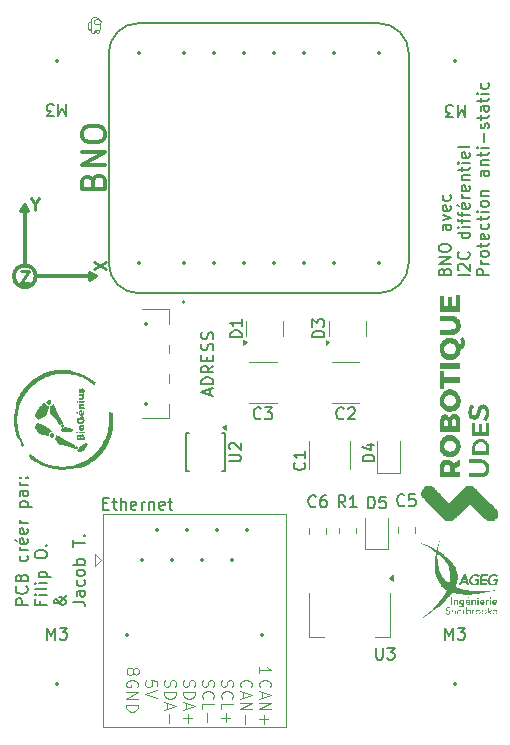
<source format=gto>
%TF.GenerationSoftware,KiCad,Pcbnew,8.0.1-rc1*%
%TF.CreationDate,2024-12-17T18:19:33-05:00*%
%TF.ProjectId,BNO_BREAKOUT,424e4f5f-4252-4454-914b-4f55542e6b69,rev?*%
%TF.SameCoordinates,Original*%
%TF.FileFunction,Legend,Top*%
%TF.FilePolarity,Positive*%
%FSLAX46Y46*%
G04 Gerber Fmt 4.6, Leading zero omitted, Abs format (unit mm)*
G04 Created by KiCad (PCBNEW 8.0.1-rc1) date 2024-12-17 18:19:33*
%MOMM*%
%LPD*%
G01*
G04 APERTURE LIST*
%ADD10C,0.000000*%
%ADD11C,0.300000*%
%ADD12C,0.250000*%
%ADD13C,0.200000*%
%ADD14C,0.100000*%
%ADD15C,0.150000*%
%ADD16C,0.120000*%
%ADD17C,0.127000*%
%ADD18C,0.350000*%
G04 APERTURE END LIST*
D10*
G36*
X122674426Y-97917090D02*
G01*
X122784903Y-97921989D01*
X122884767Y-97929426D01*
X122971693Y-97939378D01*
X123043354Y-97951821D01*
X123097423Y-97966731D01*
X123117131Y-97975105D01*
X123131569Y-97984086D01*
X123140446Y-97993673D01*
X123143469Y-98003862D01*
X123143720Y-98005996D01*
X123144467Y-98008200D01*
X123147403Y-98012796D01*
X123152193Y-98017609D01*
X123158753Y-98022594D01*
X123167000Y-98027710D01*
X123176848Y-98032916D01*
X123188213Y-98038167D01*
X123201010Y-98043423D01*
X123215158Y-98048640D01*
X123230568Y-98053779D01*
X123247159Y-98058799D01*
X123264846Y-98063651D01*
X123283544Y-98068299D01*
X123303169Y-98072698D01*
X123323638Y-98076808D01*
X123344864Y-98080583D01*
X123440250Y-98100594D01*
X123537925Y-98124540D01*
X123637482Y-98152230D01*
X123738515Y-98183479D01*
X123840616Y-98218100D01*
X123943375Y-98255905D01*
X124046389Y-98296710D01*
X124149247Y-98340321D01*
X124251545Y-98386554D01*
X124352872Y-98435224D01*
X124452823Y-98486141D01*
X124550990Y-98539118D01*
X124646964Y-98593970D01*
X124740341Y-98650507D01*
X124830710Y-98708540D01*
X124917668Y-98767888D01*
X124972479Y-98807903D01*
X125023509Y-98845858D01*
X125069670Y-98880891D01*
X125109870Y-98912139D01*
X125143031Y-98938745D01*
X125156631Y-98950035D01*
X125168063Y-98959842D01*
X125177189Y-98968056D01*
X125183879Y-98974570D01*
X125187991Y-98979278D01*
X125189038Y-98980921D01*
X125189391Y-98982070D01*
X125188951Y-98984309D01*
X125187661Y-98987389D01*
X125185579Y-98991257D01*
X125182748Y-98995855D01*
X125175063Y-99007018D01*
X125165015Y-99020431D01*
X125153022Y-99035639D01*
X125139492Y-99052199D01*
X125124838Y-99069655D01*
X125109471Y-99087562D01*
X125032751Y-99177070D01*
X124783404Y-98998053D01*
X124634374Y-98896079D01*
X124482341Y-98801726D01*
X124327543Y-98714976D01*
X124170221Y-98635808D01*
X124010610Y-98564204D01*
X123848951Y-98500142D01*
X123685480Y-98443602D01*
X123520436Y-98394565D01*
X123354058Y-98353013D01*
X123186583Y-98318923D01*
X123018253Y-98292275D01*
X122849298Y-98273052D01*
X122679965Y-98261233D01*
X122510487Y-98256795D01*
X122341111Y-98259721D01*
X122172062Y-98269993D01*
X122003582Y-98287587D01*
X121835914Y-98312485D01*
X121669293Y-98344668D01*
X121503957Y-98384113D01*
X121340147Y-98430804D01*
X121178099Y-98484720D01*
X121018052Y-98545839D01*
X120860242Y-98614142D01*
X120704911Y-98689612D01*
X120552296Y-98772225D01*
X120402633Y-98861963D01*
X120256162Y-98958806D01*
X120113122Y-99062733D01*
X119973750Y-99173726D01*
X119838284Y-99291764D01*
X119706964Y-99416828D01*
X119569894Y-99559740D01*
X119441596Y-99706752D01*
X119322084Y-99857837D01*
X119211368Y-100012972D01*
X119109453Y-100172135D01*
X119016353Y-100335301D01*
X118932075Y-100502447D01*
X118856627Y-100673552D01*
X118790022Y-100848588D01*
X118732266Y-101027535D01*
X118683370Y-101210369D01*
X118643343Y-101397066D01*
X118612196Y-101587604D01*
X118589936Y-101781957D01*
X118576573Y-101980103D01*
X118572117Y-102182015D01*
X118573739Y-102312805D01*
X118578654Y-102440432D01*
X118586929Y-102565186D01*
X118598640Y-102687351D01*
X118613852Y-102807210D01*
X118632638Y-102925055D01*
X118655065Y-103041163D01*
X118681206Y-103155825D01*
X118711130Y-103269325D01*
X118744910Y-103381952D01*
X118782613Y-103493988D01*
X118824310Y-103605717D01*
X118870073Y-103717430D01*
X118919969Y-103829409D01*
X118974071Y-103941942D01*
X119032449Y-104055311D01*
X119050246Y-104088958D01*
X119066484Y-104120390D01*
X119081177Y-104149639D01*
X119094337Y-104176739D01*
X119105979Y-104201721D01*
X119116121Y-104224621D01*
X119124772Y-104245468D01*
X119131948Y-104264299D01*
X119137662Y-104281143D01*
X119139977Y-104288833D01*
X119141932Y-104296036D01*
X119143527Y-104302760D01*
X119144767Y-104309007D01*
X119145653Y-104314784D01*
X119146184Y-104320093D01*
X119146364Y-104324938D01*
X119146196Y-104329324D01*
X119145679Y-104333254D01*
X119144816Y-104336732D01*
X119143610Y-104339764D01*
X119142060Y-104342354D01*
X119140171Y-104344502D01*
X119137941Y-104346216D01*
X119133456Y-104348268D01*
X119128427Y-104350798D01*
X119116964Y-104357106D01*
X119104002Y-104364760D01*
X119089990Y-104373389D01*
X119032449Y-104410153D01*
X119021602Y-104416849D01*
X119011758Y-104422526D01*
X119002794Y-104427135D01*
X118998604Y-104429025D01*
X118994588Y-104430630D01*
X118990731Y-104431945D01*
X118987018Y-104432964D01*
X118983435Y-104433680D01*
X118979964Y-104434090D01*
X118976593Y-104434185D01*
X118973305Y-104433960D01*
X118970083Y-104433410D01*
X118966916Y-104432528D01*
X118963785Y-104431309D01*
X118960677Y-104429750D01*
X118957576Y-104427838D01*
X118954466Y-104425573D01*
X118951333Y-104422948D01*
X118948161Y-104419955D01*
X118944937Y-104416592D01*
X118941641Y-104412848D01*
X118938263Y-104408721D01*
X118934785Y-104404206D01*
X118927467Y-104393979D01*
X118919570Y-104382124D01*
X118910972Y-104368594D01*
X118902507Y-104356027D01*
X118895087Y-104344630D01*
X118888720Y-104334302D01*
X118885929Y-104329505D01*
X118883400Y-104324938D01*
X118881134Y-104320585D01*
X118879130Y-104316436D01*
X118877387Y-104312475D01*
X118875908Y-104308691D01*
X118874691Y-104305074D01*
X118873737Y-104301605D01*
X118873042Y-104298274D01*
X118872611Y-104295069D01*
X118872444Y-104291975D01*
X118872536Y-104288983D01*
X118872891Y-104286076D01*
X118873511Y-104283243D01*
X118874391Y-104280470D01*
X118875534Y-104277747D01*
X118876938Y-104275059D01*
X118878605Y-104272390D01*
X118880534Y-104269733D01*
X118882726Y-104267073D01*
X118885179Y-104264397D01*
X118887897Y-104261691D01*
X118890875Y-104258941D01*
X118894114Y-104256138D01*
X118897619Y-104253266D01*
X118901382Y-104250313D01*
X118908003Y-104244208D01*
X118913439Y-104237739D01*
X118917630Y-104230689D01*
X118920513Y-104222842D01*
X118922029Y-104213983D01*
X118922118Y-104203898D01*
X118920717Y-104192371D01*
X118917765Y-104179186D01*
X118913204Y-104164128D01*
X118906970Y-104146982D01*
X118899005Y-104127531D01*
X118889244Y-104105560D01*
X118864103Y-104053201D01*
X118831054Y-103988181D01*
X118816401Y-103959364D01*
X118802402Y-103932825D01*
X118789029Y-103908512D01*
X118776260Y-103886383D01*
X118764070Y-103866390D01*
X118752441Y-103848483D01*
X118746825Y-103840301D01*
X118741342Y-103832620D01*
X118735986Y-103825438D01*
X118730756Y-103818753D01*
X118725646Y-103812551D01*
X118720655Y-103806832D01*
X118715780Y-103801587D01*
X118711019Y-103796812D01*
X118706369Y-103792501D01*
X118701823Y-103788647D01*
X118697383Y-103785244D01*
X118693043Y-103782288D01*
X118688803Y-103779774D01*
X118684658Y-103777692D01*
X118680605Y-103776040D01*
X118676641Y-103774808D01*
X118672765Y-103773995D01*
X118668972Y-103773593D01*
X118665261Y-103773595D01*
X118661626Y-103773997D01*
X118652642Y-103773871D01*
X118643104Y-103769997D01*
X118622541Y-103751583D01*
X118600291Y-103719926D01*
X118576713Y-103676196D01*
X118552159Y-103621566D01*
X118526989Y-103557206D01*
X118501555Y-103484285D01*
X118476215Y-103403974D01*
X118427240Y-103225867D01*
X118382910Y-103032249D01*
X118346072Y-102832491D01*
X118331352Y-102733234D01*
X118319574Y-102635953D01*
X118303278Y-102444860D01*
X118298234Y-102351265D01*
X118295298Y-102258636D01*
X118294498Y-102166719D01*
X118295861Y-102075265D01*
X118299414Y-101984012D01*
X118305188Y-101892713D01*
X118313209Y-101801115D01*
X118323506Y-101708962D01*
X118336108Y-101616006D01*
X118351041Y-101521990D01*
X118368334Y-101426664D01*
X118388017Y-101329772D01*
X118434656Y-101130287D01*
X118444396Y-101089112D01*
X118453238Y-101050669D01*
X118461178Y-101014923D01*
X118468222Y-100981839D01*
X118474366Y-100951375D01*
X118479610Y-100923497D01*
X118483958Y-100898167D01*
X118487402Y-100875346D01*
X118489950Y-100854998D01*
X118491597Y-100837085D01*
X118492347Y-100821569D01*
X118492198Y-100808414D01*
X118491785Y-100802711D01*
X118491148Y-100797581D01*
X118490286Y-100793024D01*
X118489200Y-100789032D01*
X118487889Y-100785605D01*
X118486352Y-100782734D01*
X118484593Y-100780416D01*
X118482606Y-100778645D01*
X118478935Y-100775312D01*
X118476314Y-100770110D01*
X118474741Y-100763043D01*
X118474217Y-100754119D01*
X118474741Y-100743341D01*
X118476314Y-100730712D01*
X118478935Y-100716239D01*
X118482606Y-100699926D01*
X118487328Y-100681776D01*
X118493096Y-100661793D01*
X118507781Y-100616360D01*
X118526663Y-100563656D01*
X118549740Y-100503724D01*
X118653982Y-100267977D01*
X118772144Y-100040563D01*
X118903691Y-99821942D01*
X119048084Y-99612578D01*
X119204782Y-99412938D01*
X119373247Y-99223480D01*
X119552942Y-99044673D01*
X119743327Y-98876977D01*
X119943865Y-98720856D01*
X120154017Y-98576775D01*
X120373243Y-98445196D01*
X120601006Y-98326584D01*
X120836767Y-98221404D01*
X121079990Y-98130114D01*
X121330132Y-98053185D01*
X121586656Y-97991075D01*
X121687901Y-97972079D01*
X121799483Y-97955830D01*
X121919071Y-97942307D01*
X122044341Y-97931488D01*
X122172961Y-97923345D01*
X122302610Y-97917855D01*
X122430955Y-97915001D01*
X122555667Y-97914753D01*
X122674426Y-97917090D01*
G37*
G36*
X123605944Y-104406720D02*
G01*
X123616844Y-104407984D01*
X123627358Y-104410302D01*
X123637455Y-104413608D01*
X123647108Y-104417845D01*
X123656288Y-104422954D01*
X123664966Y-104428874D01*
X123673115Y-104435546D01*
X123680705Y-104442908D01*
X123687706Y-104450903D01*
X123694092Y-104459470D01*
X123699833Y-104468550D01*
X123704898Y-104478084D01*
X123709262Y-104488012D01*
X123712897Y-104498272D01*
X123715770Y-104508805D01*
X123717854Y-104519554D01*
X123719121Y-104530457D01*
X123719543Y-104541456D01*
X123719092Y-104552488D01*
X123717736Y-104563499D01*
X123715447Y-104574421D01*
X123712200Y-104585202D01*
X123707963Y-104595779D01*
X123702708Y-104606092D01*
X123696404Y-104616082D01*
X123689029Y-104625689D01*
X123680547Y-104634854D01*
X123670935Y-104643515D01*
X123663843Y-104649137D01*
X123656916Y-104654019D01*
X123650093Y-104658170D01*
X123643310Y-104661598D01*
X123636510Y-104664316D01*
X123629632Y-104666331D01*
X123622612Y-104667652D01*
X123615390Y-104668291D01*
X123607905Y-104668255D01*
X123600097Y-104667554D01*
X123591907Y-104666198D01*
X123583272Y-104664196D01*
X123574131Y-104661556D01*
X123564424Y-104658290D01*
X123554089Y-104654403D01*
X123543064Y-104649911D01*
X123532928Y-104644849D01*
X123523505Y-104639280D01*
X123514788Y-104633241D01*
X123506774Y-104626763D01*
X123499465Y-104619888D01*
X123492856Y-104612646D01*
X123486941Y-104605077D01*
X123481726Y-104597213D01*
X123477202Y-104589091D01*
X123473369Y-104580749D01*
X123470223Y-104572221D01*
X123467766Y-104563542D01*
X123465990Y-104554748D01*
X123464896Y-104545872D01*
X123464480Y-104536957D01*
X123464742Y-104528034D01*
X123465680Y-104519137D01*
X123467287Y-104510305D01*
X123469565Y-104501574D01*
X123472510Y-104492976D01*
X123476121Y-104484548D01*
X123480392Y-104476329D01*
X123485325Y-104468351D01*
X123490916Y-104460650D01*
X123497162Y-104453267D01*
X123504061Y-104446231D01*
X123511613Y-104439579D01*
X123519812Y-104433349D01*
X123528658Y-104427575D01*
X123538147Y-104422294D01*
X123548277Y-104417539D01*
X123559048Y-104413350D01*
X123571208Y-104409818D01*
X123583098Y-104407578D01*
X123594685Y-104406563D01*
X123605944Y-104406720D01*
G37*
D11*
X119500000Y-84500000D02*
X119200000Y-84000000D01*
D10*
G36*
X124252742Y-100161674D02*
G01*
X124253128Y-100202906D01*
X124251787Y-100240392D01*
X124248564Y-100274284D01*
X124246197Y-100289927D01*
X124243302Y-100304727D01*
X124239859Y-100318704D01*
X124235850Y-100331875D01*
X124231252Y-100344261D01*
X124226050Y-100355876D01*
X124220223Y-100366742D01*
X124213752Y-100376880D01*
X124206615Y-100386304D01*
X124198798Y-100395036D01*
X124190275Y-100403094D01*
X124181034Y-100410496D01*
X124171049Y-100417261D01*
X124160306Y-100423406D01*
X124148780Y-100428955D01*
X124136456Y-100433922D01*
X124123318Y-100438327D01*
X124109338Y-100442189D01*
X124094501Y-100445526D01*
X124078790Y-100448359D01*
X124044660Y-100452578D01*
X124006793Y-100455002D01*
X123965033Y-100455776D01*
X123947182Y-100455665D01*
X123929653Y-100455338D01*
X123912544Y-100454805D01*
X123895954Y-100454077D01*
X123879984Y-100453159D01*
X123864731Y-100452066D01*
X123850291Y-100450804D01*
X123836764Y-100449381D01*
X123824251Y-100447808D01*
X123812846Y-100446098D01*
X123802648Y-100444253D01*
X123793757Y-100442288D01*
X123786273Y-100440212D01*
X123780291Y-100438030D01*
X123777893Y-100436905D01*
X123775910Y-100435757D01*
X123774353Y-100434587D01*
X123773229Y-100433398D01*
X123770872Y-100431306D01*
X123768596Y-100428657D01*
X123766415Y-100425496D01*
X123764338Y-100421860D01*
X123762373Y-100417792D01*
X123760531Y-100413337D01*
X123758816Y-100408534D01*
X123757245Y-100403429D01*
X123755824Y-100398059D01*
X123754562Y-100392470D01*
X123753467Y-100386703D01*
X123752551Y-100380800D01*
X123751821Y-100374804D01*
X123751288Y-100368757D01*
X123750962Y-100362700D01*
X123750853Y-100356676D01*
X123751243Y-100348089D01*
X123752488Y-100340285D01*
X123754687Y-100333222D01*
X123757945Y-100326855D01*
X123760003Y-100323921D01*
X123762364Y-100321144D01*
X123768047Y-100316048D01*
X123775098Y-100311522D01*
X123783620Y-100307525D01*
X123793713Y-100304015D01*
X123805483Y-100300951D01*
X123819035Y-100298288D01*
X123834467Y-100295987D01*
X123851884Y-100294004D01*
X123871392Y-100292297D01*
X123917082Y-100289543D01*
X123940097Y-100288228D01*
X123961227Y-100286665D01*
X123980540Y-100284831D01*
X123989535Y-100283803D01*
X123998101Y-100282700D01*
X124006246Y-100281518D01*
X124013977Y-100280252D01*
X124021302Y-100278901D01*
X124028232Y-100277463D01*
X124034774Y-100275932D01*
X124040935Y-100274306D01*
X124046722Y-100272583D01*
X124052147Y-100270762D01*
X124057214Y-100268837D01*
X124061935Y-100266806D01*
X124066315Y-100264665D01*
X124070364Y-100262413D01*
X124074092Y-100260048D01*
X124077503Y-100257564D01*
X124080608Y-100254959D01*
X124083415Y-100252231D01*
X124085929Y-100249376D01*
X124088164Y-100246391D01*
X124090124Y-100243277D01*
X124091819Y-100240025D01*
X124093255Y-100236636D01*
X124094441Y-100233104D01*
X124095390Y-100229429D01*
X124096101Y-100225608D01*
X124097431Y-100217621D01*
X124097756Y-100210404D01*
X124096967Y-100203910D01*
X124096118Y-100200919D01*
X124094953Y-100198087D01*
X124093455Y-100195408D01*
X124091610Y-100192880D01*
X124089406Y-100190492D01*
X124086829Y-100188239D01*
X124080505Y-100184115D01*
X124072526Y-100180454D01*
X124062786Y-100177205D01*
X124051178Y-100174316D01*
X124037595Y-100171736D01*
X124021927Y-100169415D01*
X124004067Y-100167300D01*
X123983909Y-100165337D01*
X123936264Y-100161674D01*
X123908546Y-100159896D01*
X123884011Y-100158089D01*
X123862461Y-100156153D01*
X123843708Y-100153981D01*
X123835321Y-100152776D01*
X123827557Y-100151472D01*
X123820399Y-100150060D01*
X123813819Y-100148525D01*
X123807795Y-100146852D01*
X123802301Y-100145033D01*
X123797314Y-100143051D01*
X123792809Y-100140894D01*
X123788765Y-100138551D01*
X123785155Y-100136007D01*
X123781955Y-100133250D01*
X123779142Y-100130267D01*
X123776692Y-100127047D01*
X123774582Y-100123574D01*
X123772786Y-100119836D01*
X123771283Y-100115819D01*
X123770045Y-100111515D01*
X123769049Y-100106906D01*
X123768273Y-100101981D01*
X123767692Y-100096727D01*
X123767281Y-100091132D01*
X123767018Y-100085180D01*
X123766836Y-100072166D01*
X123766964Y-100058623D01*
X123767567Y-100046703D01*
X123768965Y-100036298D01*
X123771482Y-100027310D01*
X123773260Y-100023313D01*
X123775440Y-100019632D01*
X123778063Y-100016253D01*
X123781165Y-100013162D01*
X123784791Y-100010348D01*
X123788980Y-100007796D01*
X123799204Y-100003434D01*
X123812163Y-99999970D01*
X123828181Y-99997302D01*
X123847577Y-99995329D01*
X123870681Y-99993944D01*
X123897809Y-99993046D01*
X123929289Y-99992532D01*
X124006592Y-99992246D01*
X124246348Y-99992246D01*
X124252742Y-100161674D01*
G37*
G36*
X122374028Y-102536840D02*
G01*
X122377920Y-102537418D01*
X122381969Y-102538281D01*
X122386197Y-102539426D01*
X122390629Y-102540852D01*
X122395283Y-102542551D01*
X122405363Y-102546761D01*
X122416619Y-102552027D01*
X122429232Y-102558326D01*
X122443385Y-102565628D01*
X122450080Y-102569762D01*
X122456384Y-102574356D01*
X122462289Y-102579381D01*
X122467798Y-102584815D01*
X122472909Y-102590621D01*
X122477621Y-102596779D01*
X122481931Y-102603259D01*
X122485837Y-102610030D01*
X122489344Y-102617073D01*
X122492448Y-102624351D01*
X122495145Y-102631844D01*
X122497438Y-102639520D01*
X122499324Y-102647354D01*
X122500798Y-102655316D01*
X122501866Y-102663380D01*
X122502521Y-102671520D01*
X122502763Y-102679705D01*
X122502593Y-102687909D01*
X122502010Y-102696107D01*
X122501008Y-102704268D01*
X122499592Y-102712366D01*
X122497757Y-102720371D01*
X122495504Y-102728260D01*
X122492829Y-102736005D01*
X122489734Y-102743574D01*
X122486216Y-102750942D01*
X122482279Y-102758083D01*
X122477912Y-102764967D01*
X122473120Y-102771570D01*
X122467899Y-102777861D01*
X122462250Y-102783813D01*
X122456172Y-102789399D01*
X122449082Y-102795021D01*
X122442155Y-102799902D01*
X122435332Y-102804053D01*
X122428550Y-102807480D01*
X122421751Y-102810198D01*
X122414872Y-102812213D01*
X122407850Y-102813535D01*
X122400629Y-102814175D01*
X122393144Y-102814138D01*
X122385339Y-102813438D01*
X122377147Y-102812081D01*
X122368512Y-102810080D01*
X122359370Y-102807439D01*
X122349662Y-102804173D01*
X122339327Y-102800287D01*
X122328303Y-102795793D01*
X122319845Y-102791740D01*
X122311860Y-102787383D01*
X122304344Y-102782734D01*
X122297302Y-102777811D01*
X122290737Y-102772625D01*
X122284648Y-102767190D01*
X122279038Y-102761523D01*
X122273907Y-102755633D01*
X122269260Y-102749539D01*
X122265097Y-102743252D01*
X122261420Y-102736788D01*
X122258229Y-102730159D01*
X122255528Y-102723380D01*
X122253319Y-102716468D01*
X122251603Y-102709432D01*
X122250380Y-102702289D01*
X122249656Y-102695051D01*
X122249429Y-102687735D01*
X122249700Y-102680351D01*
X122250477Y-102672918D01*
X122251751Y-102665445D01*
X122253534Y-102657952D01*
X122255824Y-102650447D01*
X122258623Y-102642948D01*
X122261931Y-102635468D01*
X122265752Y-102628019D01*
X122270088Y-102620618D01*
X122274936Y-102613278D01*
X122280305Y-102606013D01*
X122286192Y-102598835D01*
X122292601Y-102591764D01*
X122299532Y-102584807D01*
X122309751Y-102574126D01*
X122318955Y-102564841D01*
X122327325Y-102556921D01*
X122335045Y-102550342D01*
X122338718Y-102547547D01*
X122342295Y-102545074D01*
X122345804Y-102542922D01*
X122349262Y-102541089D01*
X122352694Y-102539569D01*
X122356123Y-102538360D01*
X122359574Y-102537457D01*
X122363066Y-102536855D01*
X122366625Y-102536556D01*
X122370270Y-102536551D01*
X122374028Y-102536840D01*
G37*
G36*
X121526716Y-103268113D02*
G01*
X121543995Y-103270799D01*
X121560990Y-103274952D01*
X121577588Y-103280558D01*
X121593673Y-103287606D01*
X121609129Y-103296083D01*
X121623845Y-103305974D01*
X121637703Y-103317267D01*
X121650591Y-103329950D01*
X121662392Y-103344011D01*
X121672989Y-103359434D01*
X121682272Y-103376210D01*
X121690125Y-103394323D01*
X121696433Y-103413761D01*
X121701080Y-103434511D01*
X121703953Y-103456561D01*
X121704934Y-103479899D01*
X121704671Y-103493387D01*
X121703881Y-103506291D01*
X121702554Y-103518622D01*
X121700689Y-103530397D01*
X121699554Y-103536081D01*
X121698282Y-103541629D01*
X121696873Y-103547044D01*
X121695326Y-103552331D01*
X121693642Y-103557487D01*
X121691818Y-103562519D01*
X121689854Y-103567424D01*
X121687752Y-103572203D01*
X121685509Y-103576864D01*
X121683125Y-103581405D01*
X121680600Y-103585825D01*
X121677932Y-103590131D01*
X121675120Y-103594319D01*
X121672167Y-103598398D01*
X121669066Y-103602363D01*
X121665823Y-103606221D01*
X121662437Y-103609969D01*
X121658904Y-103613611D01*
X121655223Y-103617150D01*
X121651396Y-103620587D01*
X121647422Y-103623923D01*
X121643299Y-103627159D01*
X121639028Y-103630299D01*
X121634608Y-103633343D01*
X121615752Y-103646154D01*
X121606554Y-103651828D01*
X121597501Y-103657012D01*
X121588579Y-103661707D01*
X121579783Y-103665914D01*
X121571104Y-103669629D01*
X121562530Y-103672853D01*
X121554056Y-103675585D01*
X121545670Y-103677826D01*
X121537365Y-103679572D01*
X121529131Y-103680826D01*
X121520965Y-103681585D01*
X121512849Y-103681851D01*
X121504780Y-103681621D01*
X121496747Y-103680894D01*
X121488743Y-103679671D01*
X121480757Y-103677953D01*
X121472783Y-103675736D01*
X121464810Y-103673020D01*
X121456831Y-103669807D01*
X121448834Y-103666095D01*
X121440816Y-103661882D01*
X121432761Y-103657168D01*
X121424666Y-103651953D01*
X121416518Y-103646238D01*
X121408313Y-103640020D01*
X121400038Y-103633300D01*
X121383250Y-103618345D01*
X121366080Y-103601375D01*
X121354685Y-103590237D01*
X121344458Y-103579547D01*
X121335362Y-103569232D01*
X121327369Y-103559217D01*
X121320441Y-103549428D01*
X121314551Y-103539788D01*
X121311982Y-103535001D01*
X121309661Y-103530221D01*
X121307581Y-103525444D01*
X121305741Y-103520657D01*
X121304134Y-103515852D01*
X121302757Y-103511017D01*
X121301605Y-103506145D01*
X121300677Y-103501227D01*
X121299965Y-103496251D01*
X121299468Y-103491211D01*
X121299098Y-103480898D01*
X121299533Y-103470208D01*
X121300739Y-103459069D01*
X121302686Y-103447407D01*
X121305340Y-103435144D01*
X121311550Y-103412607D01*
X121319311Y-103391745D01*
X121328509Y-103372544D01*
X121339032Y-103354988D01*
X121350760Y-103339066D01*
X121363585Y-103324765D01*
X121377387Y-103312075D01*
X121392052Y-103300980D01*
X121407469Y-103291468D01*
X121423518Y-103283525D01*
X121440089Y-103277137D01*
X121457063Y-103272297D01*
X121474326Y-103268985D01*
X121491767Y-103267195D01*
X121509269Y-103266907D01*
X121526716Y-103268113D01*
G37*
G36*
X124065597Y-103367352D02*
G01*
X124069851Y-103367773D01*
X124074119Y-103368477D01*
X124078426Y-103369461D01*
X124082791Y-103370725D01*
X124087234Y-103372270D01*
X124091782Y-103374097D01*
X124096451Y-103376204D01*
X124101267Y-103378593D01*
X124106249Y-103381261D01*
X124116798Y-103387442D01*
X124128277Y-103394747D01*
X124140856Y-103403176D01*
X124155918Y-103414118D01*
X124169939Y-103426570D01*
X124182931Y-103440551D01*
X124194900Y-103456072D01*
X124205859Y-103473147D01*
X124215816Y-103491792D01*
X124224782Y-103512020D01*
X124232763Y-103533843D01*
X124239770Y-103557277D01*
X124245814Y-103582339D01*
X124250900Y-103609036D01*
X124255040Y-103637387D01*
X124258245Y-103667407D01*
X124260522Y-103699106D01*
X124261883Y-103732501D01*
X124262332Y-103767605D01*
X124262332Y-103876295D01*
X124038561Y-103876295D01*
X123782819Y-103876295D01*
X123591015Y-103876295D01*
X123591015Y-103700473D01*
X123591350Y-103678627D01*
X123592341Y-103657456D01*
X123592734Y-103652522D01*
X123718884Y-103652522D01*
X123718951Y-103656362D01*
X123719146Y-103660089D01*
X123719472Y-103663702D01*
X123719928Y-103667201D01*
X123720511Y-103670586D01*
X123721222Y-103673856D01*
X123722063Y-103677009D01*
X123723030Y-103680043D01*
X123724123Y-103682965D01*
X123725342Y-103685766D01*
X123726688Y-103688450D01*
X123728156Y-103691015D01*
X123729749Y-103693460D01*
X123731467Y-103695785D01*
X123733306Y-103697991D01*
X123735268Y-103700074D01*
X123737351Y-103702036D01*
X123739556Y-103703876D01*
X123741881Y-103705593D01*
X123744329Y-103707186D01*
X123746892Y-103708655D01*
X123749578Y-103710001D01*
X123752378Y-103711218D01*
X123755298Y-103712312D01*
X123758336Y-103713279D01*
X123761489Y-103714119D01*
X123764757Y-103714832D01*
X123768142Y-103715415D01*
X123771640Y-103715871D01*
X123775253Y-103716196D01*
X123778980Y-103716393D01*
X123782819Y-103716459D01*
X123786659Y-103716393D01*
X123790387Y-103716196D01*
X123793999Y-103715871D01*
X123797500Y-103715415D01*
X123800884Y-103714832D01*
X123804152Y-103714119D01*
X123807305Y-103713279D01*
X123810342Y-103712312D01*
X123813262Y-103711218D01*
X123816064Y-103710001D01*
X123818746Y-103708655D01*
X123821312Y-103707186D01*
X123823757Y-103705593D01*
X123826083Y-103703876D01*
X123828288Y-103702036D01*
X123830373Y-103700074D01*
X123832333Y-103697991D01*
X123834173Y-103695785D01*
X123835889Y-103693460D01*
X123837482Y-103691015D01*
X123838954Y-103688450D01*
X123840296Y-103685766D01*
X123841516Y-103682965D01*
X123842609Y-103680043D01*
X123843577Y-103677009D01*
X123844416Y-103673856D01*
X123845128Y-103670586D01*
X123845713Y-103667201D01*
X123846167Y-103663702D01*
X123846495Y-103660089D01*
X123846689Y-103656362D01*
X123846756Y-103652522D01*
X123846689Y-103648682D01*
X123846495Y-103644957D01*
X123846167Y-103641344D01*
X123845713Y-103637844D01*
X123845487Y-103636539D01*
X123974626Y-103636539D01*
X123974816Y-103646919D01*
X123975406Y-103656493D01*
X123975857Y-103660985D01*
X123976416Y-103665282D01*
X123977086Y-103669387D01*
X123977871Y-103673301D01*
X123978774Y-103677030D01*
X123979795Y-103680573D01*
X123980941Y-103683933D01*
X123982211Y-103687112D01*
X123983611Y-103690114D01*
X123985141Y-103692942D01*
X123986806Y-103695594D01*
X123988611Y-103698077D01*
X123990555Y-103700390D01*
X123992643Y-103702539D01*
X123994876Y-103704521D01*
X123997258Y-103706343D01*
X123999794Y-103708006D01*
X124002484Y-103709511D01*
X124005331Y-103710864D01*
X124008341Y-103712062D01*
X124011514Y-103713112D01*
X124014855Y-103714012D01*
X124018364Y-103714770D01*
X124022045Y-103715383D01*
X124025905Y-103715857D01*
X124029940Y-103716193D01*
X124034157Y-103716392D01*
X124038561Y-103716459D01*
X124047181Y-103716193D01*
X124055074Y-103715383D01*
X124058756Y-103714770D01*
X124062265Y-103714012D01*
X124065607Y-103713112D01*
X124068780Y-103712062D01*
X124071789Y-103710864D01*
X124074637Y-103709511D01*
X124077327Y-103708006D01*
X124079862Y-103706343D01*
X124082244Y-103704521D01*
X124084479Y-103702539D01*
X124086566Y-103700390D01*
X124088510Y-103698077D01*
X124090314Y-103695594D01*
X124091979Y-103692942D01*
X124093510Y-103690114D01*
X124094909Y-103687112D01*
X124096180Y-103683933D01*
X124097326Y-103680573D01*
X124098347Y-103677030D01*
X124099250Y-103673301D01*
X124100704Y-103665282D01*
X124101716Y-103656493D01*
X124102304Y-103646919D01*
X124102495Y-103636539D01*
X124102304Y-103626157D01*
X124101716Y-103616584D01*
X124101263Y-103612093D01*
X124100704Y-103607796D01*
X124100034Y-103603692D01*
X124099250Y-103599776D01*
X124098347Y-103596048D01*
X124097326Y-103592505D01*
X124096180Y-103589146D01*
X124094909Y-103585966D01*
X124093510Y-103582964D01*
X124091979Y-103580136D01*
X124090314Y-103577484D01*
X124088510Y-103575001D01*
X124086566Y-103572688D01*
X124084479Y-103570540D01*
X124082244Y-103568557D01*
X124079862Y-103566736D01*
X124077327Y-103565072D01*
X124074637Y-103563565D01*
X124071789Y-103562216D01*
X124068780Y-103561015D01*
X124065607Y-103559967D01*
X124062265Y-103559066D01*
X124058756Y-103558308D01*
X124055074Y-103557693D01*
X124051217Y-103557222D01*
X124047181Y-103556886D01*
X124042962Y-103556686D01*
X124038561Y-103556620D01*
X124029940Y-103556886D01*
X124022045Y-103557693D01*
X124018364Y-103558308D01*
X124014855Y-103559066D01*
X124011514Y-103559967D01*
X124008341Y-103561015D01*
X124005331Y-103562216D01*
X124002484Y-103563565D01*
X123999794Y-103565072D01*
X123997258Y-103566736D01*
X123994876Y-103568557D01*
X123992643Y-103570540D01*
X123990555Y-103572688D01*
X123988611Y-103575001D01*
X123986806Y-103577484D01*
X123985141Y-103580136D01*
X123983611Y-103582964D01*
X123982211Y-103585966D01*
X123980941Y-103589146D01*
X123979795Y-103592505D01*
X123978774Y-103596048D01*
X123977871Y-103599776D01*
X123976416Y-103607796D01*
X123975406Y-103616584D01*
X123974816Y-103626157D01*
X123974626Y-103636539D01*
X123845487Y-103636539D01*
X123845128Y-103634459D01*
X123844416Y-103631190D01*
X123843577Y-103628037D01*
X123842609Y-103625000D01*
X123841516Y-103622080D01*
X123840296Y-103619278D01*
X123838954Y-103616595D01*
X123837482Y-103614031D01*
X123835889Y-103611586D01*
X123834173Y-103609260D01*
X123832333Y-103607056D01*
X123830373Y-103604971D01*
X123828288Y-103603009D01*
X123826083Y-103601170D01*
X123823757Y-103599453D01*
X123821312Y-103597861D01*
X123818746Y-103596392D01*
X123816064Y-103595046D01*
X123813262Y-103593826D01*
X123810342Y-103592733D01*
X123807305Y-103591767D01*
X123804152Y-103590926D01*
X123800884Y-103590215D01*
X123797500Y-103589631D01*
X123793999Y-103589174D01*
X123790387Y-103588850D01*
X123786659Y-103588654D01*
X123782819Y-103588587D01*
X123778980Y-103588654D01*
X123775253Y-103588850D01*
X123771640Y-103589174D01*
X123768142Y-103589631D01*
X123764757Y-103590215D01*
X123761489Y-103590926D01*
X123758336Y-103591767D01*
X123755298Y-103592733D01*
X123752378Y-103593826D01*
X123749578Y-103595046D01*
X123746892Y-103596392D01*
X123744329Y-103597861D01*
X123741881Y-103599453D01*
X123739556Y-103601170D01*
X123737351Y-103603009D01*
X123735268Y-103604971D01*
X123733306Y-103607056D01*
X123731467Y-103609260D01*
X123729749Y-103611586D01*
X123728156Y-103614031D01*
X123726688Y-103616595D01*
X123725342Y-103619278D01*
X123724123Y-103622080D01*
X123723030Y-103625000D01*
X123722063Y-103628037D01*
X123721222Y-103631190D01*
X123720511Y-103634459D01*
X123719928Y-103637844D01*
X123719472Y-103641344D01*
X123719146Y-103644957D01*
X123718951Y-103648682D01*
X123718884Y-103652522D01*
X123592734Y-103652522D01*
X123593972Y-103636974D01*
X123596228Y-103617203D01*
X123599089Y-103598160D01*
X123602542Y-103579864D01*
X123606565Y-103562331D01*
X123611144Y-103545580D01*
X123616262Y-103529632D01*
X123621901Y-103514503D01*
X123628044Y-103500211D01*
X123634676Y-103486771D01*
X123641778Y-103474208D01*
X123649334Y-103462536D01*
X123657327Y-103451773D01*
X123665739Y-103441937D01*
X123674553Y-103433047D01*
X123683755Y-103425121D01*
X123693324Y-103418179D01*
X123703244Y-103412235D01*
X123713502Y-103407311D01*
X123724074Y-103403423D01*
X123734949Y-103400589D01*
X123746108Y-103398829D01*
X123757532Y-103398162D01*
X123769207Y-103398601D01*
X123781116Y-103400170D01*
X123793240Y-103402883D01*
X123805564Y-103406760D01*
X123818068Y-103411818D01*
X123830738Y-103418078D01*
X123843559Y-103425553D01*
X123848647Y-103428287D01*
X123854302Y-103430491D01*
X123860493Y-103432164D01*
X123867185Y-103433295D01*
X123874343Y-103433885D01*
X123881937Y-103433927D01*
X123889936Y-103433416D01*
X123898302Y-103432346D01*
X123907006Y-103430715D01*
X123916016Y-103428518D01*
X123925296Y-103425750D01*
X123934815Y-103422407D01*
X123944542Y-103418481D01*
X123954438Y-103413971D01*
X123964479Y-103408870D01*
X123974626Y-103403176D01*
X123988890Y-103394747D01*
X124001828Y-103387442D01*
X124013617Y-103381261D01*
X124024424Y-103376204D01*
X124029516Y-103374097D01*
X124034429Y-103372270D01*
X124039181Y-103370725D01*
X124043798Y-103369461D01*
X124048301Y-103368477D01*
X124052710Y-103367773D01*
X124057049Y-103367352D01*
X124061337Y-103367213D01*
X124065597Y-103367352D01*
G37*
G36*
X123984215Y-101325291D02*
G01*
X123994527Y-101326773D01*
X124003926Y-101328900D01*
X124012473Y-101331796D01*
X124020229Y-101335580D01*
X124027253Y-101340378D01*
X124030511Y-101343194D01*
X124033608Y-101346308D01*
X124039355Y-101353493D01*
X124044554Y-101362054D01*
X124049266Y-101372116D01*
X124053551Y-101383794D01*
X124057471Y-101397217D01*
X124061087Y-101412502D01*
X124064459Y-101429774D01*
X124067650Y-101449152D01*
X124070718Y-101470760D01*
X124073726Y-101494719D01*
X124077317Y-101524990D01*
X124080886Y-101551068D01*
X124084409Y-101572961D01*
X124087860Y-101590671D01*
X124091218Y-101604206D01*
X124094458Y-101613566D01*
X124096030Y-101616685D01*
X124097561Y-101618762D01*
X124099051Y-101619796D01*
X124100498Y-101619792D01*
X124101896Y-101618748D01*
X124103247Y-101616665D01*
X124104544Y-101613543D01*
X124105787Y-101609385D01*
X124108090Y-101597954D01*
X124110136Y-101582381D01*
X124111903Y-101562667D01*
X124113366Y-101538819D01*
X124114500Y-101510840D01*
X124115283Y-101478736D01*
X124115812Y-101465653D01*
X124116787Y-101453376D01*
X124118185Y-101441910D01*
X124119983Y-101431253D01*
X124122157Y-101421408D01*
X124124687Y-101412378D01*
X124127547Y-101404164D01*
X124130717Y-101396768D01*
X124134172Y-101390193D01*
X124137887Y-101384437D01*
X124141845Y-101379505D01*
X124146020Y-101375397D01*
X124150388Y-101372116D01*
X124154929Y-101369662D01*
X124159617Y-101368040D01*
X124164433Y-101367248D01*
X124169350Y-101367291D01*
X124174348Y-101368170D01*
X124179402Y-101369884D01*
X124184493Y-101372436D01*
X124189595Y-101375831D01*
X124194686Y-101380068D01*
X124199741Y-101385148D01*
X124204741Y-101391074D01*
X124209661Y-101397849D01*
X124214478Y-101405471D01*
X124219172Y-101413946D01*
X124223714Y-101423273D01*
X124228089Y-101433455D01*
X124232270Y-101444493D01*
X124236232Y-101456388D01*
X124239955Y-101469144D01*
X124243282Y-101481467D01*
X124246071Y-101493844D01*
X124248331Y-101506258D01*
X124250071Y-101518689D01*
X124251294Y-101531117D01*
X124252008Y-101543523D01*
X124252223Y-101555889D01*
X124251943Y-101568194D01*
X124251177Y-101580421D01*
X124249930Y-101592548D01*
X124248210Y-101604557D01*
X124246025Y-101616427D01*
X124243381Y-101628142D01*
X124240283Y-101639679D01*
X124236741Y-101651022D01*
X124232763Y-101662149D01*
X124228352Y-101673044D01*
X124223518Y-101683684D01*
X124218267Y-101694049D01*
X124212609Y-101704126D01*
X124206546Y-101713890D01*
X124200086Y-101723322D01*
X124193238Y-101732406D01*
X124186009Y-101741119D01*
X124178406Y-101749443D01*
X124170435Y-101757362D01*
X124162104Y-101764851D01*
X124153419Y-101771895D01*
X124144388Y-101778470D01*
X124135015Y-101784563D01*
X124125312Y-101790149D01*
X124115283Y-101795214D01*
X124093336Y-101804646D01*
X124072925Y-101812541D01*
X124053862Y-101818849D01*
X124044780Y-101821400D01*
X124035964Y-101823536D01*
X124027391Y-101825255D01*
X124019037Y-101826553D01*
X124010879Y-101827424D01*
X124002896Y-101827863D01*
X123995063Y-101827863D01*
X123987356Y-101827419D01*
X123979751Y-101826528D01*
X123972228Y-101825184D01*
X123964759Y-101823379D01*
X123957324Y-101821112D01*
X123949898Y-101818374D01*
X123942457Y-101815163D01*
X123934980Y-101811470D01*
X123927441Y-101807292D01*
X123919818Y-101802626D01*
X123919189Y-101802204D01*
X123912089Y-101797462D01*
X123904227Y-101791796D01*
X123896212Y-101785626D01*
X123879621Y-101771745D01*
X123862133Y-101755775D01*
X123843559Y-101737673D01*
X123833562Y-101726740D01*
X123823972Y-101715557D01*
X123814821Y-101704167D01*
X123806145Y-101692619D01*
X123797976Y-101680957D01*
X123790344Y-101669229D01*
X123783281Y-101657484D01*
X123776826Y-101645765D01*
X123771006Y-101634123D01*
X123765856Y-101622601D01*
X123761409Y-101611249D01*
X123757696Y-101600113D01*
X123754750Y-101589237D01*
X123752606Y-101578672D01*
X123751296Y-101568463D01*
X123750853Y-101558655D01*
X123878721Y-101558655D01*
X123878871Y-101563481D01*
X123879310Y-101568352D01*
X123880030Y-101573230D01*
X123881022Y-101578085D01*
X123882273Y-101582883D01*
X123883780Y-101587594D01*
X123885528Y-101592181D01*
X123887513Y-101596617D01*
X123889723Y-101600863D01*
X123892147Y-101604888D01*
X123893435Y-101606809D01*
X123894777Y-101608661D01*
X123896165Y-101610444D01*
X123897603Y-101612150D01*
X123899087Y-101613777D01*
X123900618Y-101615319D01*
X123902193Y-101616774D01*
X123903810Y-101618138D01*
X123905469Y-101619405D01*
X123907170Y-101620572D01*
X123908911Y-101621635D01*
X123910690Y-101622590D01*
X123912470Y-101623668D01*
X123914209Y-101624506D01*
X123915910Y-101625109D01*
X123917569Y-101625479D01*
X123919189Y-101625625D01*
X123920763Y-101625546D01*
X123922293Y-101625250D01*
X123923777Y-101624737D01*
X123925214Y-101624014D01*
X123926603Y-101623086D01*
X123927943Y-101621953D01*
X123929234Y-101620623D01*
X123930472Y-101619099D01*
X123931658Y-101617383D01*
X123933866Y-101613399D01*
X123935851Y-101608703D01*
X123937601Y-101603327D01*
X123939106Y-101597307D01*
X123940360Y-101590671D01*
X123941351Y-101583458D01*
X123942071Y-101575694D01*
X123942509Y-101567416D01*
X123942658Y-101558655D01*
X123942620Y-101554215D01*
X123942509Y-101549894D01*
X123942325Y-101545693D01*
X123942071Y-101541617D01*
X123941745Y-101537667D01*
X123941351Y-101533853D01*
X123940889Y-101530174D01*
X123940360Y-101526637D01*
X123939765Y-101523246D01*
X123939106Y-101520002D01*
X123938384Y-101516912D01*
X123937601Y-101513982D01*
X123936756Y-101511212D01*
X123935851Y-101508606D01*
X123934887Y-101506172D01*
X123933866Y-101503910D01*
X123932790Y-101501827D01*
X123931658Y-101499926D01*
X123930472Y-101498212D01*
X123929234Y-101496686D01*
X123927943Y-101495356D01*
X123926603Y-101494224D01*
X123925214Y-101493294D01*
X123923777Y-101492571D01*
X123922293Y-101492060D01*
X123920763Y-101491763D01*
X123919189Y-101491685D01*
X123917569Y-101491828D01*
X123915910Y-101492199D01*
X123914209Y-101492804D01*
X123912470Y-101493642D01*
X123910690Y-101494719D01*
X123908911Y-101495674D01*
X123907170Y-101496737D01*
X123903810Y-101499170D01*
X123900618Y-101501988D01*
X123897603Y-101505158D01*
X123894777Y-101508645D01*
X123892147Y-101512419D01*
X123889723Y-101516446D01*
X123887513Y-101520694D01*
X123885528Y-101525126D01*
X123883780Y-101529716D01*
X123882273Y-101534425D01*
X123881022Y-101539224D01*
X123880030Y-101544080D01*
X123879310Y-101548958D01*
X123878871Y-101553827D01*
X123878721Y-101558655D01*
X123750853Y-101558655D01*
X123751249Y-101548386D01*
X123752419Y-101537981D01*
X123754329Y-101527475D01*
X123756946Y-101516896D01*
X123760238Y-101506282D01*
X123764170Y-101495661D01*
X123768712Y-101485071D01*
X123773828Y-101474540D01*
X123779490Y-101464102D01*
X123785661Y-101453791D01*
X123792309Y-101443642D01*
X123799403Y-101433681D01*
X123814793Y-101414469D01*
X123831570Y-101396418D01*
X123849469Y-101379792D01*
X123858761Y-101372094D01*
X123868232Y-101364851D01*
X123877856Y-101358095D01*
X123887594Y-101351858D01*
X123897419Y-101346174D01*
X123907293Y-101341076D01*
X123917187Y-101336595D01*
X123927065Y-101332765D01*
X123936901Y-101329619D01*
X123946652Y-101327190D01*
X123956293Y-101325509D01*
X123965790Y-101324611D01*
X123975108Y-101324527D01*
X123984215Y-101325291D01*
G37*
G36*
X123677666Y-100555515D02*
G01*
X123681123Y-100555774D01*
X123684410Y-100556190D01*
X123687532Y-100556767D01*
X123690490Y-100557507D01*
X123693286Y-100558407D01*
X123695921Y-100559473D01*
X123698404Y-100560702D01*
X123700728Y-100562100D01*
X123702901Y-100563665D01*
X123704924Y-100565398D01*
X123706801Y-100567302D01*
X123708531Y-100569373D01*
X123710117Y-100571619D01*
X123711566Y-100574038D01*
X123712875Y-100576631D01*
X123714049Y-100579401D01*
X123715088Y-100582346D01*
X123715997Y-100585470D01*
X123716779Y-100588771D01*
X123717431Y-100592256D01*
X123717959Y-100595919D01*
X123718367Y-100599765D01*
X123718657Y-100603796D01*
X123718884Y-100612415D01*
X123718744Y-100619486D01*
X123718330Y-100626308D01*
X123717644Y-100632881D01*
X123716694Y-100639202D01*
X123715483Y-100645262D01*
X123714016Y-100651061D01*
X123712303Y-100656598D01*
X123710343Y-100661866D01*
X123708146Y-100666862D01*
X123705714Y-100671582D01*
X123703055Y-100676024D01*
X123700173Y-100680184D01*
X123697072Y-100684058D01*
X123693758Y-100687644D01*
X123690239Y-100690936D01*
X123686518Y-100693933D01*
X123682599Y-100696628D01*
X123678489Y-100699022D01*
X123674193Y-100701109D01*
X123669716Y-100702886D01*
X123665063Y-100704349D01*
X123660240Y-100705495D01*
X123655252Y-100706317D01*
X123650106Y-100706818D01*
X123644802Y-100706991D01*
X123639351Y-100706834D01*
X123633754Y-100706339D01*
X123628021Y-100705508D01*
X123622154Y-100704334D01*
X123616156Y-100702815D01*
X123610038Y-100700948D01*
X123603802Y-100698728D01*
X123597216Y-100695829D01*
X123591240Y-100692547D01*
X123585863Y-100688910D01*
X123581075Y-100684948D01*
X123576869Y-100680687D01*
X123573232Y-100676158D01*
X123570158Y-100671390D01*
X123567639Y-100666411D01*
X123565661Y-100661248D01*
X123564217Y-100655931D01*
X123563297Y-100650489D01*
X123562893Y-100644951D01*
X123562994Y-100639345D01*
X123563591Y-100633698D01*
X123564678Y-100628043D01*
X123566239Y-100622406D01*
X123568271Y-100616814D01*
X123570759Y-100611298D01*
X123573699Y-100605887D01*
X123577079Y-100600608D01*
X123580889Y-100595493D01*
X123585121Y-100590565D01*
X123589764Y-100585858D01*
X123594810Y-100581396D01*
X123600251Y-100577213D01*
X123606074Y-100573334D01*
X123612271Y-100569788D01*
X123618837Y-100566606D01*
X123625755Y-100563815D01*
X123633021Y-100561442D01*
X123640624Y-100559518D01*
X123648555Y-100558070D01*
X123657774Y-100556573D01*
X123662109Y-100556053D01*
X123666262Y-100555686D01*
X123670238Y-100555473D01*
X123674039Y-100555415D01*
X123677666Y-100555515D01*
G37*
G36*
X123649988Y-103146498D02*
G01*
X123655505Y-103147292D01*
X123660858Y-103148594D01*
X123666029Y-103150377D01*
X123671007Y-103152616D01*
X123675778Y-103155278D01*
X123680330Y-103158338D01*
X123684648Y-103161770D01*
X123688720Y-103165542D01*
X123692530Y-103169631D01*
X123696065Y-103174011D01*
X123699317Y-103178647D01*
X123702265Y-103183518D01*
X123704898Y-103188594D01*
X123707206Y-103193848D01*
X123709170Y-103199253D01*
X123710781Y-103204781D01*
X123712023Y-103210403D01*
X123712882Y-103216093D01*
X123713349Y-103221826D01*
X123713406Y-103227570D01*
X123713041Y-103233298D01*
X123712240Y-103238986D01*
X123710990Y-103244603D01*
X123709279Y-103250123D01*
X123707091Y-103255520D01*
X123704413Y-103260763D01*
X123701233Y-103265828D01*
X123697536Y-103270685D01*
X123693311Y-103275306D01*
X123689495Y-103278750D01*
X123685274Y-103281886D01*
X123680689Y-103284704D01*
X123675778Y-103287194D01*
X123670587Y-103289347D01*
X123665158Y-103291154D01*
X123659532Y-103292603D01*
X123653751Y-103293688D01*
X123647858Y-103294397D01*
X123641894Y-103294723D01*
X123635903Y-103294657D01*
X123629925Y-103294188D01*
X123624003Y-103293304D01*
X123618181Y-103292001D01*
X123612499Y-103290267D01*
X123606998Y-103288092D01*
X123600956Y-103285474D01*
X123595415Y-103282439D01*
X123590366Y-103279014D01*
X123585808Y-103275232D01*
X123581730Y-103271120D01*
X123578129Y-103266711D01*
X123574998Y-103262035D01*
X123572333Y-103257123D01*
X123570127Y-103252007D01*
X123568374Y-103246713D01*
X123567067Y-103241275D01*
X123566201Y-103235721D01*
X123565773Y-103230084D01*
X123565773Y-103224392D01*
X123566197Y-103218679D01*
X123567039Y-103212969D01*
X123568294Y-103207299D01*
X123569953Y-103201696D01*
X123572013Y-103196193D01*
X123574469Y-103190817D01*
X123577312Y-103185601D01*
X123580540Y-103180574D01*
X123584143Y-103175767D01*
X123588118Y-103171211D01*
X123592458Y-103166937D01*
X123597156Y-103162973D01*
X123602209Y-103159351D01*
X123607610Y-103156102D01*
X123613353Y-103153254D01*
X123619430Y-103150842D01*
X123625839Y-103148892D01*
X123632573Y-103147435D01*
X123638507Y-103146541D01*
X123644317Y-103146237D01*
X123649988Y-103146498D01*
G37*
G36*
X121590664Y-100751038D02*
G01*
X121591928Y-100751290D01*
X121593248Y-100751675D01*
X121594625Y-100752189D01*
X121596058Y-100752834D01*
X121597547Y-100753614D01*
X121599092Y-100754521D01*
X121600694Y-100755559D01*
X121602351Y-100756731D01*
X121604065Y-100758033D01*
X121605834Y-100759466D01*
X121649028Y-100840996D01*
X121746993Y-101038284D01*
X122032604Y-101625787D01*
X122313418Y-102213285D01*
X122405387Y-102410571D01*
X122440189Y-102492102D01*
X122440114Y-102492411D01*
X122439895Y-102492736D01*
X122439027Y-102493431D01*
X122437617Y-102494175D01*
X122435694Y-102494948D01*
X122433281Y-102495742D01*
X122430410Y-102496541D01*
X122423404Y-102498095D01*
X122414902Y-102499500D01*
X122405125Y-102500643D01*
X122399828Y-102501079D01*
X122394296Y-102501410D01*
X122388561Y-102501618D01*
X122382646Y-102501690D01*
X122375874Y-102502022D01*
X122368779Y-102502996D01*
X122361413Y-102504578D01*
X122353827Y-102506738D01*
X122346071Y-102509437D01*
X122338199Y-102512648D01*
X122330261Y-102516339D01*
X122322308Y-102520471D01*
X122314393Y-102525018D01*
X122306568Y-102529945D01*
X122298883Y-102535216D01*
X122291390Y-102540802D01*
X122284140Y-102546669D01*
X122277184Y-102552784D01*
X122270577Y-102559114D01*
X122264366Y-102565628D01*
X122258340Y-102572031D01*
X122252278Y-102578045D01*
X122246217Y-102583658D01*
X122240192Y-102588853D01*
X122234241Y-102593618D01*
X122228404Y-102597938D01*
X122222716Y-102601798D01*
X122217215Y-102605186D01*
X122211940Y-102608088D01*
X122206925Y-102610488D01*
X122202211Y-102612372D01*
X122199978Y-102613116D01*
X122197835Y-102613728D01*
X122195785Y-102614202D01*
X122193832Y-102614541D01*
X122191984Y-102614738D01*
X122190242Y-102614795D01*
X122188614Y-102614710D01*
X122187101Y-102614478D01*
X122185711Y-102614102D01*
X122184448Y-102613578D01*
X122180348Y-102610084D01*
X122174123Y-102603326D01*
X122155776Y-102580712D01*
X122130390Y-102547159D01*
X122098934Y-102504090D01*
X122021713Y-102395101D01*
X121931904Y-102265131D01*
X121907852Y-102229959D01*
X121882585Y-102194142D01*
X121829259Y-102121583D01*
X121773610Y-102049469D01*
X121717322Y-101979826D01*
X121662085Y-101914680D01*
X121609582Y-101856053D01*
X121584885Y-101829814D01*
X121561498Y-101805967D01*
X121539642Y-101784758D01*
X121519523Y-101766444D01*
X121337307Y-101600213D01*
X121346900Y-101283734D01*
X121348211Y-101246464D01*
X121349746Y-101211394D01*
X121351506Y-101178555D01*
X121353492Y-101147972D01*
X121355702Y-101119674D01*
X121358136Y-101093690D01*
X121360797Y-101070046D01*
X121363681Y-101048774D01*
X121366790Y-101029897D01*
X121370124Y-101013446D01*
X121373684Y-100999449D01*
X121375549Y-100993380D01*
X121377468Y-100987935D01*
X121379445Y-100983116D01*
X121381476Y-100978929D01*
X121383564Y-100975378D01*
X121385709Y-100972463D01*
X121387911Y-100970189D01*
X121390168Y-100968562D01*
X121392482Y-100967582D01*
X121394848Y-100967255D01*
X121399873Y-100966878D01*
X121405325Y-100965769D01*
X121411170Y-100963968D01*
X121417365Y-100961510D01*
X121423875Y-100958436D01*
X121430660Y-100954781D01*
X121444900Y-100945876D01*
X121459776Y-100935101D01*
X121474981Y-100922751D01*
X121490204Y-100909126D01*
X121505137Y-100894529D01*
X121519471Y-100879258D01*
X121532897Y-100863611D01*
X121545106Y-100847888D01*
X121555785Y-100832392D01*
X121564631Y-100817419D01*
X121568271Y-100810223D01*
X121571334Y-100803272D01*
X121573782Y-100796601D01*
X121575581Y-100790248D01*
X121576687Y-100784249D01*
X121577065Y-100778647D01*
X121577092Y-100776014D01*
X121577177Y-100773512D01*
X121577319Y-100771146D01*
X121577514Y-100768906D01*
X121577767Y-100766799D01*
X121578077Y-100764822D01*
X121578442Y-100762979D01*
X121578863Y-100761264D01*
X121579341Y-100759680D01*
X121579875Y-100758229D01*
X121580464Y-100756910D01*
X121581111Y-100755719D01*
X121581814Y-100754661D01*
X121582572Y-100753734D01*
X121583388Y-100752938D01*
X121584258Y-100752274D01*
X121585185Y-100751740D01*
X121586168Y-100751337D01*
X121587207Y-100751064D01*
X121588303Y-100750925D01*
X121589455Y-100750914D01*
X121590664Y-100751038D01*
G37*
G36*
X124440528Y-104136915D02*
G01*
X124450223Y-104138069D01*
X124459183Y-104139929D01*
X124467419Y-104142490D01*
X124474935Y-104145752D01*
X124481738Y-104149715D01*
X124487836Y-104154376D01*
X124493232Y-104159736D01*
X124497936Y-104165791D01*
X124501951Y-104172542D01*
X124505286Y-104179989D01*
X124508070Y-104188513D01*
X124509847Y-104197888D01*
X124510635Y-104208079D01*
X124510456Y-104219054D01*
X124507281Y-104243227D01*
X124500491Y-104270145D01*
X124490255Y-104299557D01*
X124476741Y-104331203D01*
X124460116Y-104364824D01*
X124440551Y-104400162D01*
X124418214Y-104436964D01*
X124393275Y-104474969D01*
X124365898Y-104513919D01*
X124336258Y-104553557D01*
X124304517Y-104593627D01*
X124270848Y-104633870D01*
X124235420Y-104674030D01*
X124198397Y-104713845D01*
X124170896Y-104742268D01*
X124145770Y-104767703D01*
X124122767Y-104790309D01*
X124101646Y-104810248D01*
X124082151Y-104827675D01*
X124064041Y-104842750D01*
X124047060Y-104855637D01*
X124038918Y-104861307D01*
X124030967Y-104866489D01*
X124023175Y-104871204D01*
X124015511Y-104875471D01*
X124007944Y-104879306D01*
X124000442Y-104882736D01*
X123992976Y-104885777D01*
X123985515Y-104888446D01*
X123978026Y-104890769D01*
X123970479Y-104892763D01*
X123962843Y-104894448D01*
X123955088Y-104895842D01*
X123939092Y-104897846D01*
X123922245Y-104898930D01*
X123904296Y-104899257D01*
X123888026Y-104898990D01*
X123872733Y-104898171D01*
X123858351Y-104896771D01*
X123844806Y-104894761D01*
X123838327Y-104893519D01*
X123832030Y-104892115D01*
X123825908Y-104890545D01*
X123819952Y-104888805D01*
X123814151Y-104886891D01*
X123808498Y-104884801D01*
X123802987Y-104882530D01*
X123797606Y-104880076D01*
X123792345Y-104877435D01*
X123787198Y-104874602D01*
X123782156Y-104871576D01*
X123777208Y-104868351D01*
X123772346Y-104864924D01*
X123767562Y-104861293D01*
X123762848Y-104857455D01*
X123758195Y-104853403D01*
X123753592Y-104849138D01*
X123749035Y-104844651D01*
X123740007Y-104835009D01*
X123731047Y-104824450D01*
X123722081Y-104812944D01*
X123654950Y-104729829D01*
X123718884Y-104659500D01*
X123725399Y-104651983D01*
X123731728Y-104643866D01*
X123737843Y-104635225D01*
X123743711Y-104626134D01*
X123749295Y-104616670D01*
X123754567Y-104606903D01*
X123759492Y-104596913D01*
X123764039Y-104586773D01*
X123768173Y-104576559D01*
X123771863Y-104566344D01*
X123775075Y-104556205D01*
X123777775Y-104546215D01*
X123779933Y-104536450D01*
X123781515Y-104526984D01*
X123782489Y-104517895D01*
X123782819Y-104509253D01*
X123783266Y-104496487D01*
X123784743Y-104484441D01*
X123787456Y-104472938D01*
X123791611Y-104461800D01*
X123797414Y-104450852D01*
X123805072Y-104439911D01*
X123814791Y-104428803D01*
X123826776Y-104417345D01*
X123841233Y-104405366D01*
X123858367Y-104392684D01*
X123878388Y-104379121D01*
X123901499Y-104364501D01*
X123927907Y-104348644D01*
X123957818Y-104331371D01*
X124028971Y-104291873D01*
X124082962Y-104263363D01*
X124133483Y-104237765D01*
X124180586Y-104215071D01*
X124224321Y-104195271D01*
X124264742Y-104178357D01*
X124283725Y-104170975D01*
X124301899Y-104164316D01*
X124319270Y-104158371D01*
X124335844Y-104153141D01*
X124351628Y-104148626D01*
X124366628Y-104144822D01*
X124380850Y-104141732D01*
X124394302Y-104139352D01*
X124406989Y-104137682D01*
X124418918Y-104136719D01*
X124430096Y-104136463D01*
X124440528Y-104136915D01*
G37*
G36*
X124097776Y-101867596D02*
G01*
X124112191Y-101868043D01*
X124126087Y-101868761D01*
X124139445Y-101869745D01*
X124152245Y-101870987D01*
X124164463Y-101872477D01*
X124176080Y-101874207D01*
X124187074Y-101876166D01*
X124197425Y-101878348D01*
X124207109Y-101880742D01*
X124216109Y-101883343D01*
X124224399Y-101886137D01*
X124231963Y-101889119D01*
X124238779Y-101892279D01*
X124244822Y-101895607D01*
X124250076Y-101899095D01*
X124254515Y-101902737D01*
X124258122Y-101906520D01*
X124260874Y-101910438D01*
X124261924Y-101912445D01*
X124262751Y-101914480D01*
X124263355Y-101916544D01*
X124263731Y-101918639D01*
X124263878Y-101920760D01*
X124263792Y-101922906D01*
X124263472Y-101925077D01*
X124262915Y-101927271D01*
X124262119Y-101929489D01*
X124261079Y-101931726D01*
X124258263Y-101936264D01*
X124254441Y-101940874D01*
X124249599Y-101945548D01*
X124243711Y-101950277D01*
X124236759Y-101955052D01*
X124231103Y-101958695D01*
X124226132Y-101962476D01*
X124221853Y-101966452D01*
X124219976Y-101968533D01*
X124218278Y-101970686D01*
X124216755Y-101972918D01*
X124215412Y-101975238D01*
X124214252Y-101977652D01*
X124213270Y-101980171D01*
X124212471Y-101982797D01*
X124211857Y-101985542D01*
X124211427Y-101988413D01*
X124211185Y-101991416D01*
X124211128Y-101994558D01*
X124211263Y-101997850D01*
X124212097Y-102004908D01*
X124213699Y-102012649D01*
X124216080Y-102021136D01*
X124219247Y-102030427D01*
X124223212Y-102040584D01*
X124227980Y-102051668D01*
X124233562Y-102063743D01*
X124238096Y-102074123D01*
X124242112Y-102084870D01*
X124245616Y-102095951D01*
X124248616Y-102107342D01*
X124251116Y-102119008D01*
X124253124Y-102130927D01*
X124255689Y-102155394D01*
X124256362Y-102180521D01*
X124255197Y-102206073D01*
X124252241Y-102231823D01*
X124247546Y-102257538D01*
X124241168Y-102282994D01*
X124233155Y-102307958D01*
X124223560Y-102332200D01*
X124212433Y-102355489D01*
X124199827Y-102377601D01*
X124185793Y-102398302D01*
X124178255Y-102408052D01*
X124170380Y-102417367D01*
X124162174Y-102426211D01*
X124153644Y-102434561D01*
X124137359Y-102448872D01*
X124120320Y-102461854D01*
X124102594Y-102473517D01*
X124084251Y-102483879D01*
X124065361Y-102492955D01*
X124045990Y-102500762D01*
X124026213Y-102507315D01*
X124006094Y-102512629D01*
X123985702Y-102516723D01*
X123965108Y-102519610D01*
X123944381Y-102521307D01*
X123923589Y-102521826D01*
X123902803Y-102521189D01*
X123882090Y-102519408D01*
X123861519Y-102516501D01*
X123841162Y-102512481D01*
X123821083Y-102507364D01*
X123801355Y-102501170D01*
X123782048Y-102493910D01*
X123763225Y-102485602D01*
X123744964Y-102476262D01*
X123727327Y-102465904D01*
X123710386Y-102454544D01*
X123694209Y-102442202D01*
X123678866Y-102428889D01*
X123664426Y-102414623D01*
X123650957Y-102399418D01*
X123638528Y-102383292D01*
X123627209Y-102366260D01*
X123617071Y-102348340D01*
X123608179Y-102329542D01*
X123600605Y-102309886D01*
X123593451Y-102287612D01*
X123587579Y-102266262D01*
X123583001Y-102245708D01*
X123579727Y-102225823D01*
X123577762Y-102206479D01*
X123577117Y-102187555D01*
X123577802Y-102168921D01*
X123579826Y-102150449D01*
X123583199Y-102132020D01*
X123587930Y-102113498D01*
X123594029Y-102094758D01*
X123601503Y-102075680D01*
X123610365Y-102056132D01*
X123620623Y-102035988D01*
X123632284Y-102015125D01*
X123645359Y-101993413D01*
X123653882Y-101980483D01*
X123661537Y-101969244D01*
X123668435Y-101959661D01*
X123671631Y-101955483D01*
X123674680Y-101951706D01*
X123677594Y-101948326D01*
X123680384Y-101945342D01*
X123683064Y-101942744D01*
X123685650Y-101940536D01*
X123688154Y-101938708D01*
X123690589Y-101937257D01*
X123692970Y-101936178D01*
X123695309Y-101935473D01*
X123697618Y-101935129D01*
X123699916Y-101935149D01*
X123702211Y-101935523D01*
X123704518Y-101936252D01*
X123706851Y-101937329D01*
X123709223Y-101938753D01*
X123711648Y-101940515D01*
X123714141Y-101942615D01*
X123716710Y-101945048D01*
X123719373Y-101947807D01*
X123722145Y-101950891D01*
X123725035Y-101954298D01*
X123731229Y-101962050D01*
X123738064Y-101971036D01*
X123742110Y-101977960D01*
X123745846Y-101985522D01*
X123749261Y-101993682D01*
X123752352Y-102002404D01*
X123755102Y-102011651D01*
X123757509Y-102021384D01*
X123759558Y-102031570D01*
X123761241Y-102042165D01*
X123762550Y-102053135D01*
X123763477Y-102064441D01*
X123764009Y-102076047D01*
X123764139Y-102087917D01*
X123763856Y-102100012D01*
X123763152Y-102112293D01*
X123762016Y-102124722D01*
X123760442Y-102137267D01*
X123758569Y-102149661D01*
X123757143Y-102161686D01*
X123756163Y-102173332D01*
X123755629Y-102184601D01*
X123755534Y-102195489D01*
X123755884Y-102206000D01*
X123756670Y-102216127D01*
X123757896Y-102225870D01*
X123759556Y-102235232D01*
X123761648Y-102244206D01*
X123764174Y-102252798D01*
X123767129Y-102260999D01*
X123770513Y-102268812D01*
X123774324Y-102276234D01*
X123778560Y-102283267D01*
X123783221Y-102289906D01*
X123788299Y-102296153D01*
X123793799Y-102302007D01*
X123799718Y-102307462D01*
X123806053Y-102312521D01*
X123812801Y-102317182D01*
X123819963Y-102321445D01*
X123827534Y-102325306D01*
X123835517Y-102328769D01*
X123843903Y-102331825D01*
X123852701Y-102334479D01*
X123861899Y-102336727D01*
X123871498Y-102338571D01*
X123881500Y-102340005D01*
X123891899Y-102341032D01*
X123902696Y-102341648D01*
X123913887Y-102341855D01*
X123928380Y-102341374D01*
X123942473Y-102339964D01*
X123956142Y-102337671D01*
X123969360Y-102334536D01*
X123982105Y-102330606D01*
X123994348Y-102325923D01*
X124006065Y-102320535D01*
X124017231Y-102314483D01*
X124027822Y-102307812D01*
X124037812Y-102300567D01*
X124047175Y-102292795D01*
X124055886Y-102284538D01*
X124063920Y-102275840D01*
X124071254Y-102266745D01*
X124077860Y-102257301D01*
X124083714Y-102247551D01*
X124088791Y-102237537D01*
X124093065Y-102227304D01*
X124096511Y-102216900D01*
X124099105Y-102206366D01*
X124100820Y-102195749D01*
X124101633Y-102185091D01*
X124101517Y-102174438D01*
X124100446Y-102163834D01*
X124098398Y-102153325D01*
X124095348Y-102142953D01*
X124091265Y-102132769D01*
X124086131Y-102122806D01*
X124079915Y-102113116D01*
X124072596Y-102103742D01*
X124064148Y-102094728D01*
X124054544Y-102086118D01*
X124047157Y-102080543D01*
X124040551Y-102075816D01*
X124034686Y-102071973D01*
X124029518Y-102069036D01*
X124027184Y-102067917D01*
X124025008Y-102067035D01*
X124022983Y-102066396D01*
X124021109Y-102066002D01*
X124019377Y-102065855D01*
X124017781Y-102065960D01*
X124016318Y-102066319D01*
X124014984Y-102066939D01*
X124013770Y-102067819D01*
X124012673Y-102068965D01*
X124011686Y-102070382D01*
X124010807Y-102072070D01*
X124010028Y-102074036D01*
X124009343Y-102076281D01*
X124008750Y-102078809D01*
X124008240Y-102081623D01*
X124007456Y-102088128D01*
X124006949Y-102095821D01*
X124006674Y-102104732D01*
X124006592Y-102114889D01*
X124006361Y-102124071D01*
X124005643Y-102132460D01*
X124004401Y-102140079D01*
X124003570Y-102143603D01*
X124002597Y-102146951D01*
X124001470Y-102150122D01*
X124000193Y-102153119D01*
X123998755Y-102155943D01*
X123997152Y-102158602D01*
X123995381Y-102161097D01*
X123993436Y-102163430D01*
X123991315Y-102165609D01*
X123989010Y-102167632D01*
X123986518Y-102169505D01*
X123983835Y-102171232D01*
X123980953Y-102172818D01*
X123977871Y-102174261D01*
X123974583Y-102175572D01*
X123971086Y-102176748D01*
X123967372Y-102177796D01*
X123963435Y-102178720D01*
X123954888Y-102180204D01*
X123945405Y-102181229D01*
X123934947Y-102181824D01*
X123923476Y-102182017D01*
X123909938Y-102181909D01*
X123898034Y-102181456D01*
X123887676Y-102180458D01*
X123878773Y-102178720D01*
X123874840Y-102177512D01*
X123871238Y-102176046D01*
X123867955Y-102174296D01*
X123864981Y-102172239D01*
X123862303Y-102169848D01*
X123859914Y-102167103D01*
X123857797Y-102163973D01*
X123855946Y-102160437D01*
X123854347Y-102156472D01*
X123852990Y-102152052D01*
X123851863Y-102147151D01*
X123850956Y-102141744D01*
X123849758Y-102129327D01*
X123849301Y-102114591D01*
X123849504Y-102097344D01*
X123850269Y-102077391D01*
X123853148Y-102028578D01*
X123862738Y-101878331D01*
X124035363Y-101868739D01*
X124051637Y-101867997D01*
X124067479Y-101867566D01*
X124082863Y-101867436D01*
X124097776Y-101867596D01*
G37*
G36*
X124053751Y-100551729D02*
G01*
X124092349Y-100551945D01*
X124125919Y-100552415D01*
X124154792Y-100553224D01*
X124167571Y-100553787D01*
X124179302Y-100554467D01*
X124190022Y-100555277D01*
X124199779Y-100556228D01*
X124208608Y-100557333D01*
X124216556Y-100558599D01*
X124223661Y-100560041D01*
X124229966Y-100561666D01*
X124235513Y-100563491D01*
X124240341Y-100565521D01*
X124244496Y-100567772D01*
X124248016Y-100570252D01*
X124249552Y-100571581D01*
X124250943Y-100572973D01*
X124252199Y-100574429D01*
X124253320Y-100575946D01*
X124255189Y-100579183D01*
X124256589Y-100582695D01*
X124257563Y-100586493D01*
X124258152Y-100590586D01*
X124258397Y-100594988D01*
X124258343Y-100599710D01*
X124258028Y-100604760D01*
X124257495Y-100610153D01*
X124255940Y-100622006D01*
X124253990Y-100633898D01*
X124251588Y-100644457D01*
X124248502Y-100653784D01*
X124244500Y-100661965D01*
X124239358Y-100669100D01*
X124236286Y-100672301D01*
X124232844Y-100675276D01*
X124224729Y-100680593D01*
X124214781Y-100685142D01*
X124202773Y-100689015D01*
X124188478Y-100692309D01*
X124171660Y-100695116D01*
X124152094Y-100697529D01*
X124129550Y-100699643D01*
X124103800Y-100701550D01*
X124041757Y-100705121D01*
X123999975Y-100707074D01*
X123959240Y-100708167D01*
X123920606Y-100708436D01*
X123885118Y-100707919D01*
X123853823Y-100706650D01*
X123840077Y-100705748D01*
X123827774Y-100704671D01*
X123817044Y-100703427D01*
X123808019Y-100702018D01*
X123800830Y-100700450D01*
X123795606Y-100698728D01*
X123793228Y-100697744D01*
X123790890Y-100696601D01*
X123788593Y-100695299D01*
X123786341Y-100693845D01*
X123781979Y-100690509D01*
X123777826Y-100686639D01*
X123773893Y-100682283D01*
X123770208Y-100677486D01*
X123766783Y-100672297D01*
X123763639Y-100666760D01*
X123760795Y-100660924D01*
X123758270Y-100654836D01*
X123756082Y-100648541D01*
X123754248Y-100642086D01*
X123752792Y-100635518D01*
X123751728Y-100628887D01*
X123751075Y-100622237D01*
X123750853Y-100615612D01*
X123751126Y-100605412D01*
X123752145Y-100596346D01*
X123754204Y-100588345D01*
X123757595Y-100581347D01*
X123762617Y-100575286D01*
X123769564Y-100570097D01*
X123778732Y-100565712D01*
X123790412Y-100562067D01*
X123804903Y-100559096D01*
X123822497Y-100556734D01*
X123843494Y-100554916D01*
X123868183Y-100553575D01*
X123929828Y-100552064D01*
X124009789Y-100551678D01*
X124053751Y-100551729D01*
G37*
D11*
X124700000Y-90300000D02*
X125200000Y-90000000D01*
X120121954Y-90000000D02*
X125200000Y-90000000D01*
X119200000Y-89078046D02*
X119200000Y-84000000D01*
D10*
G36*
X124046163Y-103157078D02*
G01*
X124081161Y-103157294D01*
X124111876Y-103157764D01*
X124138608Y-103158576D01*
X124150571Y-103159136D01*
X124161649Y-103159817D01*
X124171879Y-103160626D01*
X124181297Y-103161578D01*
X124189939Y-103162681D01*
X124197841Y-103163947D01*
X124205047Y-103165390D01*
X124211584Y-103167016D01*
X124217495Y-103168838D01*
X124222815Y-103170870D01*
X124227583Y-103173121D01*
X124231832Y-103175600D01*
X124235602Y-103178322D01*
X124238928Y-103181296D01*
X124241849Y-103184533D01*
X124244401Y-103188044D01*
X124246619Y-103191843D01*
X124248543Y-103195936D01*
X124250207Y-103200337D01*
X124251649Y-103205059D01*
X124252908Y-103210110D01*
X124254016Y-103215502D01*
X124255940Y-103227355D01*
X124257493Y-103239770D01*
X124258337Y-103250706D01*
X124258130Y-103260256D01*
X124256539Y-103268513D01*
X124255117Y-103272186D01*
X124253224Y-103275573D01*
X124250814Y-103278680D01*
X124247848Y-103281523D01*
X124244281Y-103284115D01*
X124240073Y-103286468D01*
X124229567Y-103290491D01*
X124215986Y-103293691D01*
X124198995Y-103296160D01*
X124178262Y-103297992D01*
X124153444Y-103299282D01*
X124090208Y-103300605D01*
X124006592Y-103300880D01*
X123962067Y-103300827D01*
X123922978Y-103300605D01*
X123888981Y-103300122D01*
X123859742Y-103299282D01*
X123846801Y-103298698D01*
X123834923Y-103297992D01*
X123824066Y-103297150D01*
X123814188Y-103296160D01*
X123805246Y-103295011D01*
X123797199Y-103293691D01*
X123790004Y-103292186D01*
X123783620Y-103290491D01*
X123778001Y-103288586D01*
X123773112Y-103286468D01*
X123768904Y-103284115D01*
X123765338Y-103281523D01*
X123762371Y-103278680D01*
X123761098Y-103277160D01*
X123759962Y-103275573D01*
X123758066Y-103272186D01*
X123756647Y-103268513D01*
X123755655Y-103264541D01*
X123755054Y-103260256D01*
X123754798Y-103255647D01*
X123754847Y-103250706D01*
X123755160Y-103245417D01*
X123755692Y-103239770D01*
X123757245Y-103227355D01*
X123759168Y-103215502D01*
X123761535Y-103205059D01*
X123764642Y-103195936D01*
X123768785Y-103188044D01*
X123774257Y-103181296D01*
X123781354Y-103175600D01*
X123790369Y-103170870D01*
X123801602Y-103167016D01*
X123815342Y-103163947D01*
X123831888Y-103161578D01*
X123851536Y-103159817D01*
X123874576Y-103158576D01*
X123932026Y-103157294D01*
X124006592Y-103157026D01*
X124046163Y-103157078D01*
G37*
G36*
X123586317Y-101447308D02*
G01*
X123591396Y-101448312D01*
X123596637Y-101449763D01*
X123602015Y-101451632D01*
X123607511Y-101453904D01*
X123613103Y-101456553D01*
X123624481Y-101462901D01*
X123635970Y-101470506D01*
X123647395Y-101479193D01*
X123658575Y-101488786D01*
X123669334Y-101499115D01*
X123679495Y-101510005D01*
X123688876Y-101521286D01*
X123697304Y-101532782D01*
X123704599Y-101544318D01*
X123707764Y-101550050D01*
X123710582Y-101555726D01*
X123713026Y-101561324D01*
X123715077Y-101566826D01*
X123716708Y-101572209D01*
X123717903Y-101577453D01*
X123718637Y-101582531D01*
X123718884Y-101587426D01*
X123718691Y-101592959D01*
X123718118Y-101598175D01*
X123717180Y-101603069D01*
X123715894Y-101607641D01*
X123714273Y-101611892D01*
X123712331Y-101615817D01*
X123710084Y-101619416D01*
X123707546Y-101622689D01*
X123704732Y-101625634D01*
X123701657Y-101628251D01*
X123698333Y-101630537D01*
X123694778Y-101632494D01*
X123691004Y-101634115D01*
X123687029Y-101635404D01*
X123682865Y-101636357D01*
X123678525Y-101636975D01*
X123674028Y-101637256D01*
X123669386Y-101637199D01*
X123664613Y-101636802D01*
X123659726Y-101636064D01*
X123654738Y-101634984D01*
X123649665Y-101633561D01*
X123644519Y-101631795D01*
X123639316Y-101629682D01*
X123634071Y-101627225D01*
X123628799Y-101624416D01*
X123623515Y-101621263D01*
X123618232Y-101617758D01*
X123612964Y-101613902D01*
X123607727Y-101609692D01*
X123602538Y-101605130D01*
X123597408Y-101600213D01*
X123593607Y-101596117D01*
X123589994Y-101591641D01*
X123586573Y-101586820D01*
X123583348Y-101581687D01*
X123580319Y-101576276D01*
X123577489Y-101570620D01*
X123574858Y-101564751D01*
X123572434Y-101558704D01*
X123570214Y-101552513D01*
X123568204Y-101546208D01*
X123564816Y-101533399D01*
X123562290Y-101520543D01*
X123560646Y-101507907D01*
X123559900Y-101495758D01*
X123559870Y-101489948D01*
X123560071Y-101484362D01*
X123560507Y-101479029D01*
X123561180Y-101473987D01*
X123562091Y-101469265D01*
X123563243Y-101464900D01*
X123564639Y-101460922D01*
X123566279Y-101457367D01*
X123568170Y-101454267D01*
X123570310Y-101451657D01*
X123572703Y-101449568D01*
X123575353Y-101448035D01*
X123578258Y-101447091D01*
X123581424Y-101446768D01*
X123586317Y-101447308D01*
G37*
G36*
X124103139Y-100778183D02*
G01*
X124128693Y-100779439D01*
X124153644Y-100781844D01*
X124166800Y-100783199D01*
X124178738Y-100784901D01*
X124189501Y-100786998D01*
X124194463Y-100788209D01*
X124199147Y-100789535D01*
X124203567Y-100790984D01*
X124207725Y-100792559D01*
X124211630Y-100794267D01*
X124215287Y-100796115D01*
X124218704Y-100798109D01*
X124221884Y-100800254D01*
X124224837Y-100802555D01*
X124227568Y-100805019D01*
X124230083Y-100807652D01*
X124232390Y-100810460D01*
X124234495Y-100813447D01*
X124236402Y-100816620D01*
X124238122Y-100819986D01*
X124239657Y-100823550D01*
X124241015Y-100827316D01*
X124242203Y-100831294D01*
X124243228Y-100835484D01*
X124244094Y-100839899D01*
X124244811Y-100844538D01*
X124245380Y-100849413D01*
X124246115Y-100859882D01*
X124246348Y-100871353D01*
X124246168Y-100884369D01*
X124245494Y-100895916D01*
X124244137Y-100906095D01*
X124241905Y-100915009D01*
X124240400Y-100919023D01*
X124238602Y-100922761D01*
X124236492Y-100926235D01*
X124234044Y-100929457D01*
X124231230Y-100932439D01*
X124228031Y-100935195D01*
X124224420Y-100937739D01*
X124220375Y-100940083D01*
X124215871Y-100942240D01*
X124210883Y-100944221D01*
X124199366Y-100947711D01*
X124185627Y-100950662D01*
X124169478Y-100953169D01*
X124150724Y-100955341D01*
X124129174Y-100957279D01*
X124076921Y-100960862D01*
X124051841Y-100962669D01*
X124029277Y-100964527D01*
X124009117Y-100966488D01*
X123999907Y-100967523D01*
X123991258Y-100968604D01*
X123983156Y-100969736D01*
X123975591Y-100970926D01*
X123968546Y-100972181D01*
X123962006Y-100973505D01*
X123955962Y-100974906D01*
X123950397Y-100976393D01*
X123945303Y-100977968D01*
X123940660Y-100979643D01*
X123936458Y-100981419D01*
X123932681Y-100983303D01*
X123929318Y-100985304D01*
X123926354Y-100987429D01*
X123923779Y-100989681D01*
X123921575Y-100992069D01*
X123919731Y-100994597D01*
X123918232Y-100997274D01*
X123917066Y-101000106D01*
X123916220Y-101003100D01*
X123915678Y-101006259D01*
X123915428Y-101009594D01*
X123915460Y-101013107D01*
X123915753Y-101016809D01*
X123916300Y-101020704D01*
X123917082Y-101024797D01*
X123918742Y-101032293D01*
X123921367Y-101039215D01*
X123925020Y-101045581D01*
X123929769Y-101051419D01*
X123935681Y-101056752D01*
X123942820Y-101061603D01*
X123951250Y-101065995D01*
X123961038Y-101069951D01*
X123972251Y-101073495D01*
X123984951Y-101076650D01*
X123999208Y-101079441D01*
X124015083Y-101081888D01*
X124032646Y-101084019D01*
X124051960Y-101085852D01*
X124073089Y-101087417D01*
X124096101Y-101088733D01*
X124123256Y-101090510D01*
X124147300Y-101092314D01*
X124168421Y-101094254D01*
X124186809Y-101096423D01*
X124195037Y-101097629D01*
X124202649Y-101098932D01*
X124209674Y-101100346D01*
X124216130Y-101101881D01*
X124222043Y-101103551D01*
X124227437Y-101105373D01*
X124232335Y-101107354D01*
X124236759Y-101109510D01*
X124240734Y-101111854D01*
X124244282Y-101114397D01*
X124247430Y-101117155D01*
X124250194Y-101120138D01*
X124252605Y-101123358D01*
X124254685Y-101126833D01*
X124256455Y-101130570D01*
X124257938Y-101134584D01*
X124259159Y-101138892D01*
X124260141Y-101143501D01*
X124260910Y-101148426D01*
X124261484Y-101153677D01*
X124261890Y-101159275D01*
X124262153Y-101165225D01*
X124262332Y-101178240D01*
X124262201Y-101191220D01*
X124261577Y-101202648D01*
X124260120Y-101212624D01*
X124257488Y-101221246D01*
X124255623Y-101225082D01*
X124253338Y-101228615D01*
X124250587Y-101231860D01*
X124247329Y-101234826D01*
X124243522Y-101237530D01*
X124239120Y-101239980D01*
X124228367Y-101244174D01*
X124214731Y-101247505D01*
X124197867Y-101250074D01*
X124177436Y-101251977D01*
X124153094Y-101253314D01*
X124091313Y-101254682D01*
X124009789Y-101254962D01*
X123757245Y-101254962D01*
X123757245Y-101075945D01*
X123757467Y-101056364D01*
X123758127Y-101037227D01*
X123759206Y-101018606D01*
X123760692Y-101000570D01*
X123762572Y-100983190D01*
X123764832Y-100966537D01*
X123767456Y-100950680D01*
X123770432Y-100935687D01*
X123773745Y-100921632D01*
X123777380Y-100908584D01*
X123781326Y-100896612D01*
X123785567Y-100885787D01*
X123790089Y-100876181D01*
X123794877Y-100867862D01*
X123797365Y-100864208D01*
X123799917Y-100860902D01*
X123802528Y-100857952D01*
X123805198Y-100855368D01*
X123816099Y-100845411D01*
X123829478Y-100835951D01*
X123845116Y-100827034D01*
X123862789Y-100818707D01*
X123882279Y-100811016D01*
X123903367Y-100804008D01*
X123925831Y-100797732D01*
X123949450Y-100792233D01*
X123974008Y-100787558D01*
X123999282Y-100783754D01*
X124025051Y-100780869D01*
X124051098Y-100778946D01*
X124077200Y-100778037D01*
X124103139Y-100778183D01*
G37*
D11*
X125200000Y-90000000D02*
X124700000Y-89700000D01*
D10*
G36*
X126424538Y-101477537D02*
G01*
X126445104Y-101479797D01*
X126464764Y-101483249D01*
X126482957Y-101487857D01*
X126491324Y-101490577D01*
X126499110Y-101493571D01*
X126506248Y-101496832D01*
X126512662Y-101500354D01*
X126518285Y-101504133D01*
X126523043Y-101508161D01*
X126526867Y-101512437D01*
X126529687Y-101516953D01*
X126531431Y-101521705D01*
X126532027Y-101526687D01*
X126532092Y-101529074D01*
X126532284Y-101531440D01*
X126532603Y-101533779D01*
X126533038Y-101536090D01*
X126533595Y-101538367D01*
X126534260Y-101540609D01*
X126535040Y-101542810D01*
X126535924Y-101544969D01*
X126536912Y-101547081D01*
X126537997Y-101549141D01*
X126539182Y-101551148D01*
X126540457Y-101553097D01*
X126541822Y-101554986D01*
X126543273Y-101556810D01*
X126544802Y-101558568D01*
X126546411Y-101560254D01*
X126548097Y-101561863D01*
X126549856Y-101563395D01*
X126551679Y-101564845D01*
X126553568Y-101566210D01*
X126555518Y-101567484D01*
X126557524Y-101568668D01*
X126559586Y-101569755D01*
X126561697Y-101570744D01*
X126563855Y-101571628D01*
X126566058Y-101572405D01*
X126568298Y-101573072D01*
X126570576Y-101573627D01*
X126572885Y-101574063D01*
X126575225Y-101574381D01*
X126577591Y-101574573D01*
X126579977Y-101574638D01*
X126593699Y-101576430D01*
X126606127Y-101582073D01*
X126617319Y-101591981D01*
X126627330Y-101606557D01*
X126636219Y-101626207D01*
X126644039Y-101651342D01*
X126650847Y-101682367D01*
X126656700Y-101719691D01*
X126661655Y-101763720D01*
X126665768Y-101814862D01*
X126671684Y-101940118D01*
X126674907Y-102098712D01*
X126675881Y-102293903D01*
X126673920Y-102497097D01*
X126667390Y-102676913D01*
X126662105Y-102760023D01*
X126655315Y-102839649D01*
X126646894Y-102916576D01*
X126636722Y-102991592D01*
X126624675Y-103065488D01*
X126610634Y-103139044D01*
X126594477Y-103213052D01*
X126576082Y-103288293D01*
X126555327Y-103365557D01*
X126532089Y-103445633D01*
X126477682Y-103617358D01*
X126409449Y-103810520D01*
X126330856Y-104000120D01*
X126242262Y-104185750D01*
X126144021Y-104366998D01*
X126036489Y-104543449D01*
X125920024Y-104714694D01*
X125794980Y-104880319D01*
X125661712Y-105039914D01*
X125520578Y-105193064D01*
X125371931Y-105339360D01*
X125216130Y-105478387D01*
X125053528Y-105609735D01*
X124884485Y-105732991D01*
X124709354Y-105847743D01*
X124528491Y-105953580D01*
X124342253Y-106050087D01*
X124256390Y-106091815D01*
X124180585Y-106128408D01*
X124114171Y-106160057D01*
X124056490Y-106186948D01*
X124030721Y-106198670D01*
X124006886Y-106209270D01*
X123984904Y-106218775D01*
X123964690Y-106227207D01*
X123946167Y-106234593D01*
X123929250Y-106240950D01*
X123913855Y-106246308D01*
X123899900Y-106250685D01*
X123887304Y-106254106D01*
X123875983Y-106256598D01*
X123865856Y-106258179D01*
X123861214Y-106258637D01*
X123856838Y-106258876D01*
X123852720Y-106258899D01*
X123848850Y-106258711D01*
X123845214Y-106258312D01*
X123841804Y-106257708D01*
X123838612Y-106256901D01*
X123835623Y-106255890D01*
X123832831Y-106254684D01*
X123830221Y-106253282D01*
X123827787Y-106251688D01*
X123825518Y-106249904D01*
X123823401Y-106247935D01*
X123821431Y-106245784D01*
X123819590Y-106243449D01*
X123817874Y-106240941D01*
X123814768Y-106235399D01*
X123812029Y-106229186D01*
X123809577Y-106222319D01*
X123807328Y-106214826D01*
X123805198Y-106206730D01*
X123802720Y-106197588D01*
X123800065Y-106189335D01*
X123798662Y-106185540D01*
X123797203Y-106181962D01*
X123795686Y-106178602D01*
X123794108Y-106175460D01*
X123792464Y-106172535D01*
X123790750Y-106169821D01*
X123788964Y-106167320D01*
X123787103Y-106165034D01*
X123785162Y-106162957D01*
X123783137Y-106161090D01*
X123781025Y-106159428D01*
X123778824Y-106157978D01*
X123776528Y-106156733D01*
X123774136Y-106155690D01*
X123771644Y-106154856D01*
X123769046Y-106154219D01*
X123766341Y-106153787D01*
X123763525Y-106153554D01*
X123760594Y-106153519D01*
X123757545Y-106153683D01*
X123754374Y-106154042D01*
X123751078Y-106154599D01*
X123747654Y-106155349D01*
X123744097Y-106156293D01*
X123740403Y-106157429D01*
X123736571Y-106158753D01*
X123728474Y-106161975D01*
X123710593Y-106168206D01*
X123681923Y-106177058D01*
X123598206Y-106201134D01*
X123367242Y-106264271D01*
X123285567Y-106283707D01*
X123195904Y-106301233D01*
X123099328Y-106316812D01*
X122996918Y-106330402D01*
X122778902Y-106351483D01*
X122550471Y-106364170D01*
X122320247Y-106368165D01*
X122096839Y-106363170D01*
X121990380Y-106357207D01*
X121888861Y-106348885D01*
X121793353Y-106338164D01*
X121704934Y-106325008D01*
X121565215Y-106297586D01*
X121424513Y-106264625D01*
X121283355Y-106226354D01*
X121142255Y-106183004D01*
X121001739Y-106134800D01*
X120862321Y-106081975D01*
X120724525Y-106024755D01*
X120588870Y-105963376D01*
X120455871Y-105898062D01*
X120326055Y-105829044D01*
X120199937Y-105756551D01*
X120078038Y-105680813D01*
X119960877Y-105602058D01*
X119848977Y-105520520D01*
X119742854Y-105436423D01*
X119643030Y-105349999D01*
X119511961Y-105234917D01*
X119579093Y-105148603D01*
X119585717Y-105139732D01*
X119592382Y-105131128D01*
X119599042Y-105122831D01*
X119605666Y-105114887D01*
X119612216Y-105107336D01*
X119618654Y-105100222D01*
X119624941Y-105093584D01*
X119631043Y-105087465D01*
X119636916Y-105081909D01*
X119642531Y-105076958D01*
X119647843Y-105072652D01*
X119652819Y-105069035D01*
X119657420Y-105066147D01*
X119659570Y-105064991D01*
X119661610Y-105064034D01*
X119663538Y-105063279D01*
X119665349Y-105062734D01*
X119667039Y-105062402D01*
X119668603Y-105062292D01*
X119672215Y-105062723D01*
X119678168Y-105065151D01*
X119686332Y-105069469D01*
X119696575Y-105075579D01*
X119722773Y-105092747D01*
X119755714Y-105115838D01*
X119794349Y-105144022D01*
X119837631Y-105176475D01*
X119884510Y-105212378D01*
X119933934Y-105250900D01*
X120043742Y-105335568D01*
X120155015Y-105415769D01*
X120267795Y-105491532D01*
X120382129Y-105562884D01*
X120498053Y-105629851D01*
X120615611Y-105692464D01*
X120734845Y-105750751D01*
X120855796Y-105804737D01*
X120978511Y-105854454D01*
X121103028Y-105899928D01*
X121229389Y-105941188D01*
X121357636Y-105978261D01*
X121487815Y-106011175D01*
X121619964Y-106039960D01*
X121754128Y-106064645D01*
X121890347Y-106085252D01*
X121957396Y-106092861D01*
X122030842Y-106098926D01*
X122193140Y-106106530D01*
X122369673Y-106108293D01*
X122552868Y-106104433D01*
X122735171Y-106095180D01*
X122909006Y-106080756D01*
X123066810Y-106061389D01*
X123137332Y-106049922D01*
X123201010Y-106037301D01*
X123424234Y-105982271D01*
X123641769Y-105915636D01*
X123853320Y-105837634D01*
X124058590Y-105748495D01*
X124257287Y-105648453D01*
X124449112Y-105537747D01*
X124633773Y-105416604D01*
X124810976Y-105285265D01*
X124980424Y-105143961D01*
X125141822Y-104992924D01*
X125294874Y-104832391D01*
X125439288Y-104662598D01*
X125574766Y-104483774D01*
X125701015Y-104296156D01*
X125817740Y-104099978D01*
X125924645Y-103895476D01*
X125981810Y-103773708D01*
X126034614Y-103650631D01*
X126083046Y-103526367D01*
X126127088Y-103401029D01*
X126166731Y-103274736D01*
X126201956Y-103147603D01*
X126232752Y-103019752D01*
X126259104Y-102891296D01*
X126280999Y-102762352D01*
X126298420Y-102633040D01*
X126311357Y-102503473D01*
X126319793Y-102373772D01*
X126323714Y-102244051D01*
X126323110Y-102114435D01*
X126317960Y-101985028D01*
X126308254Y-101855954D01*
X126302723Y-101791156D01*
X126298165Y-101729580D01*
X126294656Y-101672651D01*
X126292270Y-101621791D01*
X126291086Y-101578422D01*
X126291172Y-101543969D01*
X126291718Y-101530531D01*
X126292608Y-101519856D01*
X126293857Y-101512122D01*
X126294617Y-101509413D01*
X126295468Y-101507506D01*
X126298678Y-101502906D01*
X126302866Y-101498695D01*
X126307961Y-101494867D01*
X126313893Y-101491415D01*
X126320591Y-101488338D01*
X126327983Y-101485627D01*
X126335999Y-101483275D01*
X126344569Y-101481282D01*
X126363083Y-101478344D01*
X126382961Y-101476769D01*
X126403633Y-101476513D01*
X126424538Y-101477537D01*
G37*
G36*
X124014634Y-102575694D02*
G01*
X124035363Y-102578414D01*
X124060702Y-102582964D01*
X124084039Y-102588279D01*
X124105465Y-102594457D01*
X124125071Y-102601590D01*
X124134223Y-102605544D01*
X124142958Y-102609772D01*
X124151282Y-102614286D01*
X124159213Y-102619098D01*
X124166757Y-102624218D01*
X124173931Y-102629658D01*
X124180744Y-102635433D01*
X124187208Y-102641550D01*
X124193336Y-102648024D01*
X124199137Y-102654864D01*
X124204624Y-102662085D01*
X124209810Y-102669697D01*
X124214707Y-102677710D01*
X124219322Y-102686139D01*
X124223672Y-102694991D01*
X124227769Y-102704286D01*
X124235238Y-102724232D01*
X124241827Y-102746068D01*
X124247631Y-102769890D01*
X124252742Y-102795793D01*
X124255297Y-102818553D01*
X124255832Y-102840656D01*
X124254445Y-102862053D01*
X124251231Y-102882710D01*
X124246289Y-102902584D01*
X124239720Y-102921631D01*
X124231615Y-102939808D01*
X124222073Y-102957079D01*
X124211192Y-102973399D01*
X124199071Y-102988726D01*
X124185803Y-103003020D01*
X124171489Y-103016239D01*
X124156222Y-103028339D01*
X124140103Y-103039283D01*
X124123225Y-103049025D01*
X124105690Y-103057527D01*
X124087594Y-103064746D01*
X124069034Y-103070639D01*
X124050104Y-103075168D01*
X124030905Y-103078288D01*
X124011534Y-103079958D01*
X124010330Y-103079968D01*
X123992084Y-103080138D01*
X123972655Y-103078785D01*
X123953347Y-103075858D01*
X123934253Y-103071316D01*
X123915471Y-103065118D01*
X123897100Y-103057220D01*
X123879234Y-103047582D01*
X123861974Y-103036160D01*
X123845415Y-103022917D01*
X123829653Y-103007809D01*
X123814788Y-102990795D01*
X123802129Y-102973191D01*
X123791099Y-102955186D01*
X123781664Y-102936857D01*
X123773785Y-102918268D01*
X123767425Y-102899492D01*
X123762548Y-102880600D01*
X123759118Y-102861661D01*
X123757204Y-102843745D01*
X123910690Y-102843745D01*
X123910756Y-102845860D01*
X123910948Y-102848009D01*
X123911264Y-102850185D01*
X123911702Y-102852385D01*
X123912256Y-102854605D01*
X123912924Y-102856837D01*
X123913702Y-102859080D01*
X123914585Y-102861326D01*
X123916661Y-102865816D01*
X123919119Y-102870268D01*
X123921934Y-102874642D01*
X123925075Y-102878907D01*
X123928516Y-102883022D01*
X123932231Y-102886950D01*
X123936189Y-102890652D01*
X123940360Y-102894092D01*
X123944719Y-102897234D01*
X123949238Y-102900037D01*
X123951549Y-102901300D01*
X123953888Y-102902467D01*
X123956253Y-102903529D01*
X123958641Y-102904482D01*
X123969596Y-102908506D01*
X123980264Y-102911611D01*
X123990624Y-102913832D01*
X124000656Y-102915209D01*
X124010330Y-102915775D01*
X124019632Y-102915566D01*
X124028533Y-102914621D01*
X124037012Y-102912973D01*
X124045045Y-102910662D01*
X124052613Y-102907721D01*
X124059688Y-102904189D01*
X124066250Y-102900099D01*
X124072278Y-102895491D01*
X124077743Y-102890398D01*
X124082631Y-102884859D01*
X124086912Y-102878907D01*
X124090564Y-102872583D01*
X124093568Y-102865921D01*
X124095898Y-102858954D01*
X124097532Y-102851723D01*
X124098445Y-102844262D01*
X124098621Y-102836609D01*
X124098029Y-102828798D01*
X124096650Y-102820867D01*
X124094464Y-102812853D01*
X124091442Y-102804789D01*
X124087565Y-102796713D01*
X124082809Y-102788662D01*
X124077151Y-102780673D01*
X124070571Y-102772779D01*
X124063042Y-102765021D01*
X124054544Y-102757433D01*
X124047568Y-102751812D01*
X124040983Y-102746942D01*
X124034737Y-102742822D01*
X124031722Y-102741042D01*
X124028769Y-102739450D01*
X124025873Y-102738045D01*
X124023028Y-102736826D01*
X124020224Y-102735796D01*
X124017457Y-102734954D01*
X124014716Y-102734299D01*
X124011998Y-102733831D01*
X124009292Y-102733550D01*
X124006592Y-102733456D01*
X124003894Y-102733550D01*
X124001189Y-102733831D01*
X123998470Y-102734299D01*
X123995729Y-102734954D01*
X123992960Y-102735796D01*
X123990157Y-102736826D01*
X123987310Y-102738045D01*
X123984413Y-102739450D01*
X123981464Y-102741042D01*
X123978449Y-102742822D01*
X123972202Y-102746942D01*
X123965618Y-102751812D01*
X123958641Y-102757433D01*
X123953888Y-102761808D01*
X123949238Y-102766517D01*
X123944719Y-102771515D01*
X123940360Y-102776763D01*
X123936189Y-102782214D01*
X123932231Y-102787832D01*
X123928516Y-102793572D01*
X123925075Y-102799390D01*
X123921934Y-102805244D01*
X123919119Y-102811097D01*
X123916661Y-102816901D01*
X123914585Y-102822616D01*
X123912924Y-102828199D01*
X123911702Y-102833611D01*
X123910948Y-102838807D01*
X123910690Y-102843745D01*
X123757204Y-102843745D01*
X123757097Y-102842745D01*
X123756446Y-102823923D01*
X123757130Y-102805264D01*
X123759115Y-102786841D01*
X123762360Y-102768720D01*
X123766828Y-102750975D01*
X123772486Y-102733674D01*
X123779295Y-102716890D01*
X123787216Y-102700690D01*
X123796214Y-102685145D01*
X123806253Y-102670327D01*
X123817294Y-102656305D01*
X123829302Y-102643149D01*
X123842242Y-102630929D01*
X123856073Y-102619716D01*
X123870758Y-102609579D01*
X123886264Y-102600591D01*
X123902552Y-102592819D01*
X123919585Y-102586336D01*
X123937326Y-102581213D01*
X123955738Y-102577514D01*
X123974785Y-102575316D01*
X123994429Y-102574686D01*
X124014634Y-102575694D01*
G37*
D11*
X124700000Y-89700000D02*
X124700000Y-90300000D01*
X119200000Y-84000000D02*
X118900000Y-84500000D01*
D10*
G36*
X120378282Y-102450544D02*
G01*
X120425527Y-102458036D01*
X120475870Y-102469563D01*
X120528894Y-102484891D01*
X120584174Y-102503790D01*
X120641289Y-102526022D01*
X120699820Y-102551353D01*
X120759340Y-102579552D01*
X120819434Y-102610381D01*
X120879678Y-102643608D01*
X120939650Y-102678999D01*
X120998928Y-102716318D01*
X121057093Y-102755334D01*
X121113721Y-102795811D01*
X121168391Y-102837514D01*
X121220685Y-102880208D01*
X121270176Y-102923662D01*
X121490752Y-103128255D01*
X121398047Y-103188993D01*
X121375072Y-103203805D01*
X121354048Y-103218321D01*
X121334908Y-103232621D01*
X121317579Y-103246785D01*
X121301992Y-103260893D01*
X121288077Y-103275025D01*
X121275764Y-103289260D01*
X121270185Y-103296442D01*
X121264982Y-103303677D01*
X121260143Y-103310980D01*
X121255662Y-103318355D01*
X121251526Y-103325820D01*
X121247730Y-103333378D01*
X121244265Y-103341042D01*
X121241121Y-103348821D01*
X121235762Y-103364764D01*
X121231582Y-103381290D01*
X121228514Y-103398473D01*
X121226483Y-103416399D01*
X121225423Y-103435144D01*
X121225366Y-103439900D01*
X121225201Y-103444577D01*
X121224929Y-103449171D01*
X121224554Y-103453673D01*
X121224079Y-103458085D01*
X121223506Y-103462396D01*
X121222835Y-103466606D01*
X121222076Y-103470707D01*
X121221227Y-103474696D01*
X121220290Y-103478567D01*
X121219272Y-103482318D01*
X121218173Y-103485943D01*
X121216997Y-103489435D01*
X121215748Y-103492792D01*
X121214425Y-103496007D01*
X121213037Y-103499078D01*
X121211579Y-103501999D01*
X121210060Y-103504767D01*
X121208482Y-103507374D01*
X121206847Y-103509816D01*
X121205158Y-103512094D01*
X121203419Y-103514195D01*
X121201631Y-103516117D01*
X121199798Y-103517859D01*
X121197922Y-103519412D01*
X121196009Y-103520775D01*
X121194058Y-103521941D01*
X121192074Y-103522904D01*
X121190060Y-103523662D01*
X121188019Y-103524210D01*
X121185953Y-103524542D01*
X121183865Y-103524652D01*
X121169467Y-103522773D01*
X121141806Y-103517410D01*
X121053596Y-103497880D01*
X120933020Y-103469360D01*
X120793861Y-103435144D01*
X120442217Y-103345635D01*
X120244018Y-103061123D01*
X120204291Y-103002433D01*
X120167146Y-102947040D01*
X120133375Y-102896141D01*
X120103762Y-102850937D01*
X120079092Y-102812626D01*
X120060157Y-102782406D01*
X120047736Y-102761477D01*
X120044218Y-102754872D01*
X120042624Y-102751038D01*
X120043066Y-102747907D01*
X120044366Y-102743365D01*
X120049367Y-102730410D01*
X120057289Y-102712883D01*
X120067798Y-102691499D01*
X120080554Y-102666968D01*
X120095219Y-102640001D01*
X120111459Y-102611311D01*
X120128935Y-102581611D01*
X120218446Y-102431364D01*
X120378282Y-102450544D01*
G37*
G36*
X125214035Y-68066307D02*
G01*
X125242787Y-68067518D01*
X125271529Y-68069568D01*
X125284857Y-68070925D01*
X125298081Y-68072772D01*
X125311187Y-68075108D01*
X125324161Y-68077932D01*
X125336989Y-68081244D01*
X125349656Y-68085042D01*
X125362149Y-68089326D01*
X125374452Y-68094095D01*
X125386552Y-68099347D01*
X125398434Y-68105082D01*
X125410084Y-68111299D01*
X125421488Y-68117997D01*
X125432632Y-68125174D01*
X125443501Y-68132831D01*
X125454081Y-68140966D01*
X125464357Y-68149578D01*
X125472215Y-68156765D01*
X125479706Y-68164255D01*
X125486872Y-68172010D01*
X125493759Y-68179995D01*
X125500410Y-68188175D01*
X125506870Y-68196515D01*
X125519391Y-68213528D01*
X125544070Y-68247894D01*
X125550421Y-68256348D01*
X125556933Y-68264676D01*
X125563649Y-68272843D01*
X125570614Y-68280811D01*
X125578249Y-68288911D01*
X125586045Y-68296595D01*
X125593960Y-68303942D01*
X125601951Y-68311033D01*
X125633823Y-68338438D01*
X125641556Y-68345448D01*
X125649110Y-68352683D01*
X125656443Y-68360221D01*
X125663512Y-68368144D01*
X125670275Y-68376530D01*
X125673528Y-68380922D01*
X125676689Y-68385460D01*
X125679752Y-68390154D01*
X125682712Y-68395014D01*
X125685563Y-68400050D01*
X125688301Y-68405271D01*
X125692128Y-68413274D01*
X125695592Y-68421283D01*
X125698696Y-68429293D01*
X125701439Y-68437300D01*
X125703823Y-68445296D01*
X125705849Y-68453277D01*
X125707519Y-68461238D01*
X125708832Y-68469172D01*
X125709791Y-68477074D01*
X125710396Y-68484938D01*
X125710649Y-68492760D01*
X125710550Y-68500532D01*
X125710101Y-68508251D01*
X125709303Y-68515911D01*
X125708156Y-68523505D01*
X125706663Y-68531028D01*
X125704823Y-68538475D01*
X125702638Y-68545840D01*
X125700110Y-68553118D01*
X125697238Y-68560303D01*
X125694026Y-68567389D01*
X125690472Y-68574372D01*
X125686579Y-68581245D01*
X125682347Y-68588003D01*
X125677779Y-68594640D01*
X125672873Y-68601151D01*
X125667633Y-68607530D01*
X125662059Y-68613773D01*
X125656151Y-68619872D01*
X125649912Y-68625823D01*
X125643342Y-68631620D01*
X125636442Y-68637258D01*
X125634467Y-68638882D01*
X125632665Y-68640504D01*
X125631032Y-68642133D01*
X125629563Y-68643777D01*
X125628252Y-68645444D01*
X125627096Y-68647144D01*
X125626088Y-68648884D01*
X125625224Y-68650672D01*
X125624499Y-68652518D01*
X125623907Y-68654429D01*
X125623445Y-68656414D01*
X125623107Y-68658481D01*
X125622888Y-68660639D01*
X125622783Y-68662895D01*
X125622787Y-68665259D01*
X125622895Y-68667738D01*
X125624624Y-68698377D01*
X125626007Y-68729016D01*
X125627790Y-68790293D01*
X125628343Y-68851571D01*
X125627764Y-68912848D01*
X125627010Y-68937426D01*
X125625740Y-68961951D01*
X125624013Y-68986432D01*
X125621890Y-69010876D01*
X125619429Y-69035290D01*
X125616691Y-69059682D01*
X125610619Y-69108428D01*
X125604967Y-69151320D01*
X125599057Y-69194232D01*
X125592789Y-69237105D01*
X125586066Y-69279878D01*
X125578578Y-69324540D01*
X125574665Y-69346851D01*
X125570614Y-69369201D01*
X125568436Y-69378674D01*
X125565539Y-69387497D01*
X125561959Y-69395690D01*
X125557733Y-69403271D01*
X125552899Y-69410259D01*
X125547494Y-69416672D01*
X125541554Y-69422528D01*
X125535117Y-69427846D01*
X125528219Y-69432645D01*
X125520898Y-69436942D01*
X125513190Y-69440756D01*
X125505133Y-69444107D01*
X125496764Y-69447011D01*
X125488119Y-69449488D01*
X125470152Y-69453233D01*
X125451527Y-69455490D01*
X125432541Y-69456406D01*
X125413489Y-69456130D01*
X125394669Y-69454807D01*
X125376376Y-69452587D01*
X125358906Y-69449617D01*
X125342556Y-69446043D01*
X125327621Y-69442015D01*
X125322840Y-69440488D01*
X125318222Y-69438807D01*
X125313763Y-69436975D01*
X125309461Y-69434996D01*
X125305315Y-69432872D01*
X125301322Y-69430608D01*
X125297480Y-69428206D01*
X125293787Y-69425670D01*
X125290241Y-69423003D01*
X125286840Y-69420209D01*
X125280464Y-69414251D01*
X125274643Y-69407823D01*
X125269359Y-69400951D01*
X125264596Y-69393663D01*
X125260338Y-69385985D01*
X125256567Y-69377944D01*
X125253266Y-69369565D01*
X125250419Y-69360877D01*
X125248010Y-69351905D01*
X125246021Y-69342677D01*
X125244436Y-69333218D01*
X125243283Y-69323772D01*
X125242474Y-69314324D01*
X125241939Y-69304870D01*
X125241605Y-69295409D01*
X125240837Y-69257441D01*
X125240462Y-69250584D01*
X125239801Y-69244641D01*
X125239357Y-69241986D01*
X125238835Y-69239529D01*
X125238232Y-69237260D01*
X125237546Y-69235167D01*
X125236775Y-69233240D01*
X125235917Y-69231470D01*
X125234968Y-69229846D01*
X125233928Y-69228357D01*
X125232793Y-69226993D01*
X125231561Y-69225744D01*
X125230231Y-69224599D01*
X125228799Y-69223548D01*
X125227263Y-69222581D01*
X125225622Y-69221688D01*
X125222013Y-69220079D01*
X125217952Y-69218640D01*
X125213423Y-69217288D01*
X125190249Y-69211086D01*
X125186623Y-69210059D01*
X125185159Y-69209686D01*
X125183902Y-69209420D01*
X125183346Y-69209330D01*
X125182836Y-69209273D01*
X125182368Y-69209247D01*
X125181941Y-69209256D01*
X125181552Y-69209300D01*
X125181199Y-69209380D01*
X125180879Y-69209499D01*
X125180592Y-69209658D01*
X125180333Y-69209857D01*
X125180101Y-69210099D01*
X125179894Y-69210384D01*
X125179709Y-69210714D01*
X125179544Y-69211091D01*
X125179397Y-69211516D01*
X125179265Y-69211990D01*
X125179146Y-69212515D01*
X125178939Y-69213722D01*
X125178757Y-69215149D01*
X125178396Y-69218706D01*
X125175856Y-69350151D01*
X125175141Y-69357578D01*
X125174254Y-69364927D01*
X125173179Y-69372185D01*
X125171897Y-69379338D01*
X125170390Y-69386374D01*
X125168641Y-69393278D01*
X125166632Y-69400038D01*
X125164346Y-69406640D01*
X125161765Y-69413071D01*
X125158871Y-69419317D01*
X125155646Y-69425366D01*
X125152073Y-69431203D01*
X125148134Y-69436816D01*
X125143812Y-69442191D01*
X125139088Y-69447315D01*
X125133946Y-69452175D01*
X125125303Y-69459384D01*
X125116340Y-69466048D01*
X125107082Y-69472168D01*
X125097556Y-69477743D01*
X125087789Y-69482774D01*
X125077807Y-69487261D01*
X125067636Y-69491203D01*
X125057302Y-69494601D01*
X125046833Y-69497454D01*
X125036255Y-69499762D01*
X125025594Y-69501527D01*
X125014876Y-69502746D01*
X125004128Y-69503422D01*
X124993376Y-69503553D01*
X124982647Y-69503139D01*
X124971968Y-69502181D01*
X124961364Y-69500678D01*
X124950862Y-69498631D01*
X124940489Y-69496040D01*
X124930270Y-69492904D01*
X124920233Y-69489224D01*
X124910404Y-69484999D01*
X124900809Y-69480229D01*
X124891475Y-69474916D01*
X124882428Y-69469057D01*
X124873694Y-69462655D01*
X124865301Y-69455707D01*
X124857273Y-69448216D01*
X124849639Y-69440180D01*
X124842424Y-69431599D01*
X124835655Y-69422474D01*
X124829357Y-69412805D01*
X124827066Y-69408807D01*
X124824947Y-69404753D01*
X124822989Y-69400647D01*
X124821182Y-69396493D01*
X124819513Y-69392294D01*
X124817972Y-69388055D01*
X124816548Y-69383778D01*
X124815229Y-69379467D01*
X124812862Y-69370761D01*
X124810784Y-69361965D01*
X124808903Y-69353110D01*
X124807132Y-69344225D01*
X124804218Y-69328886D01*
X124801639Y-69313510D01*
X124799352Y-69298099D01*
X124797316Y-69282656D01*
X124795489Y-69267183D01*
X124793827Y-69251683D01*
X124790834Y-69220611D01*
X124790697Y-69219325D01*
X124790520Y-69218163D01*
X124790298Y-69217118D01*
X124790169Y-69216639D01*
X124790027Y-69216186D01*
X124789871Y-69215760D01*
X124789701Y-69215360D01*
X124789516Y-69214986D01*
X124789316Y-69214636D01*
X124789099Y-69214310D01*
X124788866Y-69214007D01*
X124788615Y-69213726D01*
X124788347Y-69213467D01*
X124788060Y-69213230D01*
X124787753Y-69213013D01*
X124787427Y-69212815D01*
X124787080Y-69212636D01*
X124786712Y-69212476D01*
X124786323Y-69212334D01*
X124785911Y-69212208D01*
X124785476Y-69212098D01*
X124785018Y-69212004D01*
X124784535Y-69211925D01*
X124783495Y-69211808D01*
X124782351Y-69211742D01*
X124781097Y-69211721D01*
X124769371Y-69211571D01*
X124757695Y-69210954D01*
X124751878Y-69210468D01*
X124746078Y-69209861D01*
X124740295Y-69209133D01*
X124734531Y-69208282D01*
X124728786Y-69207307D01*
X124723063Y-69206206D01*
X124717361Y-69204980D01*
X124711684Y-69203625D01*
X124706031Y-69202141D01*
X124700404Y-69200528D01*
X124694805Y-69198782D01*
X124689234Y-69196905D01*
X124678070Y-69192704D01*
X124667441Y-69188037D01*
X124657351Y-69182897D01*
X124647804Y-69177279D01*
X124638803Y-69171177D01*
X124630354Y-69164587D01*
X124622459Y-69157501D01*
X124615124Y-69149915D01*
X124608352Y-69141822D01*
X124602147Y-69133219D01*
X124596513Y-69124098D01*
X124591454Y-69114454D01*
X124586974Y-69104282D01*
X124583078Y-69093576D01*
X124579769Y-69082330D01*
X124577051Y-69070540D01*
X124572298Y-69044317D01*
X124568601Y-69018040D01*
X124565840Y-68991713D01*
X124563901Y-68965341D01*
X124562666Y-68938930D01*
X124562019Y-68912484D01*
X124561953Y-68902476D01*
X124643726Y-68902476D01*
X124643985Y-68921048D01*
X124644493Y-68939611D01*
X124645318Y-68958153D01*
X124646530Y-68976665D01*
X124648199Y-68995138D01*
X124650393Y-69013562D01*
X124653183Y-69031925D01*
X124656637Y-69050220D01*
X124658219Y-69057728D01*
X124659092Y-69061445D01*
X124660044Y-69065126D01*
X124661092Y-69068760D01*
X124662256Y-69072339D01*
X124663551Y-69075855D01*
X124664998Y-69079297D01*
X124666613Y-69082658D01*
X124668415Y-69085928D01*
X124670422Y-69089098D01*
X124672651Y-69092159D01*
X124673855Y-69093646D01*
X124675121Y-69095103D01*
X124676452Y-69096528D01*
X124677849Y-69097919D01*
X124679316Y-69099277D01*
X124680854Y-69100600D01*
X124682466Y-69101887D01*
X124684154Y-69103136D01*
X124689596Y-69106813D01*
X124695123Y-69110153D01*
X124700733Y-69113173D01*
X124706422Y-69115889D01*
X124712187Y-69118318D01*
X124718024Y-69120475D01*
X124723929Y-69122376D01*
X124729900Y-69124038D01*
X124735934Y-69125477D01*
X124742025Y-69126709D01*
X124748172Y-69127750D01*
X124754371Y-69128616D01*
X124760618Y-69129323D01*
X124766910Y-69129887D01*
X124779616Y-69130653D01*
X124780206Y-69130659D01*
X124780747Y-69130639D01*
X124781241Y-69130594D01*
X124781690Y-69130525D01*
X124782096Y-69130433D01*
X124782461Y-69130319D01*
X124782787Y-69130183D01*
X124783075Y-69130028D01*
X124783328Y-69129854D01*
X124783548Y-69129662D01*
X124783736Y-69129453D01*
X124783894Y-69129228D01*
X124784025Y-69128989D01*
X124784131Y-69128735D01*
X124784212Y-69128470D01*
X124784272Y-69128192D01*
X124784312Y-69127904D01*
X124784334Y-69127607D01*
X124784333Y-69126988D01*
X124784283Y-69126344D01*
X124784200Y-69125682D01*
X124783997Y-69124341D01*
X124783908Y-69123679D01*
X124783849Y-69123033D01*
X124780502Y-69048543D01*
X124778346Y-68973993D01*
X124777301Y-68899404D01*
X124777295Y-68869277D01*
X124857959Y-68869277D01*
X124858779Y-68954440D01*
X124861187Y-69039603D01*
X124863036Y-69082172D01*
X124865341Y-69124726D01*
X124868489Y-69174878D01*
X124870386Y-69199929D01*
X124872590Y-69224950D01*
X124875172Y-69249932D01*
X124878199Y-69274864D01*
X124881743Y-69299736D01*
X124885872Y-69324539D01*
X124888088Y-69337706D01*
X124889288Y-69344300D01*
X124889974Y-69347571D01*
X124890741Y-69350812D01*
X124891607Y-69354017D01*
X124892590Y-69357176D01*
X124893709Y-69360281D01*
X124894981Y-69363324D01*
X124896424Y-69366296D01*
X124898056Y-69369189D01*
X124899895Y-69371995D01*
X124901959Y-69374704D01*
X124906206Y-69379661D01*
X124910645Y-69384403D01*
X124915268Y-69388924D01*
X124920063Y-69393212D01*
X124925023Y-69397261D01*
X124930136Y-69401059D01*
X124935394Y-69404600D01*
X124940787Y-69407873D01*
X124946305Y-69410870D01*
X124951938Y-69413582D01*
X124957678Y-69415999D01*
X124963514Y-69418114D01*
X124969437Y-69419916D01*
X124975438Y-69421397D01*
X124981505Y-69422549D01*
X124987631Y-69423361D01*
X124993805Y-69423826D01*
X125000018Y-69423933D01*
X125006260Y-69423675D01*
X125012522Y-69423042D01*
X125018793Y-69422026D01*
X125025065Y-69420617D01*
X125031328Y-69418806D01*
X125037571Y-69416585D01*
X125043786Y-69413944D01*
X125049963Y-69410874D01*
X125056092Y-69407368D01*
X125062164Y-69403415D01*
X125068169Y-69399006D01*
X125074097Y-69394133D01*
X125079939Y-69388787D01*
X125085686Y-69382959D01*
X125086149Y-69382441D01*
X125086588Y-69381916D01*
X125087000Y-69381384D01*
X125087386Y-69380843D01*
X125087744Y-69380292D01*
X125088074Y-69379730D01*
X125088376Y-69379155D01*
X125088649Y-69378567D01*
X125088892Y-69377964D01*
X125089105Y-69377345D01*
X125089286Y-69376709D01*
X125089436Y-69376054D01*
X125089554Y-69375379D01*
X125089639Y-69374683D01*
X125089690Y-69373965D01*
X125089707Y-69373223D01*
X125089972Y-69343854D01*
X125090713Y-69314485D01*
X125091851Y-69285117D01*
X125093306Y-69255748D01*
X125094695Y-69233341D01*
X125095568Y-69222139D01*
X125096639Y-69210954D01*
X125097969Y-69199799D01*
X125099616Y-69188686D01*
X125101640Y-69177627D01*
X125104101Y-69166636D01*
X125105063Y-69162944D01*
X125106130Y-69159336D01*
X125107315Y-69155820D01*
X125108628Y-69152405D01*
X125110082Y-69149101D01*
X125111687Y-69145916D01*
X125113456Y-69142859D01*
X125115398Y-69139940D01*
X125116439Y-69138534D01*
X125117527Y-69137167D01*
X125118665Y-69135838D01*
X125119854Y-69134549D01*
X125121095Y-69133302D01*
X125122389Y-69132096D01*
X125123739Y-69130934D01*
X125125145Y-69129816D01*
X125126609Y-69128744D01*
X125128133Y-69127718D01*
X125129717Y-69126741D01*
X125131364Y-69125812D01*
X125133074Y-69124934D01*
X125134850Y-69124106D01*
X125136692Y-69123331D01*
X125138602Y-69122609D01*
X125141418Y-69121708D01*
X125144228Y-69120980D01*
X125147032Y-69120418D01*
X125149831Y-69120013D01*
X125152623Y-69119756D01*
X125155409Y-69119637D01*
X125158188Y-69119647D01*
X125160960Y-69119779D01*
X125163724Y-69120021D01*
X125166481Y-69120367D01*
X125169229Y-69120806D01*
X125171970Y-69121330D01*
X125174701Y-69121929D01*
X125177424Y-69122595D01*
X125182841Y-69124091D01*
X125203286Y-69130124D01*
X125223692Y-69136315D01*
X125244098Y-69142427D01*
X125254314Y-69145379D01*
X125264544Y-69148221D01*
X125285108Y-69153572D01*
X125305703Y-69158285D01*
X125316023Y-69160297D01*
X125326363Y-69162021D01*
X125336728Y-69163417D01*
X125347120Y-69164440D01*
X125357545Y-69165050D01*
X125368006Y-69165202D01*
X125378508Y-69164856D01*
X125389054Y-69163967D01*
X125399648Y-69162495D01*
X125410294Y-69160396D01*
X125420997Y-69157628D01*
X125431761Y-69154148D01*
X125430766Y-69157710D01*
X125429684Y-69161175D01*
X125428514Y-69164545D01*
X125427253Y-69167820D01*
X125425899Y-69171004D01*
X125424449Y-69174098D01*
X125422903Y-69177104D01*
X125421257Y-69180024D01*
X125419509Y-69182860D01*
X125417657Y-69185613D01*
X125415699Y-69188285D01*
X125413633Y-69190879D01*
X125411457Y-69193395D01*
X125409168Y-69195837D01*
X125406765Y-69198206D01*
X125404244Y-69200503D01*
X125400829Y-69203302D01*
X125397333Y-69205912D01*
X125393760Y-69208339D01*
X125390112Y-69210593D01*
X125386394Y-69212683D01*
X125382608Y-69214616D01*
X125378759Y-69216400D01*
X125374849Y-69218045D01*
X125370882Y-69219558D01*
X125366861Y-69220948D01*
X125362790Y-69222224D01*
X125358673Y-69223393D01*
X125354512Y-69224464D01*
X125350311Y-69225445D01*
X125341802Y-69227173D01*
X125336680Y-69228181D01*
X125334586Y-69228649D01*
X125332770Y-69229127D01*
X125331959Y-69229380D01*
X125331209Y-69229645D01*
X125330516Y-69229926D01*
X125329878Y-69230228D01*
X125329290Y-69230552D01*
X125328751Y-69230903D01*
X125328258Y-69231283D01*
X125327806Y-69231697D01*
X125327393Y-69232148D01*
X125327017Y-69232638D01*
X125326673Y-69233172D01*
X125326359Y-69233752D01*
X125326072Y-69234383D01*
X125325809Y-69235067D01*
X125325567Y-69235808D01*
X125325342Y-69236609D01*
X125324933Y-69238405D01*
X125324558Y-69240482D01*
X125324192Y-69242867D01*
X125323811Y-69245588D01*
X125322438Y-69257960D01*
X125321522Y-69270313D01*
X125321102Y-69282646D01*
X125321090Y-69288805D01*
X125321218Y-69294959D01*
X125321489Y-69301108D01*
X125321909Y-69307252D01*
X125322483Y-69313391D01*
X125323215Y-69319526D01*
X125324112Y-69325655D01*
X125325177Y-69331779D01*
X125326415Y-69337899D01*
X125327832Y-69344013D01*
X125328306Y-69345747D01*
X125328854Y-69347381D01*
X125329477Y-69348919D01*
X125330174Y-69350363D01*
X125330945Y-69351718D01*
X125331791Y-69352987D01*
X125332711Y-69354175D01*
X125333706Y-69355284D01*
X125334775Y-69356319D01*
X125335919Y-69357283D01*
X125337137Y-69358181D01*
X125338429Y-69359015D01*
X125339796Y-69359789D01*
X125341237Y-69360508D01*
X125342752Y-69361175D01*
X125344342Y-69361793D01*
X125349918Y-69363688D01*
X125355531Y-69365408D01*
X125361179Y-69366954D01*
X125366858Y-69368328D01*
X125372568Y-69369534D01*
X125378305Y-69370574D01*
X125384067Y-69371450D01*
X125389851Y-69372165D01*
X125400546Y-69373212D01*
X125411203Y-69373918D01*
X125416516Y-69374115D01*
X125421819Y-69374196D01*
X125427112Y-69374149D01*
X125432396Y-69373964D01*
X125437669Y-69373630D01*
X125442933Y-69373136D01*
X125448186Y-69372473D01*
X125453430Y-69371629D01*
X125458664Y-69370594D01*
X125463888Y-69369358D01*
X125469102Y-69367909D01*
X125474306Y-69366238D01*
X125476336Y-69365491D01*
X125478222Y-69364675D01*
X125479970Y-69363788D01*
X125481585Y-69362825D01*
X125483072Y-69361783D01*
X125484437Y-69360657D01*
X125485685Y-69359445D01*
X125486820Y-69358142D01*
X125487849Y-69356745D01*
X125488777Y-69355250D01*
X125489609Y-69353653D01*
X125490349Y-69351951D01*
X125491004Y-69350139D01*
X125491579Y-69348215D01*
X125492079Y-69346174D01*
X125492509Y-69344013D01*
X125500000Y-69300000D01*
X125507193Y-69255907D01*
X125514029Y-69211735D01*
X125520449Y-69167483D01*
X125533361Y-69072498D01*
X125536266Y-69048714D01*
X125538904Y-69024906D01*
X125541204Y-69001067D01*
X125543097Y-68977195D01*
X125545190Y-68942340D01*
X125546464Y-68907470D01*
X125547034Y-68872591D01*
X125547013Y-68837706D01*
X125545657Y-68767942D01*
X125543309Y-68698218D01*
X125543251Y-68697129D01*
X125543155Y-68696160D01*
X125543091Y-68695719D01*
X125543017Y-68695308D01*
X125542931Y-68694925D01*
X125542833Y-68694570D01*
X125542722Y-68694243D01*
X125542599Y-68693943D01*
X125542462Y-68693669D01*
X125542312Y-68693422D01*
X125542147Y-68693201D01*
X125541968Y-68693005D01*
X125541773Y-68692834D01*
X125541563Y-68692688D01*
X125541336Y-68692566D01*
X125541093Y-68692468D01*
X125540833Y-68692393D01*
X125540556Y-68692341D01*
X125540260Y-68692312D01*
X125539946Y-68692305D01*
X125539613Y-68692319D01*
X125539261Y-68692354D01*
X125538889Y-68692410D01*
X125538496Y-68692487D01*
X125537648Y-68692699D01*
X125536714Y-68692988D01*
X125535689Y-68693350D01*
X125521290Y-68698507D01*
X125506827Y-68703263D01*
X125492301Y-68707620D01*
X125477712Y-68711579D01*
X125463061Y-68715142D01*
X125448349Y-68718308D01*
X125433576Y-68721080D01*
X125418743Y-68723459D01*
X125403850Y-68725446D01*
X125388899Y-68727043D01*
X125373889Y-68728250D01*
X125358822Y-68729068D01*
X125343697Y-68729500D01*
X125328516Y-68729546D01*
X125313279Y-68729208D01*
X125297987Y-68728486D01*
X125282331Y-68727299D01*
X125266799Y-68725612D01*
X125251397Y-68723385D01*
X125236128Y-68720575D01*
X125228545Y-68718939D01*
X125220998Y-68717140D01*
X125213486Y-68715175D01*
X125206011Y-68713038D01*
X125198574Y-68710723D01*
X125191174Y-68708226D01*
X125183813Y-68705541D01*
X125176491Y-68702663D01*
X125166693Y-68698441D01*
X125157155Y-68693940D01*
X125147894Y-68689142D01*
X125138926Y-68684033D01*
X125130269Y-68678595D01*
X125121938Y-68672812D01*
X125113950Y-68666667D01*
X125106323Y-68660144D01*
X125099073Y-68653227D01*
X125092217Y-68645900D01*
X125085771Y-68638144D01*
X125079752Y-68629946D01*
X125074178Y-68621287D01*
X125069064Y-68612151D01*
X125064428Y-68602523D01*
X125060286Y-68592385D01*
X125057285Y-68583953D01*
X125054478Y-68575487D01*
X125051868Y-68566986D01*
X125049461Y-68558449D01*
X125047261Y-68549875D01*
X125045273Y-68541266D01*
X125043501Y-68532620D01*
X125041950Y-68523937D01*
X125040625Y-68515217D01*
X125039530Y-68506459D01*
X125038671Y-68497664D01*
X125038051Y-68488830D01*
X125037675Y-68479958D01*
X125037643Y-68477697D01*
X125118532Y-68477697D01*
X125118932Y-68487905D01*
X125119843Y-68498061D01*
X125121248Y-68508165D01*
X125123130Y-68518216D01*
X125125471Y-68528213D01*
X125128254Y-68538155D01*
X125131463Y-68548041D01*
X125135080Y-68557871D01*
X125139088Y-68567643D01*
X125143471Y-68577356D01*
X125145668Y-68581640D01*
X125148123Y-68585687D01*
X125150819Y-68589509D01*
X125153740Y-68593119D01*
X125156871Y-68596528D01*
X125160195Y-68599748D01*
X125163698Y-68602790D01*
X125167363Y-68605667D01*
X125171174Y-68608390D01*
X125175115Y-68610971D01*
X125179172Y-68613422D01*
X125183327Y-68615754D01*
X125187565Y-68617980D01*
X125191871Y-68620110D01*
X125200621Y-68624135D01*
X125208540Y-68627436D01*
X125216485Y-68630441D01*
X125224436Y-68633162D01*
X125232367Y-68635611D01*
X125240258Y-68637799D01*
X125248086Y-68639739D01*
X125255827Y-68641442D01*
X125263459Y-68642920D01*
X125270960Y-68644185D01*
X125278307Y-68645248D01*
X125285477Y-68646121D01*
X125292448Y-68646816D01*
X125305700Y-68647720D01*
X125317884Y-68648053D01*
X125331235Y-68647981D01*
X125344234Y-68647685D01*
X125356901Y-68647163D01*
X125369256Y-68646416D01*
X125381320Y-68645442D01*
X125393113Y-68644239D01*
X125404655Y-68642808D01*
X125415965Y-68641147D01*
X125427065Y-68639256D01*
X125437974Y-68637133D01*
X125448712Y-68634777D01*
X125459301Y-68632188D01*
X125469758Y-68629364D01*
X125480106Y-68626305D01*
X125490364Y-68623010D01*
X125500552Y-68619478D01*
X125514335Y-68614275D01*
X125521134Y-68611505D01*
X125527864Y-68608610D01*
X125534517Y-68605579D01*
X125541086Y-68602400D01*
X125547564Y-68599064D01*
X125553945Y-68595560D01*
X125560222Y-68591877D01*
X125566388Y-68588005D01*
X125572436Y-68583933D01*
X125578360Y-68579652D01*
X125584152Y-68575149D01*
X125589805Y-68570415D01*
X125595314Y-68565439D01*
X125600671Y-68560211D01*
X125605339Y-68555231D01*
X125609581Y-68550133D01*
X125613398Y-68544919D01*
X125616790Y-68539590D01*
X125619758Y-68534149D01*
X125622303Y-68528596D01*
X125624424Y-68522934D01*
X125626124Y-68517164D01*
X125627401Y-68511286D01*
X125628258Y-68505304D01*
X125628694Y-68499218D01*
X125628710Y-68493030D01*
X125628307Y-68486742D01*
X125627485Y-68480355D01*
X125626246Y-68473870D01*
X125624589Y-68467290D01*
X125622299Y-68459530D01*
X125619643Y-68452040D01*
X125616634Y-68444814D01*
X125613281Y-68437845D01*
X125609598Y-68431125D01*
X125605595Y-68424647D01*
X125601284Y-68418404D01*
X125596676Y-68412389D01*
X125591782Y-68406594D01*
X125586615Y-68401014D01*
X125581186Y-68395639D01*
X125575506Y-68390465D01*
X125569586Y-68385482D01*
X125563439Y-68380685D01*
X125557075Y-68376065D01*
X125550506Y-68371616D01*
X125540109Y-68365117D01*
X125529558Y-68359181D01*
X125518859Y-68353789D01*
X125508017Y-68348925D01*
X125497037Y-68344571D01*
X125485926Y-68340708D01*
X125474686Y-68337321D01*
X125463326Y-68334389D01*
X125451848Y-68331897D01*
X125440259Y-68329827D01*
X125428564Y-68328160D01*
X125416769Y-68326879D01*
X125404878Y-68325966D01*
X125392896Y-68325404D01*
X125380830Y-68325175D01*
X125368684Y-68325261D01*
X125355788Y-68325688D01*
X125342971Y-68326481D01*
X125330231Y-68327625D01*
X125317563Y-68329104D01*
X125304964Y-68330904D01*
X125292428Y-68333008D01*
X125279953Y-68335401D01*
X125267534Y-68338067D01*
X125242848Y-68344158D01*
X125218338Y-68351157D01*
X125193972Y-68358940D01*
X125169717Y-68367383D01*
X125166579Y-68368588D01*
X125163589Y-68369903D01*
X125160743Y-68371326D01*
X125158036Y-68372857D01*
X125155463Y-68374495D01*
X125153019Y-68376242D01*
X125150699Y-68378096D01*
X125148498Y-68380057D01*
X125146411Y-68382124D01*
X125144433Y-68384298D01*
X125142560Y-68386578D01*
X125140785Y-68388963D01*
X125139105Y-68391454D01*
X125137514Y-68394050D01*
X125136008Y-68396751D01*
X125134581Y-68399556D01*
X125132689Y-68403406D01*
X125131768Y-68405361D01*
X125130877Y-68407335D01*
X125130025Y-68409329D01*
X125129223Y-68411344D01*
X125128480Y-68413377D01*
X125127807Y-68415431D01*
X125124786Y-68425926D01*
X125122377Y-68436375D01*
X125120565Y-68446778D01*
X125119331Y-68457133D01*
X125118659Y-68467440D01*
X125118532Y-68477697D01*
X125037643Y-68477697D01*
X125037548Y-68471047D01*
X125037675Y-68462097D01*
X125038061Y-68453108D01*
X125038664Y-68444858D01*
X125039524Y-68436700D01*
X125040646Y-68428634D01*
X125042033Y-68420663D01*
X125043688Y-68412790D01*
X125045617Y-68405014D01*
X125047823Y-68397339D01*
X125050311Y-68389767D01*
X125053083Y-68382298D01*
X125056145Y-68374936D01*
X125059500Y-68367682D01*
X125063153Y-68360537D01*
X125067107Y-68353504D01*
X125071366Y-68346584D01*
X125075935Y-68339780D01*
X125080817Y-68333093D01*
X125083224Y-68330000D01*
X125085686Y-68326996D01*
X125088207Y-68324082D01*
X125090792Y-68321263D01*
X125093447Y-68318542D01*
X125096176Y-68315922D01*
X125098985Y-68313407D01*
X125101878Y-68311000D01*
X125104860Y-68308705D01*
X125107937Y-68306525D01*
X125111113Y-68304463D01*
X125114393Y-68302524D01*
X125117782Y-68300709D01*
X125121285Y-68299023D01*
X125124908Y-68297470D01*
X125128654Y-68296051D01*
X125170114Y-68281367D01*
X125180510Y-68277826D01*
X125190953Y-68274412D01*
X125201461Y-68271161D01*
X125212051Y-68268111D01*
X125235675Y-68261971D01*
X125259404Y-68256612D01*
X125283242Y-68252101D01*
X125307195Y-68248506D01*
X125331266Y-68245893D01*
X125343348Y-68244975D01*
X125355461Y-68244329D01*
X125367607Y-68243961D01*
X125379786Y-68243881D01*
X125391998Y-68244097D01*
X125404244Y-68244616D01*
X125409324Y-68244901D01*
X125414407Y-68245268D01*
X125424590Y-68246177D01*
X125445096Y-68248215D01*
X125445068Y-68247844D01*
X125445027Y-68247487D01*
X125444972Y-68247143D01*
X125444904Y-68246810D01*
X125444823Y-68246489D01*
X125444731Y-68246179D01*
X125444627Y-68245879D01*
X125444513Y-68245589D01*
X125444390Y-68245308D01*
X125444256Y-68245036D01*
X125444114Y-68244772D01*
X125443964Y-68244516D01*
X125443807Y-68244267D01*
X125443643Y-68244025D01*
X125443296Y-68243558D01*
X125442930Y-68243111D01*
X125442549Y-68242679D01*
X125441762Y-68241845D01*
X125440975Y-68241020D01*
X125440594Y-68240601D01*
X125440227Y-68240171D01*
X125431233Y-68230315D01*
X125421952Y-68220992D01*
X125412386Y-68212207D01*
X125402534Y-68203970D01*
X125392398Y-68196285D01*
X125381980Y-68189160D01*
X125371279Y-68182603D01*
X125360297Y-68176618D01*
X125349034Y-68171215D01*
X125337492Y-68166398D01*
X125325672Y-68162176D01*
X125313575Y-68158554D01*
X125301200Y-68155540D01*
X125288550Y-68153141D01*
X125275626Y-68151363D01*
X125262427Y-68150213D01*
X125237248Y-68148871D01*
X125212041Y-68148053D01*
X125186819Y-68147806D01*
X125161595Y-68148176D01*
X125136380Y-68149210D01*
X125111188Y-68150957D01*
X125086031Y-68153463D01*
X125060921Y-68156775D01*
X125049069Y-68158876D01*
X125037646Y-68161534D01*
X125026652Y-68164752D01*
X125016090Y-68168535D01*
X125005961Y-68172889D01*
X124996266Y-68177819D01*
X124987007Y-68183329D01*
X124978185Y-68189424D01*
X124969803Y-68196110D01*
X124961861Y-68203391D01*
X124954361Y-68211272D01*
X124947305Y-68219759D01*
X124940695Y-68228855D01*
X124934531Y-68238567D01*
X124928815Y-68248899D01*
X124923549Y-68259856D01*
X124918944Y-68270709D01*
X124914646Y-68281674D01*
X124910646Y-68292743D01*
X124906933Y-68303909D01*
X124903499Y-68315164D01*
X124900332Y-68326501D01*
X124897423Y-68337913D01*
X124894762Y-68349391D01*
X124890236Y-68371425D01*
X124886289Y-68393547D01*
X124882849Y-68415742D01*
X124879840Y-68438000D01*
X124877188Y-68460307D01*
X124874819Y-68482652D01*
X124870632Y-68527403D01*
X124868039Y-68559410D01*
X124865800Y-68591452D01*
X124862298Y-68655620D01*
X124859947Y-68719867D01*
X124858567Y-68784154D01*
X124857959Y-68869277D01*
X124777295Y-68869277D01*
X124777287Y-68824795D01*
X124777608Y-68786218D01*
X124778266Y-68747642D01*
X124779282Y-68709066D01*
X124780674Y-68670490D01*
X124782291Y-68634771D01*
X124784246Y-68599052D01*
X124786478Y-68563333D01*
X124788929Y-68527615D01*
X124788960Y-68526759D01*
X124788971Y-68525941D01*
X124788955Y-68525161D01*
X124788906Y-68524423D01*
X124788867Y-68524070D01*
X124788819Y-68523728D01*
X124788759Y-68523398D01*
X124788687Y-68523079D01*
X124788603Y-68522772D01*
X124788505Y-68522478D01*
X124788394Y-68522195D01*
X124788268Y-68521926D01*
X124788126Y-68521670D01*
X124787968Y-68521427D01*
X124787793Y-68521197D01*
X124787600Y-68520981D01*
X124787389Y-68520780D01*
X124787158Y-68520593D01*
X124786908Y-68520420D01*
X124786637Y-68520263D01*
X124786345Y-68520120D01*
X124786030Y-68519993D01*
X124785693Y-68519882D01*
X124785332Y-68519787D01*
X124784947Y-68519708D01*
X124784536Y-68519645D01*
X124784100Y-68519600D01*
X124783637Y-68519571D01*
X124773876Y-68518965D01*
X124764124Y-68518493D01*
X124754393Y-68518269D01*
X124749537Y-68518286D01*
X124744691Y-68518407D01*
X124739854Y-68518648D01*
X124735028Y-68519021D01*
X124730215Y-68519543D01*
X124725416Y-68520226D01*
X124720631Y-68521086D01*
X124715863Y-68522135D01*
X124711112Y-68523390D01*
X124706379Y-68524863D01*
X124703425Y-68525917D01*
X124700597Y-68527098D01*
X124697895Y-68528406D01*
X124695323Y-68529844D01*
X124692880Y-68531413D01*
X124690570Y-68533115D01*
X124688392Y-68534953D01*
X124686350Y-68536928D01*
X124684444Y-68539042D01*
X124682676Y-68541296D01*
X124681048Y-68543693D01*
X124679560Y-68546235D01*
X124678215Y-68548923D01*
X124677015Y-68551759D01*
X124675960Y-68554745D01*
X124675052Y-68557883D01*
X124671025Y-68574749D01*
X124667479Y-68591687D01*
X124664359Y-68608689D01*
X124661611Y-68625749D01*
X124659181Y-68642858D01*
X124657014Y-68660009D01*
X124653251Y-68694408D01*
X124649232Y-68740164D01*
X124647577Y-68763066D01*
X124646186Y-68785980D01*
X124645084Y-68808904D01*
X124644291Y-68831836D01*
X124643831Y-68854772D01*
X124643726Y-68877711D01*
X124643726Y-68902476D01*
X124561953Y-68902476D01*
X124561843Y-68886008D01*
X124562022Y-68859508D01*
X124562488Y-68835538D01*
X124563249Y-68811572D01*
X124564303Y-68787617D01*
X124565647Y-68763676D01*
X124567279Y-68739755D01*
X124569196Y-68715859D01*
X124571396Y-68691993D01*
X124573876Y-68668161D01*
X124577811Y-68636018D01*
X124580045Y-68620012D01*
X124582501Y-68604053D01*
X124585216Y-68588143D01*
X124588223Y-68572286D01*
X124591557Y-68556484D01*
X124595254Y-68540738D01*
X124598145Y-68530480D01*
X124601573Y-68520811D01*
X124605530Y-68511723D01*
X124610008Y-68503204D01*
X124614998Y-68495244D01*
X124620491Y-68487833D01*
X124626481Y-68480962D01*
X124632957Y-68474619D01*
X124639912Y-68468794D01*
X124647338Y-68463478D01*
X124655225Y-68458659D01*
X124663566Y-68454328D01*
X124672352Y-68450475D01*
X124681576Y-68447089D01*
X124691227Y-68444160D01*
X124701299Y-68441678D01*
X124706127Y-68440836D01*
X124711287Y-68440336D01*
X124716726Y-68440127D01*
X124722390Y-68440153D01*
X124734171Y-68440699D01*
X124746199Y-68441546D01*
X124758038Y-68442263D01*
X124763751Y-68442439D01*
X124769254Y-68442422D01*
X124774493Y-68442158D01*
X124779413Y-68441594D01*
X124783961Y-68440676D01*
X124786079Y-68440067D01*
X124788082Y-68439350D01*
X124789900Y-68438489D01*
X124791585Y-68437423D01*
X124793143Y-68436164D01*
X124794580Y-68434723D01*
X124795902Y-68433113D01*
X124797113Y-68431344D01*
X124798220Y-68429429D01*
X124799228Y-68427381D01*
X124800968Y-68422927D01*
X124802377Y-68418078D01*
X124803500Y-68412929D01*
X124804381Y-68407573D01*
X124807979Y-68368653D01*
X124810034Y-68357560D01*
X124812232Y-68346507D01*
X124814579Y-68335494D01*
X124817081Y-68324521D01*
X124819740Y-68313587D01*
X124822564Y-68302692D01*
X124825556Y-68291838D01*
X124828722Y-68281023D01*
X124834313Y-68263786D01*
X124837329Y-68255286D01*
X124840506Y-68246872D01*
X124843856Y-68238550D01*
X124847389Y-68230325D01*
X124851116Y-68222203D01*
X124855048Y-68214189D01*
X124859196Y-68206290D01*
X124863571Y-68198510D01*
X124868183Y-68190856D01*
X124873043Y-68183332D01*
X124878163Y-68175945D01*
X124883553Y-68168700D01*
X124889223Y-68161602D01*
X124895186Y-68154658D01*
X124902660Y-68146684D01*
X124910396Y-68139185D01*
X124918384Y-68132151D01*
X124926618Y-68125570D01*
X124935090Y-68119432D01*
X124943793Y-68113727D01*
X124952719Y-68108442D01*
X124961861Y-68103567D01*
X124971211Y-68099092D01*
X124980762Y-68095005D01*
X124990506Y-68091296D01*
X125000437Y-68087953D01*
X125010546Y-68084967D01*
X125020826Y-68082325D01*
X125031270Y-68080018D01*
X125041871Y-68078035D01*
X125070474Y-68073695D01*
X125099126Y-68070342D01*
X125127819Y-68067952D01*
X125156541Y-68066499D01*
X125185283Y-68065959D01*
X125214035Y-68066307D01*
G37*
G36*
X121263172Y-100456440D02*
G01*
X121278111Y-100458391D01*
X121292582Y-100461570D01*
X121306563Y-100465915D01*
X121320032Y-100471365D01*
X121332959Y-100477858D01*
X121345320Y-100485334D01*
X121357087Y-100493735D01*
X121368239Y-100502999D01*
X121378745Y-100513060D01*
X121388580Y-100523862D01*
X121397721Y-100535344D01*
X121406142Y-100547443D01*
X121413815Y-100560100D01*
X121420716Y-100573253D01*
X121426818Y-100586842D01*
X121432096Y-100600805D01*
X121436524Y-100615082D01*
X121440075Y-100629611D01*
X121442725Y-100644333D01*
X121444449Y-100659186D01*
X121445221Y-100674110D01*
X121445013Y-100689041D01*
X121443801Y-100703922D01*
X121441559Y-100718691D01*
X121438259Y-100733287D01*
X121433879Y-100747647D01*
X121428391Y-100761714D01*
X121421770Y-100775423D01*
X121413991Y-100788717D01*
X121405025Y-100801533D01*
X121394848Y-100813810D01*
X121387663Y-100821341D01*
X121379920Y-100828349D01*
X121371653Y-100834833D01*
X121362909Y-100840796D01*
X121353721Y-100846241D01*
X121344137Y-100851166D01*
X121334190Y-100855573D01*
X121323922Y-100859465D01*
X121313374Y-100862841D01*
X121302584Y-100865704D01*
X121291594Y-100868052D01*
X121280442Y-100869892D01*
X121269168Y-100871220D01*
X121257812Y-100872039D01*
X121246413Y-100872348D01*
X121235013Y-100872152D01*
X121223650Y-100871450D01*
X121212363Y-100870243D01*
X121201195Y-100868532D01*
X121190182Y-100866320D01*
X121179367Y-100863606D01*
X121168789Y-100860393D01*
X121158486Y-100856682D01*
X121148500Y-100852471D01*
X121138869Y-100847765D01*
X121129635Y-100842564D01*
X121120835Y-100836869D01*
X121112511Y-100830680D01*
X121104703Y-100824001D01*
X121097449Y-100816831D01*
X121090789Y-100809171D01*
X121084766Y-100801024D01*
X121079449Y-100793581D01*
X121074307Y-100785684D01*
X121069360Y-100777401D01*
X121064635Y-100768806D01*
X121060154Y-100759967D01*
X121055937Y-100750956D01*
X121052013Y-100741840D01*
X121048402Y-100732693D01*
X121045128Y-100723584D01*
X121042214Y-100714580D01*
X121039686Y-100705757D01*
X121037562Y-100697179D01*
X121035871Y-100688921D01*
X121034635Y-100681052D01*
X121033874Y-100673642D01*
X121033617Y-100666760D01*
X121033978Y-100658279D01*
X121035040Y-100649639D01*
X121036774Y-100640869D01*
X121039148Y-100631995D01*
X121042139Y-100623046D01*
X121045712Y-100614051D01*
X121049842Y-100605036D01*
X121054495Y-100596033D01*
X121059646Y-100587065D01*
X121065264Y-100578162D01*
X121077784Y-100560667D01*
X121091822Y-100543773D01*
X121107142Y-100527702D01*
X121123511Y-100512680D01*
X121140696Y-100498932D01*
X121158460Y-100486680D01*
X121176572Y-100476153D01*
X121185684Y-100471607D01*
X121194796Y-100467575D01*
X121203877Y-100464087D01*
X121212897Y-100461170D01*
X121221829Y-100458850D01*
X121230644Y-100457161D01*
X121239310Y-100456125D01*
X121247799Y-100455776D01*
X121263172Y-100456440D01*
G37*
G36*
X120883379Y-100684479D02*
G01*
X120885810Y-100684862D01*
X120888087Y-100685483D01*
X120890211Y-100686340D01*
X120892189Y-100687431D01*
X120894021Y-100688754D01*
X120895709Y-100690308D01*
X120897255Y-100692091D01*
X120898663Y-100694100D01*
X120899934Y-100696335D01*
X120901073Y-100698795D01*
X120902082Y-100701474D01*
X120903716Y-100707493D01*
X120904857Y-100714379D01*
X120905529Y-100722118D01*
X120905748Y-100730695D01*
X120906264Y-100738405D01*
X120907779Y-100746522D01*
X120910246Y-100755003D01*
X120913615Y-100763806D01*
X120917835Y-100772886D01*
X120922857Y-100782203D01*
X120935115Y-100801374D01*
X120949998Y-100820974D01*
X120967110Y-100840664D01*
X120986055Y-100860100D01*
X121006444Y-100878944D01*
X121027882Y-100896850D01*
X121049974Y-100913478D01*
X121072332Y-100928486D01*
X121094555Y-100941531D01*
X121116255Y-100952273D01*
X121126786Y-100956673D01*
X121137037Y-100960368D01*
X121146962Y-100963316D01*
X121156508Y-100965475D01*
X121165628Y-100966803D01*
X121174275Y-100967255D01*
X121182583Y-100967367D01*
X121190694Y-100967693D01*
X121198563Y-100968224D01*
X121206141Y-100968953D01*
X121213382Y-100969871D01*
X121220240Y-100970964D01*
X121226666Y-100972228D01*
X121232614Y-100973649D01*
X121238038Y-100975221D01*
X121240540Y-100976060D01*
X121242890Y-100976933D01*
X121245090Y-100977838D01*
X121247127Y-100978776D01*
X121248997Y-100979746D01*
X121250697Y-100980742D01*
X121252219Y-100981767D01*
X121253554Y-100982820D01*
X121254701Y-100983896D01*
X121255654Y-100985000D01*
X121256405Y-100986126D01*
X121256948Y-100987273D01*
X121257277Y-100988443D01*
X121257389Y-100989633D01*
X121254636Y-101003156D01*
X121246751Y-101030691D01*
X121217830Y-101121498D01*
X121175122Y-101249469D01*
X121123126Y-101402013D01*
X120988863Y-101788821D01*
X120669186Y-101961444D01*
X120605733Y-101996259D01*
X120545762Y-102028378D01*
X120490662Y-102057198D01*
X120441817Y-102082123D01*
X120400615Y-102102551D01*
X120368442Y-102117886D01*
X120346683Y-102127526D01*
X120340142Y-102130024D01*
X120336725Y-102130872D01*
X120331586Y-102127645D01*
X120321391Y-102120633D01*
X120288374Y-102096909D01*
X120242770Y-102062993D01*
X120216839Y-102043245D01*
X120189673Y-102022184D01*
X120052213Y-101923086D01*
X120080985Y-101756853D01*
X120091255Y-101707168D01*
X120104104Y-101657579D01*
X120119568Y-101608027D01*
X120137675Y-101558453D01*
X120158463Y-101508807D01*
X120181963Y-101459030D01*
X120208207Y-101409066D01*
X120237225Y-101358857D01*
X120269055Y-101308349D01*
X120303727Y-101257485D01*
X120341273Y-101206209D01*
X120381729Y-101154466D01*
X120425124Y-101102196D01*
X120471495Y-101049346D01*
X120520872Y-100995860D01*
X120573284Y-100941681D01*
X120619689Y-100895061D01*
X120661913Y-100853420D01*
X120700119Y-100816651D01*
X120717765Y-100800058D01*
X120734471Y-100784641D01*
X120750252Y-100770384D01*
X120765133Y-100757274D01*
X120779131Y-100745299D01*
X120792268Y-100734442D01*
X120804565Y-100724689D01*
X120816042Y-100716030D01*
X120826720Y-100708446D01*
X120836617Y-100701925D01*
X120845756Y-100696454D01*
X120854157Y-100692016D01*
X120861841Y-100688601D01*
X120868827Y-100686190D01*
X120872066Y-100685359D01*
X120875138Y-100684773D01*
X120878045Y-100684432D01*
X120880792Y-100684336D01*
X120883379Y-100684479D01*
G37*
D11*
X120121954Y-90000000D02*
G75*
G02*
X118278046Y-90000000I-921954J0D01*
G01*
X118278046Y-90000000D02*
G75*
G02*
X120121954Y-90000000I921954J0D01*
G01*
D10*
G36*
X122618403Y-102747042D02*
G01*
X122636951Y-102748729D01*
X122658748Y-102752001D01*
X122684274Y-102756862D01*
X122714006Y-102763325D01*
X122787993Y-102781096D01*
X122884532Y-102805383D01*
X122943945Y-102821004D01*
X122998710Y-102836690D01*
X123024347Y-102844554D01*
X123048819Y-102852430D01*
X123072127Y-102860319D01*
X123094269Y-102868219D01*
X123115245Y-102876129D01*
X123135055Y-102884046D01*
X123153697Y-102891969D01*
X123171172Y-102899900D01*
X123187478Y-102907835D01*
X123202616Y-102915773D01*
X123216583Y-102923714D01*
X123229381Y-102931656D01*
X123241009Y-102939597D01*
X123251464Y-102947537D01*
X123260748Y-102955476D01*
X123268861Y-102963410D01*
X123275799Y-102971339D01*
X123281564Y-102979264D01*
X123286155Y-102987181D01*
X123289571Y-102995090D01*
X123291810Y-103002991D01*
X123292876Y-103010880D01*
X123292765Y-103018757D01*
X123291475Y-103026620D01*
X123289010Y-103034472D01*
X123285364Y-103042306D01*
X123280539Y-103050125D01*
X123274534Y-103057927D01*
X123261289Y-103071784D01*
X123245056Y-103085170D01*
X123226031Y-103098063D01*
X123204414Y-103110442D01*
X123154192Y-103133570D01*
X123095966Y-103154380D01*
X123031318Y-103172697D01*
X122961822Y-103188351D01*
X122889058Y-103201166D01*
X122814603Y-103210971D01*
X122740037Y-103217592D01*
X122666933Y-103220854D01*
X122596876Y-103220587D01*
X122531440Y-103216617D01*
X122472208Y-103208767D01*
X122420752Y-103196867D01*
X122398432Y-103189344D01*
X122378650Y-103180743D01*
X122361601Y-103171043D01*
X122347482Y-103160224D01*
X122339880Y-103152771D01*
X122332665Y-103144821D01*
X122325855Y-103136390D01*
X122319462Y-103127506D01*
X122313499Y-103118191D01*
X122307980Y-103108471D01*
X122302919Y-103098363D01*
X122298333Y-103087897D01*
X122294232Y-103077093D01*
X122290635Y-103065975D01*
X122287550Y-103054567D01*
X122284996Y-103042892D01*
X122282984Y-103030973D01*
X122281531Y-103018835D01*
X122280649Y-103006500D01*
X122280351Y-102993991D01*
X122280515Y-102978052D01*
X122281062Y-102963723D01*
X122282079Y-102950891D01*
X122282789Y-102945005D01*
X122283648Y-102939447D01*
X122284666Y-102934209D01*
X122285852Y-102929276D01*
X122287221Y-102924634D01*
X122288780Y-102920267D01*
X122290540Y-102916161D01*
X122292512Y-102912307D01*
X122294706Y-102908685D01*
X122297134Y-102905283D01*
X122299805Y-102902085D01*
X122302730Y-102899081D01*
X122305919Y-102896256D01*
X122309384Y-102893593D01*
X122313134Y-102891080D01*
X122317181Y-102888706D01*
X122321533Y-102886451D01*
X122326205Y-102884302D01*
X122331204Y-102882249D01*
X122336539Y-102880275D01*
X122348268Y-102876510D01*
X122361480Y-102872896D01*
X122376254Y-102869319D01*
X122386617Y-102866665D01*
X122397270Y-102863525D01*
X122408130Y-102859934D01*
X122419110Y-102855931D01*
X122430127Y-102851555D01*
X122441100Y-102846841D01*
X122451940Y-102841827D01*
X122462566Y-102836551D01*
X122472891Y-102831050D01*
X122482832Y-102825363D01*
X122492301Y-102819525D01*
X122501221Y-102813574D01*
X122509505Y-102807549D01*
X122517068Y-102801487D01*
X122523825Y-102795425D01*
X122529693Y-102789399D01*
X122539437Y-102778761D01*
X122548611Y-102769633D01*
X122557690Y-102762020D01*
X122567154Y-102755933D01*
X122577479Y-102751384D01*
X122589145Y-102748377D01*
X122602626Y-102746928D01*
X122618403Y-102747042D01*
G37*
D11*
X118900000Y-84500000D02*
X119500000Y-84500000D01*
D10*
G36*
X124096953Y-99497100D02*
G01*
X124104291Y-99498138D01*
X124111696Y-99499832D01*
X124119153Y-99502162D01*
X124126637Y-99505096D01*
X124134130Y-99508612D01*
X124141606Y-99512682D01*
X124149048Y-99517276D01*
X124163743Y-99527948D01*
X124178045Y-99540410D01*
X124191783Y-99554456D01*
X124204791Y-99569874D01*
X124216901Y-99586454D01*
X124227943Y-99603983D01*
X124237749Y-99622253D01*
X124246150Y-99641052D01*
X124252978Y-99660168D01*
X124255748Y-99669780D01*
X124258063Y-99679394D01*
X124259900Y-99688982D01*
X124261237Y-99698517D01*
X124262055Y-99707972D01*
X124262332Y-99717324D01*
X124262002Y-99727163D01*
X124261035Y-99737448D01*
X124259466Y-99748096D01*
X124257338Y-99759033D01*
X124254685Y-99770173D01*
X124251544Y-99781441D01*
X124247953Y-99792754D01*
X124243952Y-99804038D01*
X124239574Y-99815207D01*
X124234861Y-99826183D01*
X124229846Y-99836888D01*
X124224572Y-99847243D01*
X124219071Y-99857166D01*
X124213384Y-99866579D01*
X124207544Y-99875402D01*
X124201594Y-99883555D01*
X124140856Y-99960279D01*
X124118479Y-99873965D01*
X124116230Y-99864946D01*
X124114277Y-99855902D01*
X124112614Y-99846887D01*
X124111235Y-99837952D01*
X124110140Y-99829148D01*
X124109319Y-99820526D01*
X124108770Y-99812137D01*
X124108489Y-99804038D01*
X124108470Y-99796272D01*
X124108707Y-99788896D01*
X124109198Y-99781958D01*
X124109936Y-99775515D01*
X124110920Y-99769614D01*
X124112141Y-99764309D01*
X124113598Y-99759648D01*
X124115283Y-99755685D01*
X124116424Y-99754168D01*
X124117458Y-99752617D01*
X124118381Y-99751037D01*
X124119196Y-99749429D01*
X124119908Y-99747798D01*
X124120514Y-99746147D01*
X124121020Y-99744480D01*
X124121426Y-99742799D01*
X124121732Y-99741108D01*
X124121942Y-99739414D01*
X124122059Y-99737714D01*
X124122082Y-99736018D01*
X124122014Y-99734326D01*
X124121854Y-99732641D01*
X124121607Y-99730969D01*
X124121275Y-99729311D01*
X124120859Y-99727673D01*
X124120360Y-99726057D01*
X124119781Y-99724469D01*
X124119123Y-99722906D01*
X124118387Y-99721379D01*
X124117574Y-99719886D01*
X124116690Y-99718433D01*
X124115732Y-99717024D01*
X124114705Y-99715662D01*
X124113607Y-99714349D01*
X124112446Y-99713092D01*
X124111216Y-99711891D01*
X124109927Y-99710753D01*
X124108575Y-99709676D01*
X124107162Y-99708670D01*
X124105692Y-99707733D01*
X124104185Y-99706965D01*
X124102661Y-99706454D01*
X124101120Y-99706193D01*
X124099567Y-99706180D01*
X124098002Y-99706407D01*
X124096428Y-99706871D01*
X124094844Y-99707564D01*
X124093255Y-99708483D01*
X124090063Y-99710976D01*
X124086867Y-99714308D01*
X124083682Y-99718436D01*
X124080517Y-99723320D01*
X124077393Y-99728912D01*
X124074318Y-99735173D01*
X124071309Y-99742066D01*
X124068380Y-99749543D01*
X124065546Y-99757562D01*
X124062816Y-99766081D01*
X124060211Y-99775061D01*
X124057741Y-99784457D01*
X124055724Y-99794599D01*
X124053282Y-99804611D01*
X124050449Y-99814435D01*
X124047251Y-99824016D01*
X124043716Y-99833297D01*
X124039872Y-99842222D01*
X124035746Y-99850737D01*
X124031366Y-99858780D01*
X124026765Y-99866302D01*
X124024388Y-99869849D01*
X124021964Y-99873242D01*
X124019500Y-99876476D01*
X124016995Y-99879544D01*
X124014456Y-99882440D01*
X124011886Y-99885154D01*
X124009289Y-99887682D01*
X124006666Y-99890015D01*
X124004022Y-99892145D01*
X124001360Y-99894070D01*
X123998684Y-99895778D01*
X123995999Y-99897263D01*
X123993306Y-99898519D01*
X123990608Y-99899539D01*
X123983280Y-99902032D01*
X123975698Y-99904122D01*
X123967895Y-99905816D01*
X123959895Y-99907126D01*
X123951732Y-99908058D01*
X123943429Y-99908622D01*
X123935016Y-99908826D01*
X123926524Y-99908681D01*
X123917980Y-99908191D01*
X123909414Y-99907370D01*
X123900853Y-99906227D01*
X123892327Y-99904765D01*
X123883864Y-99902997D01*
X123875494Y-99900933D01*
X123867244Y-99898580D01*
X123859144Y-99895943D01*
X123851220Y-99893037D01*
X123843502Y-99889868D01*
X123836022Y-99886444D01*
X123828804Y-99882776D01*
X123821879Y-99878870D01*
X123815276Y-99874737D01*
X123809022Y-99870387D01*
X123803149Y-99865824D01*
X123797681Y-99861059D01*
X123792652Y-99856106D01*
X123788083Y-99850964D01*
X123784013Y-99845650D01*
X123780462Y-99840168D01*
X123777462Y-99834533D01*
X123775042Y-99828744D01*
X123773229Y-99822818D01*
X123767722Y-99802178D01*
X123763189Y-99782222D01*
X123759631Y-99762957D01*
X123757045Y-99744397D01*
X123755435Y-99726547D01*
X123754798Y-99709420D01*
X123755136Y-99693022D01*
X123756447Y-99677366D01*
X123757467Y-99669816D01*
X123758730Y-99662457D01*
X123760238Y-99655286D01*
X123761991Y-99648308D01*
X123763987Y-99641519D01*
X123766224Y-99634925D01*
X123768706Y-99628524D01*
X123771431Y-99622320D01*
X123774400Y-99616312D01*
X123777613Y-99610503D01*
X123781069Y-99604892D01*
X123784768Y-99599482D01*
X123788711Y-99594272D01*
X123792898Y-99589265D01*
X123797327Y-99584463D01*
X123802002Y-99579863D01*
X123807965Y-99573869D01*
X123813861Y-99568465D01*
X123819677Y-99563645D01*
X123825401Y-99559402D01*
X123831024Y-99555729D01*
X123836531Y-99552617D01*
X123841911Y-99550058D01*
X123847155Y-99548046D01*
X123852247Y-99546572D01*
X123857179Y-99545628D01*
X123861938Y-99545210D01*
X123866510Y-99545306D01*
X123870886Y-99545909D01*
X123875055Y-99547013D01*
X123879002Y-99548612D01*
X123882719Y-99550694D01*
X123886191Y-99553254D01*
X123889409Y-99556285D01*
X123892361Y-99559776D01*
X123895031Y-99563724D01*
X123897411Y-99568119D01*
X123899491Y-99572954D01*
X123901259Y-99578220D01*
X123902697Y-99583910D01*
X123903802Y-99590016D01*
X123904555Y-99596535D01*
X123904950Y-99603452D01*
X123904970Y-99610762D01*
X123904608Y-99618463D01*
X123903850Y-99626540D01*
X123902684Y-99634988D01*
X123901100Y-99643799D01*
X123900049Y-99652147D01*
X123899289Y-99660377D01*
X123898810Y-99668447D01*
X123898603Y-99676316D01*
X123898658Y-99683942D01*
X123898964Y-99691281D01*
X123899515Y-99698294D01*
X123900301Y-99704938D01*
X123901311Y-99711167D01*
X123902536Y-99716943D01*
X123903966Y-99722223D01*
X123905596Y-99726966D01*
X123907410Y-99731125D01*
X123908385Y-99732976D01*
X123909403Y-99734662D01*
X123910465Y-99736186D01*
X123911565Y-99737536D01*
X123912708Y-99738710D01*
X123913887Y-99739701D01*
X123915376Y-99740517D01*
X123916845Y-99741167D01*
X123918290Y-99741654D01*
X123919712Y-99741980D01*
X123921110Y-99742151D01*
X123922477Y-99742167D01*
X123923818Y-99742033D01*
X123925125Y-99741749D01*
X123926401Y-99741321D01*
X123927642Y-99740752D01*
X123928848Y-99740042D01*
X123930015Y-99739196D01*
X123931141Y-99738217D01*
X123932226Y-99737106D01*
X123933269Y-99735869D01*
X123934265Y-99734508D01*
X123935215Y-99733022D01*
X123936118Y-99731420D01*
X123937768Y-99727869D01*
X123939203Y-99723879D01*
X123940410Y-99719472D01*
X123941372Y-99714672D01*
X123942077Y-99709501D01*
X123942511Y-99703984D01*
X123942658Y-99698144D01*
X123942916Y-99690536D01*
X123943675Y-99682712D01*
X123944917Y-99674706D01*
X123946615Y-99666543D01*
X123948750Y-99658261D01*
X123951297Y-99649882D01*
X123954235Y-99641439D01*
X123957543Y-99632959D01*
X123961196Y-99624477D01*
X123965174Y-99616020D01*
X123974013Y-99599300D01*
X123983882Y-99583040D01*
X123994606Y-99567477D01*
X124006000Y-99552849D01*
X124017892Y-99539400D01*
X124023971Y-99533189D01*
X124030105Y-99527362D01*
X124036274Y-99521948D01*
X124042455Y-99516978D01*
X124048629Y-99512481D01*
X124054771Y-99508486D01*
X124060857Y-99505025D01*
X124066869Y-99502125D01*
X124072781Y-99499818D01*
X124078575Y-99498132D01*
X124084223Y-99497100D01*
X124089708Y-99496748D01*
X124096953Y-99497100D01*
G37*
G36*
X122066069Y-103553723D02*
G01*
X122593628Y-103833939D01*
X123140373Y-104127341D01*
X123440767Y-104291873D01*
X123454333Y-104300467D01*
X123466279Y-104308319D01*
X123471652Y-104311994D01*
X123476632Y-104315516D01*
X123481221Y-104318896D01*
X123485422Y-104322143D01*
X123489238Y-104325267D01*
X123492675Y-104328282D01*
X123495735Y-104331195D01*
X123498422Y-104334019D01*
X123500738Y-104336761D01*
X123502687Y-104339436D01*
X123504272Y-104342053D01*
X123505502Y-104344620D01*
X123506372Y-104347152D01*
X123506893Y-104349653D01*
X123507064Y-104352141D01*
X123506888Y-104354622D01*
X123506369Y-104357109D01*
X123505516Y-104359609D01*
X123504326Y-104362136D01*
X123502804Y-104364701D01*
X123500955Y-104367309D01*
X123498782Y-104369976D01*
X123496287Y-104372713D01*
X123493477Y-104375526D01*
X123490350Y-104378430D01*
X123486917Y-104381431D01*
X123483173Y-104384544D01*
X123479129Y-104387776D01*
X123474377Y-104392375D01*
X123469724Y-104397734D01*
X123465207Y-104403798D01*
X123460845Y-104410502D01*
X123456675Y-104417789D01*
X123452717Y-104425595D01*
X123449003Y-104433858D01*
X123445562Y-104442521D01*
X123442420Y-104451520D01*
X123439605Y-104460796D01*
X123437147Y-104470287D01*
X123435073Y-104479932D01*
X123433411Y-104489672D01*
X123432188Y-104499445D01*
X123431435Y-104509188D01*
X123431178Y-104518842D01*
X123431178Y-104608353D01*
X123015599Y-104464498D01*
X122922326Y-104433237D01*
X122830437Y-104404408D01*
X122741322Y-104378353D01*
X122656363Y-104355410D01*
X122576950Y-104335910D01*
X122504469Y-104320196D01*
X122440307Y-104308601D01*
X122411777Y-104304453D01*
X122385844Y-104301464D01*
X122341675Y-104297455D01*
X122298632Y-104292773D01*
X122257836Y-104287641D01*
X122220411Y-104282284D01*
X122187481Y-104276926D01*
X122160174Y-104271795D01*
X122139607Y-104267111D01*
X122132203Y-104265009D01*
X122126906Y-104263102D01*
X122121868Y-104259527D01*
X122115218Y-104253681D01*
X122097538Y-104235681D01*
X122074759Y-104210114D01*
X122047787Y-104177989D01*
X122017519Y-104140321D01*
X121984850Y-104098119D01*
X121950686Y-104052399D01*
X121915920Y-104004167D01*
X121887162Y-103964580D01*
X121861918Y-103929478D01*
X121840039Y-103898481D01*
X121821367Y-103871201D01*
X121813185Y-103858834D01*
X121805747Y-103847256D01*
X121799035Y-103836411D01*
X121793027Y-103826259D01*
X121787704Y-103816747D01*
X121783049Y-103807830D01*
X121779042Y-103799457D01*
X121775662Y-103791582D01*
X121772894Y-103784157D01*
X121770712Y-103777133D01*
X121769101Y-103770462D01*
X121768039Y-103764097D01*
X121767510Y-103757989D01*
X121767496Y-103752091D01*
X121767971Y-103746356D01*
X121768920Y-103740732D01*
X121770323Y-103735176D01*
X121772164Y-103729637D01*
X121774417Y-103724067D01*
X121777068Y-103718418D01*
X121780097Y-103712643D01*
X121783481Y-103706696D01*
X121791248Y-103694080D01*
X121796455Y-103685928D01*
X121801281Y-103677098D01*
X121805724Y-103667670D01*
X121809778Y-103657718D01*
X121813439Y-103647315D01*
X121816704Y-103636539D01*
X121819563Y-103625461D01*
X121822016Y-103614161D01*
X121824057Y-103602711D01*
X121825682Y-103591185D01*
X121826885Y-103579659D01*
X121827660Y-103568208D01*
X121828007Y-103556909D01*
X121827917Y-103545831D01*
X121827387Y-103535054D01*
X121826412Y-103524652D01*
X121824725Y-103515146D01*
X121823259Y-103505846D01*
X121822007Y-103496808D01*
X121820968Y-103488089D01*
X121820133Y-103479745D01*
X121819499Y-103471831D01*
X121819062Y-103464404D01*
X121818820Y-103457520D01*
X121818763Y-103451236D01*
X121818888Y-103445608D01*
X121819191Y-103440690D01*
X121819668Y-103436542D01*
X121820315Y-103433218D01*
X121820699Y-103431882D01*
X121821123Y-103430773D01*
X121821588Y-103429899D01*
X121822091Y-103429266D01*
X121822633Y-103428879D01*
X121823215Y-103428750D01*
X122066069Y-103553723D01*
G37*
D12*
X125042059Y-89417609D02*
X126042059Y-88750943D01*
X125042059Y-88750943D02*
X126042059Y-89417609D01*
D13*
X154723521Y-89596993D02*
X154771140Y-89454136D01*
X154771140Y-89454136D02*
X154818759Y-89406517D01*
X154818759Y-89406517D02*
X154913997Y-89358898D01*
X154913997Y-89358898D02*
X155056854Y-89358898D01*
X155056854Y-89358898D02*
X155152092Y-89406517D01*
X155152092Y-89406517D02*
X155199712Y-89454136D01*
X155199712Y-89454136D02*
X155247331Y-89549374D01*
X155247331Y-89549374D02*
X155247331Y-89930326D01*
X155247331Y-89930326D02*
X154247331Y-89930326D01*
X154247331Y-89930326D02*
X154247331Y-89596993D01*
X154247331Y-89596993D02*
X154294950Y-89501755D01*
X154294950Y-89501755D02*
X154342569Y-89454136D01*
X154342569Y-89454136D02*
X154437807Y-89406517D01*
X154437807Y-89406517D02*
X154533045Y-89406517D01*
X154533045Y-89406517D02*
X154628283Y-89454136D01*
X154628283Y-89454136D02*
X154675902Y-89501755D01*
X154675902Y-89501755D02*
X154723521Y-89596993D01*
X154723521Y-89596993D02*
X154723521Y-89930326D01*
X155247331Y-88930326D02*
X154247331Y-88930326D01*
X154247331Y-88930326D02*
X155247331Y-88358898D01*
X155247331Y-88358898D02*
X154247331Y-88358898D01*
X154247331Y-87692231D02*
X154247331Y-87501755D01*
X154247331Y-87501755D02*
X154294950Y-87406517D01*
X154294950Y-87406517D02*
X154390188Y-87311279D01*
X154390188Y-87311279D02*
X154580664Y-87263660D01*
X154580664Y-87263660D02*
X154913997Y-87263660D01*
X154913997Y-87263660D02*
X155104473Y-87311279D01*
X155104473Y-87311279D02*
X155199712Y-87406517D01*
X155199712Y-87406517D02*
X155247331Y-87501755D01*
X155247331Y-87501755D02*
X155247331Y-87692231D01*
X155247331Y-87692231D02*
X155199712Y-87787469D01*
X155199712Y-87787469D02*
X155104473Y-87882707D01*
X155104473Y-87882707D02*
X154913997Y-87930326D01*
X154913997Y-87930326D02*
X154580664Y-87930326D01*
X154580664Y-87930326D02*
X154390188Y-87882707D01*
X154390188Y-87882707D02*
X154294950Y-87787469D01*
X154294950Y-87787469D02*
X154247331Y-87692231D01*
X155247331Y-85644612D02*
X154723521Y-85644612D01*
X154723521Y-85644612D02*
X154628283Y-85692231D01*
X154628283Y-85692231D02*
X154580664Y-85787469D01*
X154580664Y-85787469D02*
X154580664Y-85977945D01*
X154580664Y-85977945D02*
X154628283Y-86073183D01*
X155199712Y-85644612D02*
X155247331Y-85739850D01*
X155247331Y-85739850D02*
X155247331Y-85977945D01*
X155247331Y-85977945D02*
X155199712Y-86073183D01*
X155199712Y-86073183D02*
X155104473Y-86120802D01*
X155104473Y-86120802D02*
X155009235Y-86120802D01*
X155009235Y-86120802D02*
X154913997Y-86073183D01*
X154913997Y-86073183D02*
X154866378Y-85977945D01*
X154866378Y-85977945D02*
X154866378Y-85739850D01*
X154866378Y-85739850D02*
X154818759Y-85644612D01*
X154580664Y-85263659D02*
X155247331Y-85025564D01*
X155247331Y-85025564D02*
X154580664Y-84787469D01*
X155199712Y-84025564D02*
X155247331Y-84120802D01*
X155247331Y-84120802D02*
X155247331Y-84311278D01*
X155247331Y-84311278D02*
X155199712Y-84406516D01*
X155199712Y-84406516D02*
X155104473Y-84454135D01*
X155104473Y-84454135D02*
X154723521Y-84454135D01*
X154723521Y-84454135D02*
X154628283Y-84406516D01*
X154628283Y-84406516D02*
X154580664Y-84311278D01*
X154580664Y-84311278D02*
X154580664Y-84120802D01*
X154580664Y-84120802D02*
X154628283Y-84025564D01*
X154628283Y-84025564D02*
X154723521Y-83977945D01*
X154723521Y-83977945D02*
X154818759Y-83977945D01*
X154818759Y-83977945D02*
X154913997Y-84454135D01*
X155199712Y-83120802D02*
X155247331Y-83216040D01*
X155247331Y-83216040D02*
X155247331Y-83406516D01*
X155247331Y-83406516D02*
X155199712Y-83501754D01*
X155199712Y-83501754D02*
X155152092Y-83549373D01*
X155152092Y-83549373D02*
X155056854Y-83596992D01*
X155056854Y-83596992D02*
X154771140Y-83596992D01*
X154771140Y-83596992D02*
X154675902Y-83549373D01*
X154675902Y-83549373D02*
X154628283Y-83501754D01*
X154628283Y-83501754D02*
X154580664Y-83406516D01*
X154580664Y-83406516D02*
X154580664Y-83216040D01*
X154580664Y-83216040D02*
X154628283Y-83120802D01*
X156857275Y-89930326D02*
X155857275Y-89930326D01*
X155952513Y-89501755D02*
X155904894Y-89454136D01*
X155904894Y-89454136D02*
X155857275Y-89358898D01*
X155857275Y-89358898D02*
X155857275Y-89120803D01*
X155857275Y-89120803D02*
X155904894Y-89025565D01*
X155904894Y-89025565D02*
X155952513Y-88977946D01*
X155952513Y-88977946D02*
X156047751Y-88930327D01*
X156047751Y-88930327D02*
X156142989Y-88930327D01*
X156142989Y-88930327D02*
X156285846Y-88977946D01*
X156285846Y-88977946D02*
X156857275Y-89549374D01*
X156857275Y-89549374D02*
X156857275Y-88930327D01*
X156762036Y-87930327D02*
X156809656Y-87977946D01*
X156809656Y-87977946D02*
X156857275Y-88120803D01*
X156857275Y-88120803D02*
X156857275Y-88216041D01*
X156857275Y-88216041D02*
X156809656Y-88358898D01*
X156809656Y-88358898D02*
X156714417Y-88454136D01*
X156714417Y-88454136D02*
X156619179Y-88501755D01*
X156619179Y-88501755D02*
X156428703Y-88549374D01*
X156428703Y-88549374D02*
X156285846Y-88549374D01*
X156285846Y-88549374D02*
X156095370Y-88501755D01*
X156095370Y-88501755D02*
X156000132Y-88454136D01*
X156000132Y-88454136D02*
X155904894Y-88358898D01*
X155904894Y-88358898D02*
X155857275Y-88216041D01*
X155857275Y-88216041D02*
X155857275Y-88120803D01*
X155857275Y-88120803D02*
X155904894Y-87977946D01*
X155904894Y-87977946D02*
X155952513Y-87930327D01*
X156857275Y-86311279D02*
X155857275Y-86311279D01*
X156809656Y-86311279D02*
X156857275Y-86406517D01*
X156857275Y-86406517D02*
X156857275Y-86596993D01*
X156857275Y-86596993D02*
X156809656Y-86692231D01*
X156809656Y-86692231D02*
X156762036Y-86739850D01*
X156762036Y-86739850D02*
X156666798Y-86787469D01*
X156666798Y-86787469D02*
X156381084Y-86787469D01*
X156381084Y-86787469D02*
X156285846Y-86739850D01*
X156285846Y-86739850D02*
X156238227Y-86692231D01*
X156238227Y-86692231D02*
X156190608Y-86596993D01*
X156190608Y-86596993D02*
X156190608Y-86406517D01*
X156190608Y-86406517D02*
X156238227Y-86311279D01*
X156857275Y-85835088D02*
X156190608Y-85835088D01*
X155857275Y-85835088D02*
X155904894Y-85882707D01*
X155904894Y-85882707D02*
X155952513Y-85835088D01*
X155952513Y-85835088D02*
X155904894Y-85787469D01*
X155904894Y-85787469D02*
X155857275Y-85835088D01*
X155857275Y-85835088D02*
X155952513Y-85835088D01*
X156190608Y-85501755D02*
X156190608Y-85120803D01*
X156857275Y-85358898D02*
X156000132Y-85358898D01*
X156000132Y-85358898D02*
X155904894Y-85311279D01*
X155904894Y-85311279D02*
X155857275Y-85216041D01*
X155857275Y-85216041D02*
X155857275Y-85120803D01*
X156190608Y-84930326D02*
X156190608Y-84549374D01*
X156857275Y-84787469D02*
X156000132Y-84787469D01*
X156000132Y-84787469D02*
X155904894Y-84739850D01*
X155904894Y-84739850D02*
X155857275Y-84644612D01*
X155857275Y-84644612D02*
X155857275Y-84549374D01*
X156809656Y-83835088D02*
X156857275Y-83930326D01*
X156857275Y-83930326D02*
X156857275Y-84120802D01*
X156857275Y-84120802D02*
X156809656Y-84216040D01*
X156809656Y-84216040D02*
X156714417Y-84263659D01*
X156714417Y-84263659D02*
X156333465Y-84263659D01*
X156333465Y-84263659D02*
X156238227Y-84216040D01*
X156238227Y-84216040D02*
X156190608Y-84120802D01*
X156190608Y-84120802D02*
X156190608Y-83930326D01*
X156190608Y-83930326D02*
X156238227Y-83835088D01*
X156238227Y-83835088D02*
X156333465Y-83787469D01*
X156333465Y-83787469D02*
X156428703Y-83787469D01*
X156428703Y-83787469D02*
X156523941Y-84263659D01*
X155809656Y-83930326D02*
X155952513Y-84073183D01*
X156857275Y-83358897D02*
X156190608Y-83358897D01*
X156381084Y-83358897D02*
X156285846Y-83311278D01*
X156285846Y-83311278D02*
X156238227Y-83263659D01*
X156238227Y-83263659D02*
X156190608Y-83168421D01*
X156190608Y-83168421D02*
X156190608Y-83073183D01*
X156809656Y-82358897D02*
X156857275Y-82454135D01*
X156857275Y-82454135D02*
X156857275Y-82644611D01*
X156857275Y-82644611D02*
X156809656Y-82739849D01*
X156809656Y-82739849D02*
X156714417Y-82787468D01*
X156714417Y-82787468D02*
X156333465Y-82787468D01*
X156333465Y-82787468D02*
X156238227Y-82739849D01*
X156238227Y-82739849D02*
X156190608Y-82644611D01*
X156190608Y-82644611D02*
X156190608Y-82454135D01*
X156190608Y-82454135D02*
X156238227Y-82358897D01*
X156238227Y-82358897D02*
X156333465Y-82311278D01*
X156333465Y-82311278D02*
X156428703Y-82311278D01*
X156428703Y-82311278D02*
X156523941Y-82787468D01*
X156190608Y-81882706D02*
X156857275Y-81882706D01*
X156285846Y-81882706D02*
X156238227Y-81835087D01*
X156238227Y-81835087D02*
X156190608Y-81739849D01*
X156190608Y-81739849D02*
X156190608Y-81596992D01*
X156190608Y-81596992D02*
X156238227Y-81501754D01*
X156238227Y-81501754D02*
X156333465Y-81454135D01*
X156333465Y-81454135D02*
X156857275Y-81454135D01*
X156190608Y-81120801D02*
X156190608Y-80739849D01*
X155857275Y-80977944D02*
X156714417Y-80977944D01*
X156714417Y-80977944D02*
X156809656Y-80930325D01*
X156809656Y-80930325D02*
X156857275Y-80835087D01*
X156857275Y-80835087D02*
X156857275Y-80739849D01*
X156857275Y-80406515D02*
X156190608Y-80406515D01*
X155857275Y-80406515D02*
X155904894Y-80454134D01*
X155904894Y-80454134D02*
X155952513Y-80406515D01*
X155952513Y-80406515D02*
X155904894Y-80358896D01*
X155904894Y-80358896D02*
X155857275Y-80406515D01*
X155857275Y-80406515D02*
X155952513Y-80406515D01*
X156809656Y-79549373D02*
X156857275Y-79644611D01*
X156857275Y-79644611D02*
X156857275Y-79835087D01*
X156857275Y-79835087D02*
X156809656Y-79930325D01*
X156809656Y-79930325D02*
X156714417Y-79977944D01*
X156714417Y-79977944D02*
X156333465Y-79977944D01*
X156333465Y-79977944D02*
X156238227Y-79930325D01*
X156238227Y-79930325D02*
X156190608Y-79835087D01*
X156190608Y-79835087D02*
X156190608Y-79644611D01*
X156190608Y-79644611D02*
X156238227Y-79549373D01*
X156238227Y-79549373D02*
X156333465Y-79501754D01*
X156333465Y-79501754D02*
X156428703Y-79501754D01*
X156428703Y-79501754D02*
X156523941Y-79977944D01*
X156857275Y-78930325D02*
X156809656Y-79025563D01*
X156809656Y-79025563D02*
X156714417Y-79073182D01*
X156714417Y-79073182D02*
X155857275Y-79073182D01*
X158467219Y-89930326D02*
X157467219Y-89930326D01*
X157467219Y-89930326D02*
X157467219Y-89549374D01*
X157467219Y-89549374D02*
X157514838Y-89454136D01*
X157514838Y-89454136D02*
X157562457Y-89406517D01*
X157562457Y-89406517D02*
X157657695Y-89358898D01*
X157657695Y-89358898D02*
X157800552Y-89358898D01*
X157800552Y-89358898D02*
X157895790Y-89406517D01*
X157895790Y-89406517D02*
X157943409Y-89454136D01*
X157943409Y-89454136D02*
X157991028Y-89549374D01*
X157991028Y-89549374D02*
X157991028Y-89930326D01*
X158467219Y-88930326D02*
X157800552Y-88930326D01*
X157991028Y-88930326D02*
X157895790Y-88882707D01*
X157895790Y-88882707D02*
X157848171Y-88835088D01*
X157848171Y-88835088D02*
X157800552Y-88739850D01*
X157800552Y-88739850D02*
X157800552Y-88644612D01*
X158467219Y-88168421D02*
X158419600Y-88263659D01*
X158419600Y-88263659D02*
X158371980Y-88311278D01*
X158371980Y-88311278D02*
X158276742Y-88358897D01*
X158276742Y-88358897D02*
X157991028Y-88358897D01*
X157991028Y-88358897D02*
X157895790Y-88311278D01*
X157895790Y-88311278D02*
X157848171Y-88263659D01*
X157848171Y-88263659D02*
X157800552Y-88168421D01*
X157800552Y-88168421D02*
X157800552Y-88025564D01*
X157800552Y-88025564D02*
X157848171Y-87930326D01*
X157848171Y-87930326D02*
X157895790Y-87882707D01*
X157895790Y-87882707D02*
X157991028Y-87835088D01*
X157991028Y-87835088D02*
X158276742Y-87835088D01*
X158276742Y-87835088D02*
X158371980Y-87882707D01*
X158371980Y-87882707D02*
X158419600Y-87930326D01*
X158419600Y-87930326D02*
X158467219Y-88025564D01*
X158467219Y-88025564D02*
X158467219Y-88168421D01*
X157800552Y-87549373D02*
X157800552Y-87168421D01*
X157467219Y-87406516D02*
X158324361Y-87406516D01*
X158324361Y-87406516D02*
X158419600Y-87358897D01*
X158419600Y-87358897D02*
X158467219Y-87263659D01*
X158467219Y-87263659D02*
X158467219Y-87168421D01*
X158419600Y-86454135D02*
X158467219Y-86549373D01*
X158467219Y-86549373D02*
X158467219Y-86739849D01*
X158467219Y-86739849D02*
X158419600Y-86835087D01*
X158419600Y-86835087D02*
X158324361Y-86882706D01*
X158324361Y-86882706D02*
X157943409Y-86882706D01*
X157943409Y-86882706D02*
X157848171Y-86835087D01*
X157848171Y-86835087D02*
X157800552Y-86739849D01*
X157800552Y-86739849D02*
X157800552Y-86549373D01*
X157800552Y-86549373D02*
X157848171Y-86454135D01*
X157848171Y-86454135D02*
X157943409Y-86406516D01*
X157943409Y-86406516D02*
X158038647Y-86406516D01*
X158038647Y-86406516D02*
X158133885Y-86882706D01*
X158419600Y-85549373D02*
X158467219Y-85644611D01*
X158467219Y-85644611D02*
X158467219Y-85835087D01*
X158467219Y-85835087D02*
X158419600Y-85930325D01*
X158419600Y-85930325D02*
X158371980Y-85977944D01*
X158371980Y-85977944D02*
X158276742Y-86025563D01*
X158276742Y-86025563D02*
X157991028Y-86025563D01*
X157991028Y-86025563D02*
X157895790Y-85977944D01*
X157895790Y-85977944D02*
X157848171Y-85930325D01*
X157848171Y-85930325D02*
X157800552Y-85835087D01*
X157800552Y-85835087D02*
X157800552Y-85644611D01*
X157800552Y-85644611D02*
X157848171Y-85549373D01*
X157800552Y-85263658D02*
X157800552Y-84882706D01*
X157467219Y-85120801D02*
X158324361Y-85120801D01*
X158324361Y-85120801D02*
X158419600Y-85073182D01*
X158419600Y-85073182D02*
X158467219Y-84977944D01*
X158467219Y-84977944D02*
X158467219Y-84882706D01*
X158467219Y-84549372D02*
X157800552Y-84549372D01*
X157467219Y-84549372D02*
X157514838Y-84596991D01*
X157514838Y-84596991D02*
X157562457Y-84549372D01*
X157562457Y-84549372D02*
X157514838Y-84501753D01*
X157514838Y-84501753D02*
X157467219Y-84549372D01*
X157467219Y-84549372D02*
X157562457Y-84549372D01*
X158467219Y-83930325D02*
X158419600Y-84025563D01*
X158419600Y-84025563D02*
X158371980Y-84073182D01*
X158371980Y-84073182D02*
X158276742Y-84120801D01*
X158276742Y-84120801D02*
X157991028Y-84120801D01*
X157991028Y-84120801D02*
X157895790Y-84073182D01*
X157895790Y-84073182D02*
X157848171Y-84025563D01*
X157848171Y-84025563D02*
X157800552Y-83930325D01*
X157800552Y-83930325D02*
X157800552Y-83787468D01*
X157800552Y-83787468D02*
X157848171Y-83692230D01*
X157848171Y-83692230D02*
X157895790Y-83644611D01*
X157895790Y-83644611D02*
X157991028Y-83596992D01*
X157991028Y-83596992D02*
X158276742Y-83596992D01*
X158276742Y-83596992D02*
X158371980Y-83644611D01*
X158371980Y-83644611D02*
X158419600Y-83692230D01*
X158419600Y-83692230D02*
X158467219Y-83787468D01*
X158467219Y-83787468D02*
X158467219Y-83930325D01*
X157800552Y-83168420D02*
X158467219Y-83168420D01*
X157895790Y-83168420D02*
X157848171Y-83120801D01*
X157848171Y-83120801D02*
X157800552Y-83025563D01*
X157800552Y-83025563D02*
X157800552Y-82882706D01*
X157800552Y-82882706D02*
X157848171Y-82787468D01*
X157848171Y-82787468D02*
X157943409Y-82739849D01*
X157943409Y-82739849D02*
X158467219Y-82739849D01*
X158467219Y-81073182D02*
X157943409Y-81073182D01*
X157943409Y-81073182D02*
X157848171Y-81120801D01*
X157848171Y-81120801D02*
X157800552Y-81216039D01*
X157800552Y-81216039D02*
X157800552Y-81406515D01*
X157800552Y-81406515D02*
X157848171Y-81501753D01*
X158419600Y-81073182D02*
X158467219Y-81168420D01*
X158467219Y-81168420D02*
X158467219Y-81406515D01*
X158467219Y-81406515D02*
X158419600Y-81501753D01*
X158419600Y-81501753D02*
X158324361Y-81549372D01*
X158324361Y-81549372D02*
X158229123Y-81549372D01*
X158229123Y-81549372D02*
X158133885Y-81501753D01*
X158133885Y-81501753D02*
X158086266Y-81406515D01*
X158086266Y-81406515D02*
X158086266Y-81168420D01*
X158086266Y-81168420D02*
X158038647Y-81073182D01*
X157800552Y-80596991D02*
X158467219Y-80596991D01*
X157895790Y-80596991D02*
X157848171Y-80549372D01*
X157848171Y-80549372D02*
X157800552Y-80454134D01*
X157800552Y-80454134D02*
X157800552Y-80311277D01*
X157800552Y-80311277D02*
X157848171Y-80216039D01*
X157848171Y-80216039D02*
X157943409Y-80168420D01*
X157943409Y-80168420D02*
X158467219Y-80168420D01*
X157800552Y-79835086D02*
X157800552Y-79454134D01*
X157467219Y-79692229D02*
X158324361Y-79692229D01*
X158324361Y-79692229D02*
X158419600Y-79644610D01*
X158419600Y-79644610D02*
X158467219Y-79549372D01*
X158467219Y-79549372D02*
X158467219Y-79454134D01*
X158467219Y-79120800D02*
X157800552Y-79120800D01*
X157467219Y-79120800D02*
X157514838Y-79168419D01*
X157514838Y-79168419D02*
X157562457Y-79120800D01*
X157562457Y-79120800D02*
X157514838Y-79073181D01*
X157514838Y-79073181D02*
X157467219Y-79120800D01*
X157467219Y-79120800D02*
X157562457Y-79120800D01*
X158086266Y-78644610D02*
X158086266Y-77882706D01*
X158419600Y-77454134D02*
X158467219Y-77358896D01*
X158467219Y-77358896D02*
X158467219Y-77168420D01*
X158467219Y-77168420D02*
X158419600Y-77073182D01*
X158419600Y-77073182D02*
X158324361Y-77025563D01*
X158324361Y-77025563D02*
X158276742Y-77025563D01*
X158276742Y-77025563D02*
X158181504Y-77073182D01*
X158181504Y-77073182D02*
X158133885Y-77168420D01*
X158133885Y-77168420D02*
X158133885Y-77311277D01*
X158133885Y-77311277D02*
X158086266Y-77406515D01*
X158086266Y-77406515D02*
X157991028Y-77454134D01*
X157991028Y-77454134D02*
X157943409Y-77454134D01*
X157943409Y-77454134D02*
X157848171Y-77406515D01*
X157848171Y-77406515D02*
X157800552Y-77311277D01*
X157800552Y-77311277D02*
X157800552Y-77168420D01*
X157800552Y-77168420D02*
X157848171Y-77073182D01*
X157800552Y-76739848D02*
X157800552Y-76358896D01*
X157467219Y-76596991D02*
X158324361Y-76596991D01*
X158324361Y-76596991D02*
X158419600Y-76549372D01*
X158419600Y-76549372D02*
X158467219Y-76454134D01*
X158467219Y-76454134D02*
X158467219Y-76358896D01*
X158467219Y-75596991D02*
X157943409Y-75596991D01*
X157943409Y-75596991D02*
X157848171Y-75644610D01*
X157848171Y-75644610D02*
X157800552Y-75739848D01*
X157800552Y-75739848D02*
X157800552Y-75930324D01*
X157800552Y-75930324D02*
X157848171Y-76025562D01*
X158419600Y-75596991D02*
X158467219Y-75692229D01*
X158467219Y-75692229D02*
X158467219Y-75930324D01*
X158467219Y-75930324D02*
X158419600Y-76025562D01*
X158419600Y-76025562D02*
X158324361Y-76073181D01*
X158324361Y-76073181D02*
X158229123Y-76073181D01*
X158229123Y-76073181D02*
X158133885Y-76025562D01*
X158133885Y-76025562D02*
X158086266Y-75930324D01*
X158086266Y-75930324D02*
X158086266Y-75692229D01*
X158086266Y-75692229D02*
X158038647Y-75596991D01*
X157800552Y-75263657D02*
X157800552Y-74882705D01*
X157467219Y-75120800D02*
X158324361Y-75120800D01*
X158324361Y-75120800D02*
X158419600Y-75073181D01*
X158419600Y-75073181D02*
X158467219Y-74977943D01*
X158467219Y-74977943D02*
X158467219Y-74882705D01*
X158467219Y-74549371D02*
X157800552Y-74549371D01*
X157467219Y-74549371D02*
X157514838Y-74596990D01*
X157514838Y-74596990D02*
X157562457Y-74549371D01*
X157562457Y-74549371D02*
X157514838Y-74501752D01*
X157514838Y-74501752D02*
X157467219Y-74549371D01*
X157467219Y-74549371D02*
X157562457Y-74549371D01*
X158419600Y-73644610D02*
X158467219Y-73739848D01*
X158467219Y-73739848D02*
X158467219Y-73930324D01*
X158467219Y-73930324D02*
X158419600Y-74025562D01*
X158419600Y-74025562D02*
X158371980Y-74073181D01*
X158371980Y-74073181D02*
X158276742Y-74120800D01*
X158276742Y-74120800D02*
X157991028Y-74120800D01*
X157991028Y-74120800D02*
X157895790Y-74073181D01*
X157895790Y-74073181D02*
X157848171Y-74025562D01*
X157848171Y-74025562D02*
X157800552Y-73930324D01*
X157800552Y-73930324D02*
X157800552Y-73739848D01*
X157800552Y-73739848D02*
X157848171Y-73644610D01*
D14*
X128399009Y-123346741D02*
X128446628Y-123251503D01*
X128446628Y-123251503D02*
X128494247Y-123203884D01*
X128494247Y-123203884D02*
X128589485Y-123156265D01*
X128589485Y-123156265D02*
X128637104Y-123156265D01*
X128637104Y-123156265D02*
X128732342Y-123203884D01*
X128732342Y-123203884D02*
X128779961Y-123251503D01*
X128779961Y-123251503D02*
X128827580Y-123346741D01*
X128827580Y-123346741D02*
X128827580Y-123537217D01*
X128827580Y-123537217D02*
X128779961Y-123632455D01*
X128779961Y-123632455D02*
X128732342Y-123680074D01*
X128732342Y-123680074D02*
X128637104Y-123727693D01*
X128637104Y-123727693D02*
X128589485Y-123727693D01*
X128589485Y-123727693D02*
X128494247Y-123680074D01*
X128494247Y-123680074D02*
X128446628Y-123632455D01*
X128446628Y-123632455D02*
X128399009Y-123537217D01*
X128399009Y-123537217D02*
X128399009Y-123346741D01*
X128399009Y-123346741D02*
X128351390Y-123251503D01*
X128351390Y-123251503D02*
X128303771Y-123203884D01*
X128303771Y-123203884D02*
X128208533Y-123156265D01*
X128208533Y-123156265D02*
X128018057Y-123156265D01*
X128018057Y-123156265D02*
X127922819Y-123203884D01*
X127922819Y-123203884D02*
X127875200Y-123251503D01*
X127875200Y-123251503D02*
X127827580Y-123346741D01*
X127827580Y-123346741D02*
X127827580Y-123537217D01*
X127827580Y-123537217D02*
X127875200Y-123632455D01*
X127875200Y-123632455D02*
X127922819Y-123680074D01*
X127922819Y-123680074D02*
X128018057Y-123727693D01*
X128018057Y-123727693D02*
X128208533Y-123727693D01*
X128208533Y-123727693D02*
X128303771Y-123680074D01*
X128303771Y-123680074D02*
X128351390Y-123632455D01*
X128351390Y-123632455D02*
X128399009Y-123537217D01*
D12*
X118907330Y-89564619D02*
X119573996Y-89564619D01*
X119573996Y-89564619D02*
X118907330Y-90564619D01*
X118907330Y-90564619D02*
X119573996Y-90564619D01*
D14*
X139132427Y-124805312D02*
X139084808Y-124757693D01*
X139084808Y-124757693D02*
X139037188Y-124614836D01*
X139037188Y-124614836D02*
X139037188Y-124519598D01*
X139037188Y-124519598D02*
X139084808Y-124376741D01*
X139084808Y-124376741D02*
X139180046Y-124281503D01*
X139180046Y-124281503D02*
X139275284Y-124233884D01*
X139275284Y-124233884D02*
X139465760Y-124186265D01*
X139465760Y-124186265D02*
X139608617Y-124186265D01*
X139608617Y-124186265D02*
X139799093Y-124233884D01*
X139799093Y-124233884D02*
X139894331Y-124281503D01*
X139894331Y-124281503D02*
X139989569Y-124376741D01*
X139989569Y-124376741D02*
X140037188Y-124519598D01*
X140037188Y-124519598D02*
X140037188Y-124614836D01*
X140037188Y-124614836D02*
X139989569Y-124757693D01*
X139989569Y-124757693D02*
X139941950Y-124805312D01*
X139322903Y-125186265D02*
X139322903Y-125662455D01*
X139037188Y-125091027D02*
X140037188Y-125424360D01*
X140037188Y-125424360D02*
X139037188Y-125757693D01*
X139037188Y-126091027D02*
X140037188Y-126091027D01*
X140037188Y-126091027D02*
X139037188Y-126662455D01*
X139037188Y-126662455D02*
X140037188Y-126662455D01*
X139418141Y-127138646D02*
X139418141Y-127900551D01*
X139037188Y-127519598D02*
X139799093Y-127519598D01*
X137522483Y-124805312D02*
X137474864Y-124757693D01*
X137474864Y-124757693D02*
X137427244Y-124614836D01*
X137427244Y-124614836D02*
X137427244Y-124519598D01*
X137427244Y-124519598D02*
X137474864Y-124376741D01*
X137474864Y-124376741D02*
X137570102Y-124281503D01*
X137570102Y-124281503D02*
X137665340Y-124233884D01*
X137665340Y-124233884D02*
X137855816Y-124186265D01*
X137855816Y-124186265D02*
X137998673Y-124186265D01*
X137998673Y-124186265D02*
X138189149Y-124233884D01*
X138189149Y-124233884D02*
X138284387Y-124281503D01*
X138284387Y-124281503D02*
X138379625Y-124376741D01*
X138379625Y-124376741D02*
X138427244Y-124519598D01*
X138427244Y-124519598D02*
X138427244Y-124614836D01*
X138427244Y-124614836D02*
X138379625Y-124757693D01*
X138379625Y-124757693D02*
X138332006Y-124805312D01*
X137712959Y-125186265D02*
X137712959Y-125662455D01*
X137427244Y-125091027D02*
X138427244Y-125424360D01*
X138427244Y-125424360D02*
X137427244Y-125757693D01*
X137427244Y-126091027D02*
X138427244Y-126091027D01*
X138427244Y-126091027D02*
X137427244Y-126662455D01*
X137427244Y-126662455D02*
X138427244Y-126662455D01*
X137808197Y-127138646D02*
X137808197Y-127900551D01*
X135864920Y-124186265D02*
X135817300Y-124329122D01*
X135817300Y-124329122D02*
X135817300Y-124567217D01*
X135817300Y-124567217D02*
X135864920Y-124662455D01*
X135864920Y-124662455D02*
X135912539Y-124710074D01*
X135912539Y-124710074D02*
X136007777Y-124757693D01*
X136007777Y-124757693D02*
X136103015Y-124757693D01*
X136103015Y-124757693D02*
X136198253Y-124710074D01*
X136198253Y-124710074D02*
X136245872Y-124662455D01*
X136245872Y-124662455D02*
X136293491Y-124567217D01*
X136293491Y-124567217D02*
X136341110Y-124376741D01*
X136341110Y-124376741D02*
X136388729Y-124281503D01*
X136388729Y-124281503D02*
X136436348Y-124233884D01*
X136436348Y-124233884D02*
X136531586Y-124186265D01*
X136531586Y-124186265D02*
X136626824Y-124186265D01*
X136626824Y-124186265D02*
X136722062Y-124233884D01*
X136722062Y-124233884D02*
X136769681Y-124281503D01*
X136769681Y-124281503D02*
X136817300Y-124376741D01*
X136817300Y-124376741D02*
X136817300Y-124614836D01*
X136817300Y-124614836D02*
X136769681Y-124757693D01*
X135912539Y-125757693D02*
X135864920Y-125710074D01*
X135864920Y-125710074D02*
X135817300Y-125567217D01*
X135817300Y-125567217D02*
X135817300Y-125471979D01*
X135817300Y-125471979D02*
X135864920Y-125329122D01*
X135864920Y-125329122D02*
X135960158Y-125233884D01*
X135960158Y-125233884D02*
X136055396Y-125186265D01*
X136055396Y-125186265D02*
X136245872Y-125138646D01*
X136245872Y-125138646D02*
X136388729Y-125138646D01*
X136388729Y-125138646D02*
X136579205Y-125186265D01*
X136579205Y-125186265D02*
X136674443Y-125233884D01*
X136674443Y-125233884D02*
X136769681Y-125329122D01*
X136769681Y-125329122D02*
X136817300Y-125471979D01*
X136817300Y-125471979D02*
X136817300Y-125567217D01*
X136817300Y-125567217D02*
X136769681Y-125710074D01*
X136769681Y-125710074D02*
X136722062Y-125757693D01*
X135817300Y-126662455D02*
X135817300Y-126186265D01*
X135817300Y-126186265D02*
X136817300Y-126186265D01*
X136198253Y-126995789D02*
X136198253Y-127757694D01*
X135817300Y-127376741D02*
X136579205Y-127376741D01*
X134254976Y-124186265D02*
X134207356Y-124329122D01*
X134207356Y-124329122D02*
X134207356Y-124567217D01*
X134207356Y-124567217D02*
X134254976Y-124662455D01*
X134254976Y-124662455D02*
X134302595Y-124710074D01*
X134302595Y-124710074D02*
X134397833Y-124757693D01*
X134397833Y-124757693D02*
X134493071Y-124757693D01*
X134493071Y-124757693D02*
X134588309Y-124710074D01*
X134588309Y-124710074D02*
X134635928Y-124662455D01*
X134635928Y-124662455D02*
X134683547Y-124567217D01*
X134683547Y-124567217D02*
X134731166Y-124376741D01*
X134731166Y-124376741D02*
X134778785Y-124281503D01*
X134778785Y-124281503D02*
X134826404Y-124233884D01*
X134826404Y-124233884D02*
X134921642Y-124186265D01*
X134921642Y-124186265D02*
X135016880Y-124186265D01*
X135016880Y-124186265D02*
X135112118Y-124233884D01*
X135112118Y-124233884D02*
X135159737Y-124281503D01*
X135159737Y-124281503D02*
X135207356Y-124376741D01*
X135207356Y-124376741D02*
X135207356Y-124614836D01*
X135207356Y-124614836D02*
X135159737Y-124757693D01*
X134302595Y-125757693D02*
X134254976Y-125710074D01*
X134254976Y-125710074D02*
X134207356Y-125567217D01*
X134207356Y-125567217D02*
X134207356Y-125471979D01*
X134207356Y-125471979D02*
X134254976Y-125329122D01*
X134254976Y-125329122D02*
X134350214Y-125233884D01*
X134350214Y-125233884D02*
X134445452Y-125186265D01*
X134445452Y-125186265D02*
X134635928Y-125138646D01*
X134635928Y-125138646D02*
X134778785Y-125138646D01*
X134778785Y-125138646D02*
X134969261Y-125186265D01*
X134969261Y-125186265D02*
X135064499Y-125233884D01*
X135064499Y-125233884D02*
X135159737Y-125329122D01*
X135159737Y-125329122D02*
X135207356Y-125471979D01*
X135207356Y-125471979D02*
X135207356Y-125567217D01*
X135207356Y-125567217D02*
X135159737Y-125710074D01*
X135159737Y-125710074D02*
X135112118Y-125757693D01*
X134207356Y-126662455D02*
X134207356Y-126186265D01*
X134207356Y-126186265D02*
X135207356Y-126186265D01*
X134588309Y-126995789D02*
X134588309Y-127757694D01*
X132645032Y-124186265D02*
X132597412Y-124329122D01*
X132597412Y-124329122D02*
X132597412Y-124567217D01*
X132597412Y-124567217D02*
X132645032Y-124662455D01*
X132645032Y-124662455D02*
X132692651Y-124710074D01*
X132692651Y-124710074D02*
X132787889Y-124757693D01*
X132787889Y-124757693D02*
X132883127Y-124757693D01*
X132883127Y-124757693D02*
X132978365Y-124710074D01*
X132978365Y-124710074D02*
X133025984Y-124662455D01*
X133025984Y-124662455D02*
X133073603Y-124567217D01*
X133073603Y-124567217D02*
X133121222Y-124376741D01*
X133121222Y-124376741D02*
X133168841Y-124281503D01*
X133168841Y-124281503D02*
X133216460Y-124233884D01*
X133216460Y-124233884D02*
X133311698Y-124186265D01*
X133311698Y-124186265D02*
X133406936Y-124186265D01*
X133406936Y-124186265D02*
X133502174Y-124233884D01*
X133502174Y-124233884D02*
X133549793Y-124281503D01*
X133549793Y-124281503D02*
X133597412Y-124376741D01*
X133597412Y-124376741D02*
X133597412Y-124614836D01*
X133597412Y-124614836D02*
X133549793Y-124757693D01*
X132597412Y-125186265D02*
X133597412Y-125186265D01*
X133597412Y-125186265D02*
X133597412Y-125424360D01*
X133597412Y-125424360D02*
X133549793Y-125567217D01*
X133549793Y-125567217D02*
X133454555Y-125662455D01*
X133454555Y-125662455D02*
X133359317Y-125710074D01*
X133359317Y-125710074D02*
X133168841Y-125757693D01*
X133168841Y-125757693D02*
X133025984Y-125757693D01*
X133025984Y-125757693D02*
X132835508Y-125710074D01*
X132835508Y-125710074D02*
X132740270Y-125662455D01*
X132740270Y-125662455D02*
X132645032Y-125567217D01*
X132645032Y-125567217D02*
X132597412Y-125424360D01*
X132597412Y-125424360D02*
X132597412Y-125186265D01*
X132883127Y-126138646D02*
X132883127Y-126614836D01*
X132597412Y-126043408D02*
X133597412Y-126376741D01*
X133597412Y-126376741D02*
X132597412Y-126710074D01*
X132978365Y-127043408D02*
X132978365Y-127805313D01*
X132597412Y-127424360D02*
X133359317Y-127424360D01*
X131035088Y-124186265D02*
X130987468Y-124329122D01*
X130987468Y-124329122D02*
X130987468Y-124567217D01*
X130987468Y-124567217D02*
X131035088Y-124662455D01*
X131035088Y-124662455D02*
X131082707Y-124710074D01*
X131082707Y-124710074D02*
X131177945Y-124757693D01*
X131177945Y-124757693D02*
X131273183Y-124757693D01*
X131273183Y-124757693D02*
X131368421Y-124710074D01*
X131368421Y-124710074D02*
X131416040Y-124662455D01*
X131416040Y-124662455D02*
X131463659Y-124567217D01*
X131463659Y-124567217D02*
X131511278Y-124376741D01*
X131511278Y-124376741D02*
X131558897Y-124281503D01*
X131558897Y-124281503D02*
X131606516Y-124233884D01*
X131606516Y-124233884D02*
X131701754Y-124186265D01*
X131701754Y-124186265D02*
X131796992Y-124186265D01*
X131796992Y-124186265D02*
X131892230Y-124233884D01*
X131892230Y-124233884D02*
X131939849Y-124281503D01*
X131939849Y-124281503D02*
X131987468Y-124376741D01*
X131987468Y-124376741D02*
X131987468Y-124614836D01*
X131987468Y-124614836D02*
X131939849Y-124757693D01*
X130987468Y-125186265D02*
X131987468Y-125186265D01*
X131987468Y-125186265D02*
X131987468Y-125424360D01*
X131987468Y-125424360D02*
X131939849Y-125567217D01*
X131939849Y-125567217D02*
X131844611Y-125662455D01*
X131844611Y-125662455D02*
X131749373Y-125710074D01*
X131749373Y-125710074D02*
X131558897Y-125757693D01*
X131558897Y-125757693D02*
X131416040Y-125757693D01*
X131416040Y-125757693D02*
X131225564Y-125710074D01*
X131225564Y-125710074D02*
X131130326Y-125662455D01*
X131130326Y-125662455D02*
X131035088Y-125567217D01*
X131035088Y-125567217D02*
X130987468Y-125424360D01*
X130987468Y-125424360D02*
X130987468Y-125186265D01*
X131273183Y-126138646D02*
X131273183Y-126614836D01*
X130987468Y-126043408D02*
X131987468Y-126376741D01*
X131987468Y-126376741D02*
X130987468Y-126710074D01*
X131368421Y-127043408D02*
X131368421Y-127805313D01*
X130377524Y-124710074D02*
X130377524Y-124233884D01*
X130377524Y-124233884D02*
X129901334Y-124186265D01*
X129901334Y-124186265D02*
X129948953Y-124233884D01*
X129948953Y-124233884D02*
X129996572Y-124329122D01*
X129996572Y-124329122D02*
X129996572Y-124567217D01*
X129996572Y-124567217D02*
X129948953Y-124662455D01*
X129948953Y-124662455D02*
X129901334Y-124710074D01*
X129901334Y-124710074D02*
X129806096Y-124757693D01*
X129806096Y-124757693D02*
X129568001Y-124757693D01*
X129568001Y-124757693D02*
X129472763Y-124710074D01*
X129472763Y-124710074D02*
X129425144Y-124662455D01*
X129425144Y-124662455D02*
X129377524Y-124567217D01*
X129377524Y-124567217D02*
X129377524Y-124329122D01*
X129377524Y-124329122D02*
X129425144Y-124233884D01*
X129425144Y-124233884D02*
X129472763Y-124186265D01*
X130377524Y-125043408D02*
X129377524Y-125376741D01*
X129377524Y-125376741D02*
X130377524Y-125710074D01*
X128719961Y-124757693D02*
X128767580Y-124662455D01*
X128767580Y-124662455D02*
X128767580Y-124519598D01*
X128767580Y-124519598D02*
X128719961Y-124376741D01*
X128719961Y-124376741D02*
X128624723Y-124281503D01*
X128624723Y-124281503D02*
X128529485Y-124233884D01*
X128529485Y-124233884D02*
X128339009Y-124186265D01*
X128339009Y-124186265D02*
X128196152Y-124186265D01*
X128196152Y-124186265D02*
X128005676Y-124233884D01*
X128005676Y-124233884D02*
X127910438Y-124281503D01*
X127910438Y-124281503D02*
X127815200Y-124376741D01*
X127815200Y-124376741D02*
X127767580Y-124519598D01*
X127767580Y-124519598D02*
X127767580Y-124614836D01*
X127767580Y-124614836D02*
X127815200Y-124757693D01*
X127815200Y-124757693D02*
X127862819Y-124805312D01*
X127862819Y-124805312D02*
X128196152Y-124805312D01*
X128196152Y-124805312D02*
X128196152Y-124614836D01*
X127767580Y-125233884D02*
X128767580Y-125233884D01*
X128767580Y-125233884D02*
X127767580Y-125805312D01*
X127767580Y-125805312D02*
X128767580Y-125805312D01*
X127767580Y-126281503D02*
X128767580Y-126281503D01*
X128767580Y-126281503D02*
X128767580Y-126519598D01*
X128767580Y-126519598D02*
X128719961Y-126662455D01*
X128719961Y-126662455D02*
X128624723Y-126757693D01*
X128624723Y-126757693D02*
X128529485Y-126805312D01*
X128529485Y-126805312D02*
X128339009Y-126852931D01*
X128339009Y-126852931D02*
X128196152Y-126852931D01*
X128196152Y-126852931D02*
X128005676Y-126805312D01*
X128005676Y-126805312D02*
X127910438Y-126757693D01*
X127910438Y-126757693D02*
X127815200Y-126662455D01*
X127815200Y-126662455D02*
X127767580Y-126519598D01*
X127767580Y-126519598D02*
X127767580Y-126281503D01*
X139027580Y-123627693D02*
X139027580Y-123056265D01*
X139027580Y-123341979D02*
X140027580Y-123341979D01*
X140027580Y-123341979D02*
X139884723Y-123246741D01*
X139884723Y-123246741D02*
X139789485Y-123151503D01*
X139789485Y-123151503D02*
X139741866Y-123056265D01*
D15*
X156508458Y-75526680D02*
X156508458Y-76526680D01*
X156508458Y-76526680D02*
X156175125Y-75812395D01*
X156175125Y-75812395D02*
X155841792Y-76526680D01*
X155841792Y-76526680D02*
X155841792Y-75526680D01*
X155460839Y-76526680D02*
X154841792Y-76526680D01*
X154841792Y-76526680D02*
X155175125Y-76145728D01*
X155175125Y-76145728D02*
X155032268Y-76145728D01*
X155032268Y-76145728D02*
X154937030Y-76098109D01*
X154937030Y-76098109D02*
X154889411Y-76050490D01*
X154889411Y-76050490D02*
X154841792Y-75955252D01*
X154841792Y-75955252D02*
X154841792Y-75717157D01*
X154841792Y-75717157D02*
X154889411Y-75621919D01*
X154889411Y-75621919D02*
X154937030Y-75574300D01*
X154937030Y-75574300D02*
X155032268Y-75526680D01*
X155032268Y-75526680D02*
X155317982Y-75526680D01*
X155317982Y-75526680D02*
X155413220Y-75574300D01*
X155413220Y-75574300D02*
X155460839Y-75621919D01*
D12*
X120093044Y-83888428D02*
X120093044Y-84364619D01*
X119759711Y-83364619D02*
X120093044Y-83888428D01*
X120093044Y-83888428D02*
X120426377Y-83364619D01*
D15*
X122708458Y-75426680D02*
X122708458Y-76426680D01*
X122708458Y-76426680D02*
X122375125Y-75712395D01*
X122375125Y-75712395D02*
X122041792Y-76426680D01*
X122041792Y-76426680D02*
X122041792Y-75426680D01*
X121660839Y-76426680D02*
X121041792Y-76426680D01*
X121041792Y-76426680D02*
X121375125Y-76045728D01*
X121375125Y-76045728D02*
X121232268Y-76045728D01*
X121232268Y-76045728D02*
X121137030Y-75998109D01*
X121137030Y-75998109D02*
X121089411Y-75950490D01*
X121089411Y-75950490D02*
X121041792Y-75855252D01*
X121041792Y-75855252D02*
X121041792Y-75617157D01*
X121041792Y-75617157D02*
X121089411Y-75521919D01*
X121089411Y-75521919D02*
X121137030Y-75474300D01*
X121137030Y-75474300D02*
X121232268Y-75426680D01*
X121232268Y-75426680D02*
X121517982Y-75426680D01*
X121517982Y-75426680D02*
X121613220Y-75474300D01*
X121613220Y-75474300D02*
X121660839Y-75521919D01*
D13*
X119437387Y-117830326D02*
X118437387Y-117830326D01*
X118437387Y-117830326D02*
X118437387Y-117449374D01*
X118437387Y-117449374D02*
X118485006Y-117354136D01*
X118485006Y-117354136D02*
X118532625Y-117306517D01*
X118532625Y-117306517D02*
X118627863Y-117258898D01*
X118627863Y-117258898D02*
X118770720Y-117258898D01*
X118770720Y-117258898D02*
X118865958Y-117306517D01*
X118865958Y-117306517D02*
X118913577Y-117354136D01*
X118913577Y-117354136D02*
X118961196Y-117449374D01*
X118961196Y-117449374D02*
X118961196Y-117830326D01*
X119342148Y-116258898D02*
X119389768Y-116306517D01*
X119389768Y-116306517D02*
X119437387Y-116449374D01*
X119437387Y-116449374D02*
X119437387Y-116544612D01*
X119437387Y-116544612D02*
X119389768Y-116687469D01*
X119389768Y-116687469D02*
X119294529Y-116782707D01*
X119294529Y-116782707D02*
X119199291Y-116830326D01*
X119199291Y-116830326D02*
X119008815Y-116877945D01*
X119008815Y-116877945D02*
X118865958Y-116877945D01*
X118865958Y-116877945D02*
X118675482Y-116830326D01*
X118675482Y-116830326D02*
X118580244Y-116782707D01*
X118580244Y-116782707D02*
X118485006Y-116687469D01*
X118485006Y-116687469D02*
X118437387Y-116544612D01*
X118437387Y-116544612D02*
X118437387Y-116449374D01*
X118437387Y-116449374D02*
X118485006Y-116306517D01*
X118485006Y-116306517D02*
X118532625Y-116258898D01*
X118913577Y-115496993D02*
X118961196Y-115354136D01*
X118961196Y-115354136D02*
X119008815Y-115306517D01*
X119008815Y-115306517D02*
X119104053Y-115258898D01*
X119104053Y-115258898D02*
X119246910Y-115258898D01*
X119246910Y-115258898D02*
X119342148Y-115306517D01*
X119342148Y-115306517D02*
X119389768Y-115354136D01*
X119389768Y-115354136D02*
X119437387Y-115449374D01*
X119437387Y-115449374D02*
X119437387Y-115830326D01*
X119437387Y-115830326D02*
X118437387Y-115830326D01*
X118437387Y-115830326D02*
X118437387Y-115496993D01*
X118437387Y-115496993D02*
X118485006Y-115401755D01*
X118485006Y-115401755D02*
X118532625Y-115354136D01*
X118532625Y-115354136D02*
X118627863Y-115306517D01*
X118627863Y-115306517D02*
X118723101Y-115306517D01*
X118723101Y-115306517D02*
X118818339Y-115354136D01*
X118818339Y-115354136D02*
X118865958Y-115401755D01*
X118865958Y-115401755D02*
X118913577Y-115496993D01*
X118913577Y-115496993D02*
X118913577Y-115830326D01*
X119389768Y-113639850D02*
X119437387Y-113735088D01*
X119437387Y-113735088D02*
X119437387Y-113925564D01*
X119437387Y-113925564D02*
X119389768Y-114020802D01*
X119389768Y-114020802D02*
X119342148Y-114068421D01*
X119342148Y-114068421D02*
X119246910Y-114116040D01*
X119246910Y-114116040D02*
X118961196Y-114116040D01*
X118961196Y-114116040D02*
X118865958Y-114068421D01*
X118865958Y-114068421D02*
X118818339Y-114020802D01*
X118818339Y-114020802D02*
X118770720Y-113925564D01*
X118770720Y-113925564D02*
X118770720Y-113735088D01*
X118770720Y-113735088D02*
X118818339Y-113639850D01*
X119437387Y-113211278D02*
X118770720Y-113211278D01*
X118961196Y-113211278D02*
X118865958Y-113163659D01*
X118865958Y-113163659D02*
X118818339Y-113116040D01*
X118818339Y-113116040D02*
X118770720Y-113020802D01*
X118770720Y-113020802D02*
X118770720Y-112925564D01*
X119389768Y-112211278D02*
X119437387Y-112306516D01*
X119437387Y-112306516D02*
X119437387Y-112496992D01*
X119437387Y-112496992D02*
X119389768Y-112592230D01*
X119389768Y-112592230D02*
X119294529Y-112639849D01*
X119294529Y-112639849D02*
X118913577Y-112639849D01*
X118913577Y-112639849D02*
X118818339Y-112592230D01*
X118818339Y-112592230D02*
X118770720Y-112496992D01*
X118770720Y-112496992D02*
X118770720Y-112306516D01*
X118770720Y-112306516D02*
X118818339Y-112211278D01*
X118818339Y-112211278D02*
X118913577Y-112163659D01*
X118913577Y-112163659D02*
X119008815Y-112163659D01*
X119008815Y-112163659D02*
X119104053Y-112639849D01*
X118389768Y-112306516D02*
X118532625Y-112449373D01*
X119389768Y-111354135D02*
X119437387Y-111449373D01*
X119437387Y-111449373D02*
X119437387Y-111639849D01*
X119437387Y-111639849D02*
X119389768Y-111735087D01*
X119389768Y-111735087D02*
X119294529Y-111782706D01*
X119294529Y-111782706D02*
X118913577Y-111782706D01*
X118913577Y-111782706D02*
X118818339Y-111735087D01*
X118818339Y-111735087D02*
X118770720Y-111639849D01*
X118770720Y-111639849D02*
X118770720Y-111449373D01*
X118770720Y-111449373D02*
X118818339Y-111354135D01*
X118818339Y-111354135D02*
X118913577Y-111306516D01*
X118913577Y-111306516D02*
X119008815Y-111306516D01*
X119008815Y-111306516D02*
X119104053Y-111782706D01*
X119437387Y-110877944D02*
X118770720Y-110877944D01*
X118961196Y-110877944D02*
X118865958Y-110830325D01*
X118865958Y-110830325D02*
X118818339Y-110782706D01*
X118818339Y-110782706D02*
X118770720Y-110687468D01*
X118770720Y-110687468D02*
X118770720Y-110592230D01*
X118770720Y-109496991D02*
X119770720Y-109496991D01*
X118818339Y-109496991D02*
X118770720Y-109401753D01*
X118770720Y-109401753D02*
X118770720Y-109211277D01*
X118770720Y-109211277D02*
X118818339Y-109116039D01*
X118818339Y-109116039D02*
X118865958Y-109068420D01*
X118865958Y-109068420D02*
X118961196Y-109020801D01*
X118961196Y-109020801D02*
X119246910Y-109020801D01*
X119246910Y-109020801D02*
X119342148Y-109068420D01*
X119342148Y-109068420D02*
X119389768Y-109116039D01*
X119389768Y-109116039D02*
X119437387Y-109211277D01*
X119437387Y-109211277D02*
X119437387Y-109401753D01*
X119437387Y-109401753D02*
X119389768Y-109496991D01*
X119437387Y-108163658D02*
X118913577Y-108163658D01*
X118913577Y-108163658D02*
X118818339Y-108211277D01*
X118818339Y-108211277D02*
X118770720Y-108306515D01*
X118770720Y-108306515D02*
X118770720Y-108496991D01*
X118770720Y-108496991D02*
X118818339Y-108592229D01*
X119389768Y-108163658D02*
X119437387Y-108258896D01*
X119437387Y-108258896D02*
X119437387Y-108496991D01*
X119437387Y-108496991D02*
X119389768Y-108592229D01*
X119389768Y-108592229D02*
X119294529Y-108639848D01*
X119294529Y-108639848D02*
X119199291Y-108639848D01*
X119199291Y-108639848D02*
X119104053Y-108592229D01*
X119104053Y-108592229D02*
X119056434Y-108496991D01*
X119056434Y-108496991D02*
X119056434Y-108258896D01*
X119056434Y-108258896D02*
X119008815Y-108163658D01*
X119437387Y-107687467D02*
X118770720Y-107687467D01*
X118961196Y-107687467D02*
X118865958Y-107639848D01*
X118865958Y-107639848D02*
X118818339Y-107592229D01*
X118818339Y-107592229D02*
X118770720Y-107496991D01*
X118770720Y-107496991D02*
X118770720Y-107401753D01*
X119342148Y-107068419D02*
X119389768Y-107020800D01*
X119389768Y-107020800D02*
X119437387Y-107068419D01*
X119437387Y-107068419D02*
X119389768Y-107116038D01*
X119389768Y-107116038D02*
X119342148Y-107068419D01*
X119342148Y-107068419D02*
X119437387Y-107068419D01*
X118818339Y-107068419D02*
X118865958Y-107020800D01*
X118865958Y-107020800D02*
X118913577Y-107068419D01*
X118913577Y-107068419D02*
X118865958Y-107116038D01*
X118865958Y-107116038D02*
X118818339Y-107068419D01*
X118818339Y-107068419D02*
X118913577Y-107068419D01*
X120523521Y-117496993D02*
X120523521Y-117830326D01*
X121047331Y-117830326D02*
X120047331Y-117830326D01*
X120047331Y-117830326D02*
X120047331Y-117354136D01*
X121047331Y-116973183D02*
X120380664Y-116973183D01*
X120047331Y-116973183D02*
X120094950Y-117020802D01*
X120094950Y-117020802D02*
X120142569Y-116973183D01*
X120142569Y-116973183D02*
X120094950Y-116925564D01*
X120094950Y-116925564D02*
X120047331Y-116973183D01*
X120047331Y-116973183D02*
X120142569Y-116973183D01*
X121047331Y-116354136D02*
X120999712Y-116449374D01*
X120999712Y-116449374D02*
X120904473Y-116496993D01*
X120904473Y-116496993D02*
X120047331Y-116496993D01*
X121047331Y-115973183D02*
X120380664Y-115973183D01*
X120047331Y-115973183D02*
X120094950Y-116020802D01*
X120094950Y-116020802D02*
X120142569Y-115973183D01*
X120142569Y-115973183D02*
X120094950Y-115925564D01*
X120094950Y-115925564D02*
X120047331Y-115973183D01*
X120047331Y-115973183D02*
X120142569Y-115973183D01*
X120380664Y-115496993D02*
X121380664Y-115496993D01*
X120428283Y-115496993D02*
X120380664Y-115401755D01*
X120380664Y-115401755D02*
X120380664Y-115211279D01*
X120380664Y-115211279D02*
X120428283Y-115116041D01*
X120428283Y-115116041D02*
X120475902Y-115068422D01*
X120475902Y-115068422D02*
X120571140Y-115020803D01*
X120571140Y-115020803D02*
X120856854Y-115020803D01*
X120856854Y-115020803D02*
X120952092Y-115068422D01*
X120952092Y-115068422D02*
X120999712Y-115116041D01*
X120999712Y-115116041D02*
X121047331Y-115211279D01*
X121047331Y-115211279D02*
X121047331Y-115401755D01*
X121047331Y-115401755D02*
X120999712Y-115496993D01*
X120047331Y-113639850D02*
X120047331Y-113449374D01*
X120047331Y-113449374D02*
X120094950Y-113354136D01*
X120094950Y-113354136D02*
X120190188Y-113258898D01*
X120190188Y-113258898D02*
X120380664Y-113211279D01*
X120380664Y-113211279D02*
X120713997Y-113211279D01*
X120713997Y-113211279D02*
X120904473Y-113258898D01*
X120904473Y-113258898D02*
X120999712Y-113354136D01*
X120999712Y-113354136D02*
X121047331Y-113449374D01*
X121047331Y-113449374D02*
X121047331Y-113639850D01*
X121047331Y-113639850D02*
X120999712Y-113735088D01*
X120999712Y-113735088D02*
X120904473Y-113830326D01*
X120904473Y-113830326D02*
X120713997Y-113877945D01*
X120713997Y-113877945D02*
X120380664Y-113877945D01*
X120380664Y-113877945D02*
X120190188Y-113830326D01*
X120190188Y-113830326D02*
X120094950Y-113735088D01*
X120094950Y-113735088D02*
X120047331Y-113639850D01*
X120952092Y-112782707D02*
X120999712Y-112735088D01*
X120999712Y-112735088D02*
X121047331Y-112782707D01*
X121047331Y-112782707D02*
X120999712Y-112830326D01*
X120999712Y-112830326D02*
X120952092Y-112782707D01*
X120952092Y-112782707D02*
X121047331Y-112782707D01*
X122657275Y-117020802D02*
X122657275Y-117068422D01*
X122657275Y-117068422D02*
X122609656Y-117163660D01*
X122609656Y-117163660D02*
X122466798Y-117306517D01*
X122466798Y-117306517D02*
X122181084Y-117544612D01*
X122181084Y-117544612D02*
X122038227Y-117639850D01*
X122038227Y-117639850D02*
X121895370Y-117687469D01*
X121895370Y-117687469D02*
X121800132Y-117687469D01*
X121800132Y-117687469D02*
X121704894Y-117639850D01*
X121704894Y-117639850D02*
X121657275Y-117544612D01*
X121657275Y-117544612D02*
X121657275Y-117496993D01*
X121657275Y-117496993D02*
X121704894Y-117401755D01*
X121704894Y-117401755D02*
X121800132Y-117354136D01*
X121800132Y-117354136D02*
X121847751Y-117354136D01*
X121847751Y-117354136D02*
X121942989Y-117401755D01*
X121942989Y-117401755D02*
X121990608Y-117449374D01*
X121990608Y-117449374D02*
X122181084Y-117735088D01*
X122181084Y-117735088D02*
X122228703Y-117782707D01*
X122228703Y-117782707D02*
X122323941Y-117830326D01*
X122323941Y-117830326D02*
X122466798Y-117830326D01*
X122466798Y-117830326D02*
X122562036Y-117782707D01*
X122562036Y-117782707D02*
X122609656Y-117735088D01*
X122609656Y-117735088D02*
X122657275Y-117639850D01*
X122657275Y-117639850D02*
X122657275Y-117496993D01*
X122657275Y-117496993D02*
X122609656Y-117401755D01*
X122609656Y-117401755D02*
X122562036Y-117354136D01*
X122562036Y-117354136D02*
X122371560Y-117211279D01*
X122371560Y-117211279D02*
X122228703Y-117163660D01*
X122228703Y-117163660D02*
X122133465Y-117163660D01*
X123267219Y-117544612D02*
X123981504Y-117544612D01*
X123981504Y-117544612D02*
X124124361Y-117592231D01*
X124124361Y-117592231D02*
X124219600Y-117687469D01*
X124219600Y-117687469D02*
X124267219Y-117830326D01*
X124267219Y-117830326D02*
X124267219Y-117925564D01*
X124267219Y-116639850D02*
X123743409Y-116639850D01*
X123743409Y-116639850D02*
X123648171Y-116687469D01*
X123648171Y-116687469D02*
X123600552Y-116782707D01*
X123600552Y-116782707D02*
X123600552Y-116973183D01*
X123600552Y-116973183D02*
X123648171Y-117068421D01*
X124219600Y-116639850D02*
X124267219Y-116735088D01*
X124267219Y-116735088D02*
X124267219Y-116973183D01*
X124267219Y-116973183D02*
X124219600Y-117068421D01*
X124219600Y-117068421D02*
X124124361Y-117116040D01*
X124124361Y-117116040D02*
X124029123Y-117116040D01*
X124029123Y-117116040D02*
X123933885Y-117068421D01*
X123933885Y-117068421D02*
X123886266Y-116973183D01*
X123886266Y-116973183D02*
X123886266Y-116735088D01*
X123886266Y-116735088D02*
X123838647Y-116639850D01*
X124219600Y-115735088D02*
X124267219Y-115830326D01*
X124267219Y-115830326D02*
X124267219Y-116020802D01*
X124267219Y-116020802D02*
X124219600Y-116116040D01*
X124219600Y-116116040D02*
X124171980Y-116163659D01*
X124171980Y-116163659D02*
X124076742Y-116211278D01*
X124076742Y-116211278D02*
X123791028Y-116211278D01*
X123791028Y-116211278D02*
X123695790Y-116163659D01*
X123695790Y-116163659D02*
X123648171Y-116116040D01*
X123648171Y-116116040D02*
X123600552Y-116020802D01*
X123600552Y-116020802D02*
X123600552Y-115830326D01*
X123600552Y-115830326D02*
X123648171Y-115735088D01*
X124267219Y-115163659D02*
X124219600Y-115258897D01*
X124219600Y-115258897D02*
X124171980Y-115306516D01*
X124171980Y-115306516D02*
X124076742Y-115354135D01*
X124076742Y-115354135D02*
X123791028Y-115354135D01*
X123791028Y-115354135D02*
X123695790Y-115306516D01*
X123695790Y-115306516D02*
X123648171Y-115258897D01*
X123648171Y-115258897D02*
X123600552Y-115163659D01*
X123600552Y-115163659D02*
X123600552Y-115020802D01*
X123600552Y-115020802D02*
X123648171Y-114925564D01*
X123648171Y-114925564D02*
X123695790Y-114877945D01*
X123695790Y-114877945D02*
X123791028Y-114830326D01*
X123791028Y-114830326D02*
X124076742Y-114830326D01*
X124076742Y-114830326D02*
X124171980Y-114877945D01*
X124171980Y-114877945D02*
X124219600Y-114925564D01*
X124219600Y-114925564D02*
X124267219Y-115020802D01*
X124267219Y-115020802D02*
X124267219Y-115163659D01*
X124267219Y-114401754D02*
X123267219Y-114401754D01*
X123648171Y-114401754D02*
X123600552Y-114306516D01*
X123600552Y-114306516D02*
X123600552Y-114116040D01*
X123600552Y-114116040D02*
X123648171Y-114020802D01*
X123648171Y-114020802D02*
X123695790Y-113973183D01*
X123695790Y-113973183D02*
X123791028Y-113925564D01*
X123791028Y-113925564D02*
X124076742Y-113925564D01*
X124076742Y-113925564D02*
X124171980Y-113973183D01*
X124171980Y-113973183D02*
X124219600Y-114020802D01*
X124219600Y-114020802D02*
X124267219Y-114116040D01*
X124267219Y-114116040D02*
X124267219Y-114306516D01*
X124267219Y-114306516D02*
X124219600Y-114401754D01*
X123267219Y-112877944D02*
X123267219Y-112306516D01*
X124267219Y-112592230D02*
X123267219Y-112592230D01*
X124171980Y-111973182D02*
X124219600Y-111925563D01*
X124219600Y-111925563D02*
X124267219Y-111973182D01*
X124267219Y-111973182D02*
X124219600Y-112020801D01*
X124219600Y-112020801D02*
X124171980Y-111973182D01*
X124171980Y-111973182D02*
X124267219Y-111973182D01*
D15*
X146195833Y-102009580D02*
X146148214Y-102057200D01*
X146148214Y-102057200D02*
X146005357Y-102104819D01*
X146005357Y-102104819D02*
X145910119Y-102104819D01*
X145910119Y-102104819D02*
X145767262Y-102057200D01*
X145767262Y-102057200D02*
X145672024Y-101961961D01*
X145672024Y-101961961D02*
X145624405Y-101866723D01*
X145624405Y-101866723D02*
X145576786Y-101676247D01*
X145576786Y-101676247D02*
X145576786Y-101533390D01*
X145576786Y-101533390D02*
X145624405Y-101342914D01*
X145624405Y-101342914D02*
X145672024Y-101247676D01*
X145672024Y-101247676D02*
X145767262Y-101152438D01*
X145767262Y-101152438D02*
X145910119Y-101104819D01*
X145910119Y-101104819D02*
X146005357Y-101104819D01*
X146005357Y-101104819D02*
X146148214Y-101152438D01*
X146148214Y-101152438D02*
X146195833Y-101200057D01*
X146576786Y-101200057D02*
X146624405Y-101152438D01*
X146624405Y-101152438D02*
X146719643Y-101104819D01*
X146719643Y-101104819D02*
X146957738Y-101104819D01*
X146957738Y-101104819D02*
X147052976Y-101152438D01*
X147052976Y-101152438D02*
X147100595Y-101200057D01*
X147100595Y-101200057D02*
X147148214Y-101295295D01*
X147148214Y-101295295D02*
X147148214Y-101390533D01*
X147148214Y-101390533D02*
X147100595Y-101533390D01*
X147100595Y-101533390D02*
X146529167Y-102104819D01*
X146529167Y-102104819D02*
X147148214Y-102104819D01*
X148804819Y-105675594D02*
X147804819Y-105675594D01*
X147804819Y-105675594D02*
X147804819Y-105437499D01*
X147804819Y-105437499D02*
X147852438Y-105294642D01*
X147852438Y-105294642D02*
X147947676Y-105199404D01*
X147947676Y-105199404D02*
X148042914Y-105151785D01*
X148042914Y-105151785D02*
X148233390Y-105104166D01*
X148233390Y-105104166D02*
X148376247Y-105104166D01*
X148376247Y-105104166D02*
X148566723Y-105151785D01*
X148566723Y-105151785D02*
X148661961Y-105199404D01*
X148661961Y-105199404D02*
X148757200Y-105294642D01*
X148757200Y-105294642D02*
X148804819Y-105437499D01*
X148804819Y-105437499D02*
X148804819Y-105675594D01*
X148138152Y-104247023D02*
X148804819Y-104247023D01*
X147757200Y-104485118D02*
X148471485Y-104723213D01*
X148471485Y-104723213D02*
X148471485Y-104104166D01*
X151333334Y-109359579D02*
X151285715Y-109407199D01*
X151285715Y-109407199D02*
X151142858Y-109454818D01*
X151142858Y-109454818D02*
X151047620Y-109454818D01*
X151047620Y-109454818D02*
X150904763Y-109407199D01*
X150904763Y-109407199D02*
X150809525Y-109311960D01*
X150809525Y-109311960D02*
X150761906Y-109216722D01*
X150761906Y-109216722D02*
X150714287Y-109026246D01*
X150714287Y-109026246D02*
X150714287Y-108883389D01*
X150714287Y-108883389D02*
X150761906Y-108692913D01*
X150761906Y-108692913D02*
X150809525Y-108597675D01*
X150809525Y-108597675D02*
X150904763Y-108502437D01*
X150904763Y-108502437D02*
X151047620Y-108454818D01*
X151047620Y-108454818D02*
X151142858Y-108454818D01*
X151142858Y-108454818D02*
X151285715Y-108502437D01*
X151285715Y-108502437D02*
X151333334Y-108550056D01*
X152238096Y-108454818D02*
X151761906Y-108454818D01*
X151761906Y-108454818D02*
X151714287Y-108931008D01*
X151714287Y-108931008D02*
X151761906Y-108883389D01*
X151761906Y-108883389D02*
X151857144Y-108835770D01*
X151857144Y-108835770D02*
X152095239Y-108835770D01*
X152095239Y-108835770D02*
X152190477Y-108883389D01*
X152190477Y-108883389D02*
X152238096Y-108931008D01*
X152238096Y-108931008D02*
X152285715Y-109026246D01*
X152285715Y-109026246D02*
X152285715Y-109264341D01*
X152285715Y-109264341D02*
X152238096Y-109359579D01*
X152238096Y-109359579D02*
X152190477Y-109407199D01*
X152190477Y-109407199D02*
X152095239Y-109454818D01*
X152095239Y-109454818D02*
X151857144Y-109454818D01*
X151857144Y-109454818D02*
X151761906Y-109407199D01*
X151761906Y-109407199D02*
X151714287Y-109359579D01*
X143833334Y-109459579D02*
X143785715Y-109507199D01*
X143785715Y-109507199D02*
X143642858Y-109554818D01*
X143642858Y-109554818D02*
X143547620Y-109554818D01*
X143547620Y-109554818D02*
X143404763Y-109507199D01*
X143404763Y-109507199D02*
X143309525Y-109411960D01*
X143309525Y-109411960D02*
X143261906Y-109316722D01*
X143261906Y-109316722D02*
X143214287Y-109126246D01*
X143214287Y-109126246D02*
X143214287Y-108983389D01*
X143214287Y-108983389D02*
X143261906Y-108792913D01*
X143261906Y-108792913D02*
X143309525Y-108697675D01*
X143309525Y-108697675D02*
X143404763Y-108602437D01*
X143404763Y-108602437D02*
X143547620Y-108554818D01*
X143547620Y-108554818D02*
X143642858Y-108554818D01*
X143642858Y-108554818D02*
X143785715Y-108602437D01*
X143785715Y-108602437D02*
X143833334Y-108650056D01*
X144690477Y-108554818D02*
X144500001Y-108554818D01*
X144500001Y-108554818D02*
X144404763Y-108602437D01*
X144404763Y-108602437D02*
X144357144Y-108650056D01*
X144357144Y-108650056D02*
X144261906Y-108792913D01*
X144261906Y-108792913D02*
X144214287Y-108983389D01*
X144214287Y-108983389D02*
X144214287Y-109364341D01*
X144214287Y-109364341D02*
X144261906Y-109459579D01*
X144261906Y-109459579D02*
X144309525Y-109507199D01*
X144309525Y-109507199D02*
X144404763Y-109554818D01*
X144404763Y-109554818D02*
X144595239Y-109554818D01*
X144595239Y-109554818D02*
X144690477Y-109507199D01*
X144690477Y-109507199D02*
X144738096Y-109459579D01*
X144738096Y-109459579D02*
X144785715Y-109364341D01*
X144785715Y-109364341D02*
X144785715Y-109126246D01*
X144785715Y-109126246D02*
X144738096Y-109031008D01*
X144738096Y-109031008D02*
X144690477Y-108983389D01*
X144690477Y-108983389D02*
X144595239Y-108935770D01*
X144595239Y-108935770D02*
X144404763Y-108935770D01*
X144404763Y-108935770D02*
X144309525Y-108983389D01*
X144309525Y-108983389D02*
X144261906Y-109031008D01*
X144261906Y-109031008D02*
X144214287Y-109126246D01*
X134869104Y-100042856D02*
X134869104Y-99566666D01*
X135154819Y-100138094D02*
X134154819Y-99804761D01*
X134154819Y-99804761D02*
X135154819Y-99471428D01*
X135154819Y-99138094D02*
X134154819Y-99138094D01*
X134154819Y-99138094D02*
X134154819Y-98899999D01*
X134154819Y-98899999D02*
X134202438Y-98757142D01*
X134202438Y-98757142D02*
X134297676Y-98661904D01*
X134297676Y-98661904D02*
X134392914Y-98614285D01*
X134392914Y-98614285D02*
X134583390Y-98566666D01*
X134583390Y-98566666D02*
X134726247Y-98566666D01*
X134726247Y-98566666D02*
X134916723Y-98614285D01*
X134916723Y-98614285D02*
X135011961Y-98661904D01*
X135011961Y-98661904D02*
X135107200Y-98757142D01*
X135107200Y-98757142D02*
X135154819Y-98899999D01*
X135154819Y-98899999D02*
X135154819Y-99138094D01*
X135154819Y-97566666D02*
X134678628Y-97899999D01*
X135154819Y-98138094D02*
X134154819Y-98138094D01*
X134154819Y-98138094D02*
X134154819Y-97757142D01*
X134154819Y-97757142D02*
X134202438Y-97661904D01*
X134202438Y-97661904D02*
X134250057Y-97614285D01*
X134250057Y-97614285D02*
X134345295Y-97566666D01*
X134345295Y-97566666D02*
X134488152Y-97566666D01*
X134488152Y-97566666D02*
X134583390Y-97614285D01*
X134583390Y-97614285D02*
X134631009Y-97661904D01*
X134631009Y-97661904D02*
X134678628Y-97757142D01*
X134678628Y-97757142D02*
X134678628Y-98138094D01*
X134631009Y-97138094D02*
X134631009Y-96804761D01*
X135154819Y-96661904D02*
X135154819Y-97138094D01*
X135154819Y-97138094D02*
X134154819Y-97138094D01*
X134154819Y-97138094D02*
X134154819Y-96661904D01*
X135107200Y-96280951D02*
X135154819Y-96138094D01*
X135154819Y-96138094D02*
X135154819Y-95899999D01*
X135154819Y-95899999D02*
X135107200Y-95804761D01*
X135107200Y-95804761D02*
X135059580Y-95757142D01*
X135059580Y-95757142D02*
X134964342Y-95709523D01*
X134964342Y-95709523D02*
X134869104Y-95709523D01*
X134869104Y-95709523D02*
X134773866Y-95757142D01*
X134773866Y-95757142D02*
X134726247Y-95804761D01*
X134726247Y-95804761D02*
X134678628Y-95899999D01*
X134678628Y-95899999D02*
X134631009Y-96090475D01*
X134631009Y-96090475D02*
X134583390Y-96185713D01*
X134583390Y-96185713D02*
X134535771Y-96233332D01*
X134535771Y-96233332D02*
X134440533Y-96280951D01*
X134440533Y-96280951D02*
X134345295Y-96280951D01*
X134345295Y-96280951D02*
X134250057Y-96233332D01*
X134250057Y-96233332D02*
X134202438Y-96185713D01*
X134202438Y-96185713D02*
X134154819Y-96090475D01*
X134154819Y-96090475D02*
X134154819Y-95852380D01*
X134154819Y-95852380D02*
X134202438Y-95709523D01*
X135107200Y-95328570D02*
X135154819Y-95185713D01*
X135154819Y-95185713D02*
X135154819Y-94947618D01*
X135154819Y-94947618D02*
X135107200Y-94852380D01*
X135107200Y-94852380D02*
X135059580Y-94804761D01*
X135059580Y-94804761D02*
X134964342Y-94757142D01*
X134964342Y-94757142D02*
X134869104Y-94757142D01*
X134869104Y-94757142D02*
X134773866Y-94804761D01*
X134773866Y-94804761D02*
X134726247Y-94852380D01*
X134726247Y-94852380D02*
X134678628Y-94947618D01*
X134678628Y-94947618D02*
X134631009Y-95138094D01*
X134631009Y-95138094D02*
X134583390Y-95233332D01*
X134583390Y-95233332D02*
X134535771Y-95280951D01*
X134535771Y-95280951D02*
X134440533Y-95328570D01*
X134440533Y-95328570D02*
X134345295Y-95328570D01*
X134345295Y-95328570D02*
X134250057Y-95280951D01*
X134250057Y-95280951D02*
X134202438Y-95233332D01*
X134202438Y-95233332D02*
X134154819Y-95138094D01*
X134154819Y-95138094D02*
X134154819Y-94899999D01*
X134154819Y-94899999D02*
X134202438Y-94757142D01*
X125842856Y-109231009D02*
X126176189Y-109231009D01*
X126319046Y-109754819D02*
X125842856Y-109754819D01*
X125842856Y-109754819D02*
X125842856Y-108754819D01*
X125842856Y-108754819D02*
X126319046Y-108754819D01*
X126604761Y-109088152D02*
X126985713Y-109088152D01*
X126747618Y-108754819D02*
X126747618Y-109611961D01*
X126747618Y-109611961D02*
X126795237Y-109707200D01*
X126795237Y-109707200D02*
X126890475Y-109754819D01*
X126890475Y-109754819D02*
X126985713Y-109754819D01*
X127319047Y-109754819D02*
X127319047Y-108754819D01*
X127747618Y-109754819D02*
X127747618Y-109231009D01*
X127747618Y-109231009D02*
X127699999Y-109135771D01*
X127699999Y-109135771D02*
X127604761Y-109088152D01*
X127604761Y-109088152D02*
X127461904Y-109088152D01*
X127461904Y-109088152D02*
X127366666Y-109135771D01*
X127366666Y-109135771D02*
X127319047Y-109183390D01*
X128604761Y-109707200D02*
X128509523Y-109754819D01*
X128509523Y-109754819D02*
X128319047Y-109754819D01*
X128319047Y-109754819D02*
X128223809Y-109707200D01*
X128223809Y-109707200D02*
X128176190Y-109611961D01*
X128176190Y-109611961D02*
X128176190Y-109231009D01*
X128176190Y-109231009D02*
X128223809Y-109135771D01*
X128223809Y-109135771D02*
X128319047Y-109088152D01*
X128319047Y-109088152D02*
X128509523Y-109088152D01*
X128509523Y-109088152D02*
X128604761Y-109135771D01*
X128604761Y-109135771D02*
X128652380Y-109231009D01*
X128652380Y-109231009D02*
X128652380Y-109326247D01*
X128652380Y-109326247D02*
X128176190Y-109421485D01*
X129080952Y-109754819D02*
X129080952Y-109088152D01*
X129080952Y-109278628D02*
X129128571Y-109183390D01*
X129128571Y-109183390D02*
X129176190Y-109135771D01*
X129176190Y-109135771D02*
X129271428Y-109088152D01*
X129271428Y-109088152D02*
X129366666Y-109088152D01*
X129700000Y-109088152D02*
X129700000Y-109754819D01*
X129700000Y-109183390D02*
X129747619Y-109135771D01*
X129747619Y-109135771D02*
X129842857Y-109088152D01*
X129842857Y-109088152D02*
X129985714Y-109088152D01*
X129985714Y-109088152D02*
X130080952Y-109135771D01*
X130080952Y-109135771D02*
X130128571Y-109231009D01*
X130128571Y-109231009D02*
X130128571Y-109754819D01*
X130985714Y-109707200D02*
X130890476Y-109754819D01*
X130890476Y-109754819D02*
X130700000Y-109754819D01*
X130700000Y-109754819D02*
X130604762Y-109707200D01*
X130604762Y-109707200D02*
X130557143Y-109611961D01*
X130557143Y-109611961D02*
X130557143Y-109231009D01*
X130557143Y-109231009D02*
X130604762Y-109135771D01*
X130604762Y-109135771D02*
X130700000Y-109088152D01*
X130700000Y-109088152D02*
X130890476Y-109088152D01*
X130890476Y-109088152D02*
X130985714Y-109135771D01*
X130985714Y-109135771D02*
X131033333Y-109231009D01*
X131033333Y-109231009D02*
X131033333Y-109326247D01*
X131033333Y-109326247D02*
X130557143Y-109421485D01*
X131319048Y-109088152D02*
X131700000Y-109088152D01*
X131461905Y-108754819D02*
X131461905Y-109611961D01*
X131461905Y-109611961D02*
X131509524Y-109707200D01*
X131509524Y-109707200D02*
X131604762Y-109754819D01*
X131604762Y-109754819D02*
X131700000Y-109754819D01*
X144554819Y-95175594D02*
X143554819Y-95175594D01*
X143554819Y-95175594D02*
X143554819Y-94937499D01*
X143554819Y-94937499D02*
X143602438Y-94794642D01*
X143602438Y-94794642D02*
X143697676Y-94699404D01*
X143697676Y-94699404D02*
X143792914Y-94651785D01*
X143792914Y-94651785D02*
X143983390Y-94604166D01*
X143983390Y-94604166D02*
X144126247Y-94604166D01*
X144126247Y-94604166D02*
X144316723Y-94651785D01*
X144316723Y-94651785D02*
X144411961Y-94699404D01*
X144411961Y-94699404D02*
X144507200Y-94794642D01*
X144507200Y-94794642D02*
X144554819Y-94937499D01*
X144554819Y-94937499D02*
X144554819Y-95175594D01*
X143554819Y-94270832D02*
X143554819Y-93651785D01*
X143554819Y-93651785D02*
X143935771Y-93985118D01*
X143935771Y-93985118D02*
X143935771Y-93842261D01*
X143935771Y-93842261D02*
X143983390Y-93747023D01*
X143983390Y-93747023D02*
X144031009Y-93699404D01*
X144031009Y-93699404D02*
X144126247Y-93651785D01*
X144126247Y-93651785D02*
X144364342Y-93651785D01*
X144364342Y-93651785D02*
X144459580Y-93699404D01*
X144459580Y-93699404D02*
X144507200Y-93747023D01*
X144507200Y-93747023D02*
X144554819Y-93842261D01*
X144554819Y-93842261D02*
X144554819Y-94127975D01*
X144554819Y-94127975D02*
X144507200Y-94223213D01*
X144507200Y-94223213D02*
X144459580Y-94270832D01*
X139195833Y-102009580D02*
X139148214Y-102057200D01*
X139148214Y-102057200D02*
X139005357Y-102104819D01*
X139005357Y-102104819D02*
X138910119Y-102104819D01*
X138910119Y-102104819D02*
X138767262Y-102057200D01*
X138767262Y-102057200D02*
X138672024Y-101961961D01*
X138672024Y-101961961D02*
X138624405Y-101866723D01*
X138624405Y-101866723D02*
X138576786Y-101676247D01*
X138576786Y-101676247D02*
X138576786Y-101533390D01*
X138576786Y-101533390D02*
X138624405Y-101342914D01*
X138624405Y-101342914D02*
X138672024Y-101247676D01*
X138672024Y-101247676D02*
X138767262Y-101152438D01*
X138767262Y-101152438D02*
X138910119Y-101104819D01*
X138910119Y-101104819D02*
X139005357Y-101104819D01*
X139005357Y-101104819D02*
X139148214Y-101152438D01*
X139148214Y-101152438D02*
X139195833Y-101200057D01*
X139529167Y-101104819D02*
X140148214Y-101104819D01*
X140148214Y-101104819D02*
X139814881Y-101485771D01*
X139814881Y-101485771D02*
X139957738Y-101485771D01*
X139957738Y-101485771D02*
X140052976Y-101533390D01*
X140052976Y-101533390D02*
X140100595Y-101581009D01*
X140100595Y-101581009D02*
X140148214Y-101676247D01*
X140148214Y-101676247D02*
X140148214Y-101914342D01*
X140148214Y-101914342D02*
X140100595Y-102009580D01*
X140100595Y-102009580D0
... [96598 chars truncated]
</source>
